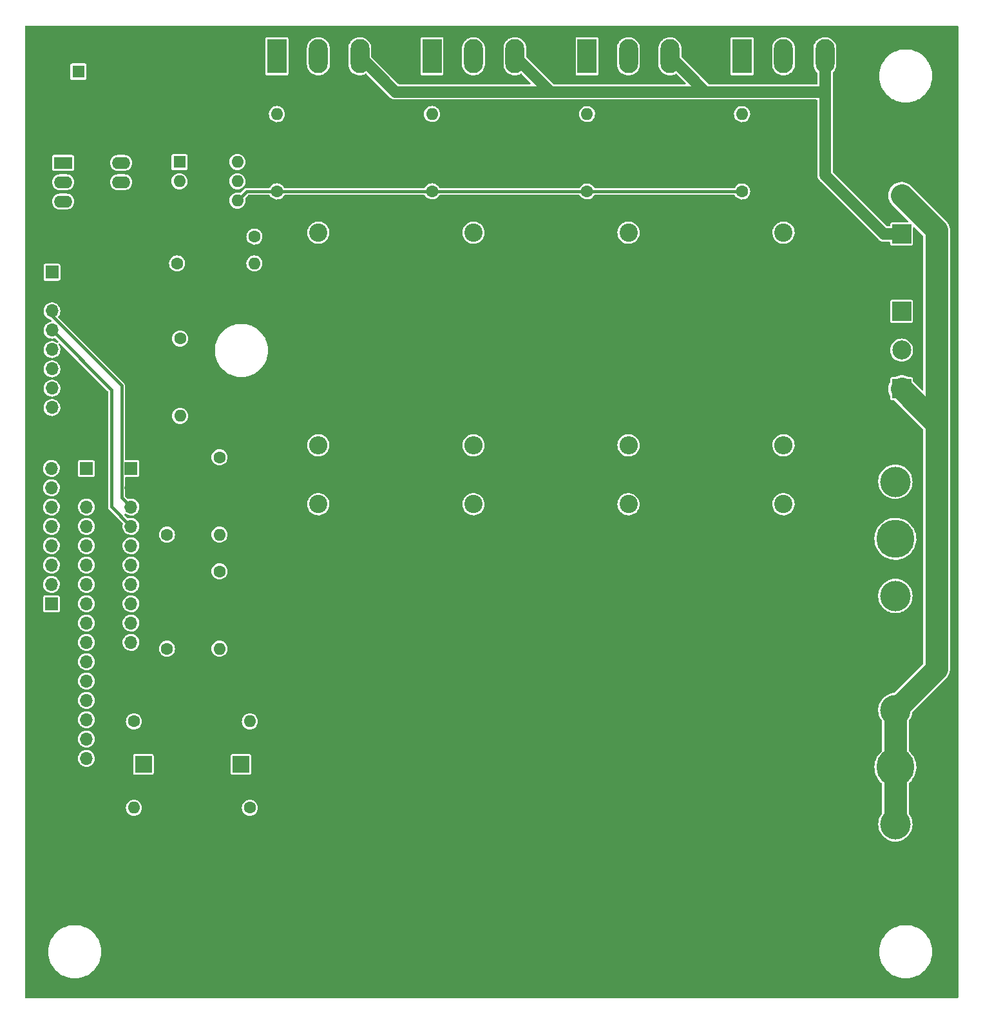
<source format=gbr>
%TF.GenerationSoftware,KiCad,Pcbnew,(6.0.8)*%
%TF.CreationDate,2023-04-21T01:28:30+02:00*%
%TF.ProjectId,load_pcb,6c6f6164-5f70-4636-922e-6b696361645f,rev?*%
%TF.SameCoordinates,Original*%
%TF.FileFunction,Copper,L2,Bot*%
%TF.FilePolarity,Positive*%
%FSLAX46Y46*%
G04 Gerber Fmt 4.6, Leading zero omitted, Abs format (unit mm)*
G04 Created by KiCad (PCBNEW (6.0.8)) date 2023-04-21 01:28:30*
%MOMM*%
%LPD*%
G01*
G04 APERTURE LIST*
%TA.AperFunction,ComponentPad*%
%ADD10R,1.700000X1.700000*%
%TD*%
%TA.AperFunction,ComponentPad*%
%ADD11O,1.700000X1.700000*%
%TD*%
%TA.AperFunction,ComponentPad*%
%ADD12C,1.600000*%
%TD*%
%TA.AperFunction,ComponentPad*%
%ADD13O,1.600000X1.600000*%
%TD*%
%TA.AperFunction,ComponentPad*%
%ADD14R,2.500000X2.500000*%
%TD*%
%TA.AperFunction,ComponentPad*%
%ADD15C,2.500000*%
%TD*%
%TA.AperFunction,ComponentPad*%
%ADD16C,5.000000*%
%TD*%
%TA.AperFunction,ComponentPad*%
%ADD17C,4.000000*%
%TD*%
%TA.AperFunction,ComponentPad*%
%ADD18R,2.500000X4.500000*%
%TD*%
%TA.AperFunction,ComponentPad*%
%ADD19O,2.500000X4.500000*%
%TD*%
%TA.AperFunction,ComponentPad*%
%ADD20C,2.400000*%
%TD*%
%TA.AperFunction,ComponentPad*%
%ADD21O,2.400000X2.400000*%
%TD*%
%TA.AperFunction,ComponentPad*%
%ADD22R,2.200000X2.200000*%
%TD*%
%TA.AperFunction,ComponentPad*%
%ADD23O,2.200000X2.200000*%
%TD*%
%TA.AperFunction,ComponentPad*%
%ADD24R,2.400000X1.600000*%
%TD*%
%TA.AperFunction,ComponentPad*%
%ADD25O,2.400000X1.600000*%
%TD*%
%TA.AperFunction,ComponentPad*%
%ADD26R,1.650000X1.650000*%
%TD*%
%TA.AperFunction,ComponentPad*%
%ADD27C,1.650000*%
%TD*%
%TA.AperFunction,ComponentPad*%
%ADD28R,1.600000X1.600000*%
%TD*%
%TA.AperFunction,ViaPad*%
%ADD29C,0.800000*%
%TD*%
%TA.AperFunction,Conductor*%
%ADD30C,1.500000*%
%TD*%
%TA.AperFunction,Conductor*%
%ADD31C,0.400000*%
%TD*%
%TA.AperFunction,Conductor*%
%ADD32C,3.000000*%
%TD*%
G04 APERTURE END LIST*
D10*
%TO.P,J1,1,Pin_1*%
%TO.N,/(02) 5V*%
X108966000Y-83820000D03*
D11*
%TO.P,J1,2,Pin_2*%
%TO.N,GND*%
X108966000Y-86360000D03*
%TO.P,J1,3,Pin_3*%
%TO.N,/???*%
X108966000Y-88900000D03*
%TO.P,J1,4,Pin_4*%
X108966000Y-91440000D03*
%TO.P,J1,5,Pin_5*%
X108966000Y-93980000D03*
%TO.P,J1,6,Pin_6*%
X108966000Y-96520000D03*
%TO.P,J1,7,Pin_7*%
%TO.N,/(28) SCL*%
X108966000Y-99060000D03*
%TO.P,J1,8,Pin_8*%
%TO.N,/(27) SDA*%
X108966000Y-101600000D03*
%TO.P,J1,9,Pin_9*%
%TO.N,unconnected-(J1-Pad9)*%
X108966000Y-104140000D03*
%TO.P,J1,10,Pin_10*%
%TO.N,unconnected-(J1-Pad10)*%
X108966000Y-106680000D03*
%TO.P,J1,11,Pin_11*%
%TO.N,Net-(J1-Pad11)*%
X108966000Y-109220000D03*
%TO.P,J1,12,Pin_12*%
%TO.N,unconnected-(J1-Pad12)*%
X108966000Y-111760000D03*
%TO.P,J1,13,Pin_13*%
%TO.N,unconnected-(J1-Pad13)*%
X108966000Y-114300000D03*
%TO.P,J1,14,Pin_14*%
%TO.N,unconnected-(J1-Pad14)*%
X108966000Y-116840000D03*
%TO.P,J1,15,Pin_15*%
%TO.N,unconnected-(J1-Pad15)*%
X108966000Y-119380000D03*
%TO.P,J1,16,Pin_16*%
%TO.N,unconnected-(J1-Pad16)*%
X108966000Y-121920000D03*
%TD*%
D10*
%TO.P,J3,1,Pin_1*%
%TO.N,/(02) 5V*%
X114836000Y-83820000D03*
D11*
%TO.P,J3,2,Pin_2*%
%TO.N,GND*%
X114836000Y-86360000D03*
%TO.P,J3,3,Pin_3*%
%TO.N,/(28) SCL*%
X114836000Y-88900000D03*
%TO.P,J3,4,Pin_4*%
%TO.N,/(27) SDA*%
X114836000Y-91440000D03*
%TO.P,J3,5,Pin_5*%
%TO.N,unconnected-(J3-Pad5)*%
X114836000Y-93980000D03*
%TO.P,J3,6,Pin_6*%
%TO.N,unconnected-(J3-Pad6)*%
X114836000Y-96520000D03*
%TO.P,J3,7,Pin_7*%
%TO.N,DIV1*%
X114836000Y-99060000D03*
%TO.P,J3,8,Pin_8*%
%TO.N,DIV2*%
X114836000Y-101600000D03*
%TO.P,J3,9,Pin_9*%
%TO.N,unconnected-(J3-Pad9)*%
X114836000Y-104140000D03*
%TO.P,J3,10,Pin_10*%
%TO.N,unconnected-(J3-Pad10)*%
X114836000Y-106680000D03*
%TD*%
D12*
%TO.P,R16,1*%
%TO.N,All_R*%
X126466000Y-82372000D03*
D13*
%TO.P,R16,2*%
%TO.N,DIV1*%
X126466000Y-92532000D03*
%TD*%
D14*
%TO.P,P4,1,1*%
%TO.N,Net-(F1-Pad1)*%
X216128000Y-73354000D03*
D15*
%TO.P,P4,2,2*%
%TO.N,All_R*%
X216128000Y-68274000D03*
%TD*%
D16*
%TO.P,F1,1*%
%TO.N,Net-(F1-Pad1)*%
X215306000Y-123080000D03*
D17*
X215306000Y-130580000D03*
X215306000Y-115580000D03*
%TO.P,F1,2*%
%TO.N,Net-(F1-Pad2)*%
X215306000Y-85580000D03*
D16*
X215306000Y-93080000D03*
D17*
X215306000Y-100580000D03*
%TD*%
D18*
%TO.P,Q3,1,G*%
%TO.N,Net-(Q3-Pad1)*%
X154399333Y-29668000D03*
D19*
%TO.P,Q3,2,D*%
%TO.N,Net-(Q3-Pad2)*%
X159849333Y-29668000D03*
%TO.P,Q3,3,S*%
%TO.N,Net-(P2-Pad1)*%
X165299333Y-29668000D03*
%TD*%
D12*
%TO.P,R2,1*%
%TO.N,Net-(Q1-Pad1)*%
X134020000Y-47430000D03*
D13*
%TO.P,R2,2*%
%TO.N,Net-(Q2-Pad1)*%
X134020000Y-37270000D03*
%TD*%
D20*
%TO.P,R6,1*%
%TO.N,Net-(Q3-Pad2)*%
X159849333Y-52850000D03*
D21*
%TO.P,R6,2*%
%TO.N,All_R*%
X159849333Y-80790000D03*
%TD*%
D14*
%TO.P,P2,1,1*%
%TO.N,Net-(P2-Pad1)*%
X216128000Y-53034000D03*
D15*
%TO.P,P2,2,2*%
%TO.N,Net-(F1-Pad1)*%
X216128000Y-47954000D03*
%TD*%
D20*
%TO.P,R9,1*%
%TO.N,Net-(Q4-Pad2)*%
X180228666Y-52850000D03*
D21*
%TO.P,R9,2*%
%TO.N,All_R*%
X180228666Y-80790000D03*
%TD*%
D12*
%TO.P,R20,1*%
%TO.N,DIV2*%
X130466365Y-128410365D03*
D13*
%TO.P,R20,2*%
%TO.N,Net-(D2-Pad1)*%
X115226365Y-128410365D03*
%TD*%
D22*
%TO.P,D2,1,K*%
%TO.N,Net-(D2-Pad1)*%
X116470000Y-122682000D03*
D23*
%TO.P,D2,2,A*%
%TO.N,GND*%
X120280000Y-122682000D03*
%TD*%
D20*
%TO.P,R12,1*%
%TO.N,Net-(Q5-Pad2)*%
X200608000Y-52850000D03*
D21*
%TO.P,R12,2*%
%TO.N,All_R*%
X200608000Y-80790000D03*
%TD*%
D18*
%TO.P,Q2,1,G*%
%TO.N,Net-(Q2-Pad1)*%
X134020000Y-29668000D03*
D19*
%TO.P,Q2,2,D*%
%TO.N,Net-(Q2-Pad2)*%
X139470000Y-29668000D03*
%TO.P,Q2,3,S*%
%TO.N,Net-(P2-Pad1)*%
X144920000Y-29668000D03*
%TD*%
D10*
%TO.P,J4,1,Pin_1*%
%TO.N,/(02) 5V*%
X104448000Y-58054000D03*
D11*
%TO.P,J4,2,Pin_2*%
%TO.N,GND*%
X104448000Y-60594000D03*
%TO.P,J4,3,Pin_3*%
%TO.N,/(28) SCL*%
X104448000Y-63134000D03*
%TO.P,J4,4,Pin_4*%
%TO.N,/(27) SDA*%
X104448000Y-65674000D03*
%TO.P,J4,5,Pin_5*%
%TO.N,unconnected-(J4-Pad5)*%
X104448000Y-68214000D03*
%TO.P,J4,6,Pin_6*%
%TO.N,OPAMP+*%
X104448000Y-70754000D03*
%TO.P,J4,7,Pin_7*%
%TO.N,unconnected-(J4-Pad7)*%
X104448000Y-73294000D03*
%TO.P,J4,8,Pin_8*%
%TO.N,unconnected-(J4-Pad8)*%
X104448000Y-75834000D03*
%TD*%
D18*
%TO.P,Q4,1,G*%
%TO.N,Net-(Q4-Pad1)*%
X174778666Y-29668000D03*
D19*
%TO.P,Q4,2,D*%
%TO.N,Net-(Q4-Pad2)*%
X180228666Y-29668000D03*
%TO.P,Q4,3,S*%
%TO.N,Net-(P2-Pad1)*%
X185678666Y-29668000D03*
%TD*%
D24*
%TO.P,U1,1*%
%TO.N,Net-(C3-Pad1)*%
X105918000Y-43688000D03*
D25*
%TO.P,U1,2,-*%
%TO.N,Net-(C3-Pad2)*%
X105918000Y-46228000D03*
%TO.P,U1,3,+*%
%TO.N,OPAMP+*%
X105918000Y-48768000D03*
%TO.P,U1,4,V-*%
%TO.N,GND*%
X105918000Y-51308000D03*
%TO.P,U1,5,+*%
X113538000Y-51308000D03*
%TO.P,U1,6,-*%
X113538000Y-48768000D03*
%TO.P,U1,7*%
%TO.N,unconnected-(U1-Pad7)*%
X113538000Y-46228000D03*
%TO.P,U1,8,V+*%
%TO.N,+12V*%
X113538000Y-43688000D03*
%TD*%
D12*
%TO.P,R5,1*%
%TO.N,Net-(Q1-Pad1)*%
X154399333Y-47430000D03*
D13*
%TO.P,R5,2*%
%TO.N,Net-(Q3-Pad1)*%
X154399333Y-37270000D03*
%TD*%
D20*
%TO.P,R7,1*%
%TO.N,All_R*%
X139470000Y-88524000D03*
D21*
%TO.P,R7,2*%
%TO.N,GND*%
X139470000Y-149484000D03*
%TD*%
D20*
%TO.P,R4,1*%
%TO.N,All_R*%
X180228666Y-88524000D03*
D21*
%TO.P,R4,2*%
%TO.N,GND*%
X180228666Y-149484000D03*
%TD*%
D12*
%TO.P,R17,1*%
%TO.N,DIV1*%
X119562000Y-92532000D03*
D13*
%TO.P,R17,2*%
%TO.N,GND*%
X119562000Y-82372000D03*
%TD*%
D12*
%TO.P,R21,1*%
%TO.N,Net-(C3-Pad2)*%
X120904000Y-56896000D03*
D13*
%TO.P,R21,2*%
%TO.N,Net-(C3-Pad1)*%
X131064000Y-56896000D03*
%TD*%
D10*
%TO.P,J2,1,Pin_1*%
%TO.N,Net-(J1-Pad11)*%
X104372000Y-101600000D03*
D11*
%TO.P,J2,2,Pin_2*%
%TO.N,/???*%
X104372000Y-99060000D03*
%TO.P,J2,3,Pin_3*%
X104372000Y-96520000D03*
%TO.P,J2,4,Pin_4*%
X104372000Y-93980000D03*
%TO.P,J2,5,Pin_5*%
X104372000Y-91440000D03*
%TO.P,J2,6,Pin_6*%
%TO.N,unconnected-(J2-Pad6)*%
X104372000Y-88900000D03*
%TO.P,J2,7,Pin_7*%
%TO.N,unconnected-(J2-Pad7)*%
X104372000Y-86360000D03*
%TO.P,J2,8,Pin_8*%
%TO.N,unconnected-(J2-Pad8)*%
X104372000Y-83820000D03*
%TD*%
D20*
%TO.P,R13,1*%
%TO.N,All_R*%
X159849333Y-88524000D03*
D21*
%TO.P,R13,2*%
%TO.N,GND*%
X159849333Y-149484000D03*
%TD*%
D12*
%TO.P,R1,1*%
%TO.N,Net-(Q1-Pad1)*%
X131064000Y-53360000D03*
D13*
%TO.P,R1,2*%
%TO.N,GND*%
X120904000Y-53360000D03*
%TD*%
D26*
%TO.P,P1,1,1*%
%TO.N,+12V*%
X107924000Y-31698000D03*
D27*
%TO.P,P1,2,2*%
%TO.N,GND*%
X107924000Y-36778000D03*
%TD*%
D12*
%TO.P,R18,1*%
%TO.N,Net-(C3-Pad2)*%
X121296000Y-66772000D03*
D13*
%TO.P,R18,2*%
%TO.N,All_R*%
X121296000Y-76932000D03*
%TD*%
D20*
%TO.P,R10,1*%
%TO.N,All_R*%
X200608000Y-88524000D03*
D21*
%TO.P,R10,2*%
%TO.N,GND*%
X200608000Y-149484000D03*
%TD*%
D12*
%TO.P,R19,1*%
%TO.N,DIV1*%
X115226365Y-117056365D03*
D13*
%TO.P,R19,2*%
%TO.N,Net-(D1-Pad1)*%
X130466365Y-117056365D03*
%TD*%
D28*
%TO.P,Q1,1,E1*%
%TO.N,Net-(Q1-Pad1)*%
X121204000Y-43564000D03*
D13*
%TO.P,Q1,2,B1*%
%TO.N,Net-(C3-Pad1)*%
X121204000Y-46104000D03*
%TO.P,Q1,3,C2*%
%TO.N,GND*%
X121204000Y-48644000D03*
%TO.P,Q1,4,E2*%
%TO.N,Net-(Q1-Pad1)*%
X128824000Y-48644000D03*
%TO.P,Q1,5,B2*%
%TO.N,Net-(C3-Pad1)*%
X128824000Y-46104000D03*
%TO.P,Q1,6,C1*%
%TO.N,+12V*%
X128824000Y-43564000D03*
%TD*%
D12*
%TO.P,R14,1*%
%TO.N,Net-(F1-Pad1)*%
X126466000Y-97358000D03*
D13*
%TO.P,R14,2*%
%TO.N,DIV2*%
X126466000Y-107518000D03*
%TD*%
D12*
%TO.P,R11,1*%
%TO.N,Net-(Q1-Pad1)*%
X195158000Y-47430000D03*
D13*
%TO.P,R11,2*%
%TO.N,Net-(Q5-Pad1)*%
X195158000Y-37270000D03*
%TD*%
D22*
%TO.P,D1,1,K*%
%TO.N,Net-(D1-Pad1)*%
X129286000Y-122682000D03*
D23*
%TO.P,D1,2,A*%
%TO.N,GND*%
X125476000Y-122682000D03*
%TD*%
D20*
%TO.P,R3,1*%
%TO.N,Net-(Q2-Pad2)*%
X139470000Y-52850000D03*
D21*
%TO.P,R3,2*%
%TO.N,All_R*%
X139470000Y-80790000D03*
%TD*%
D18*
%TO.P,Q5,1,G*%
%TO.N,Net-(Q5-Pad1)*%
X195158000Y-29668000D03*
D19*
%TO.P,Q5,2,D*%
%TO.N,Net-(Q5-Pad2)*%
X200608000Y-29668000D03*
%TO.P,Q5,3,S*%
%TO.N,Net-(P2-Pad1)*%
X206058000Y-29668000D03*
%TD*%
D12*
%TO.P,R8,1*%
%TO.N,Net-(Q1-Pad1)*%
X174778666Y-47430000D03*
D13*
%TO.P,R8,2*%
%TO.N,Net-(Q4-Pad1)*%
X174778666Y-37270000D03*
%TD*%
D14*
%TO.P,P3,1,1*%
%TO.N,Net-(F1-Pad2)*%
X216128000Y-63194000D03*
D15*
%TO.P,P3,2,2*%
%TO.N,GND*%
X216128000Y-58114000D03*
%TD*%
D12*
%TO.P,R15,1*%
%TO.N,DIV2*%
X119562000Y-107518000D03*
D13*
%TO.P,R15,2*%
%TO.N,GND*%
X119562000Y-97358000D03*
%TD*%
D29*
%TO.N,GND*%
X149606000Y-29972000D03*
X169926000Y-29972000D03*
X190246000Y-29972000D03*
%TD*%
D30*
%TO.N,Net-(P2-Pad1)*%
X206058000Y-45289000D02*
X206058000Y-34354000D01*
X206058000Y-34354000D02*
X206058000Y-29668000D01*
X149606000Y-34354000D02*
X144920000Y-29668000D01*
X190364666Y-34354000D02*
X169985333Y-34354000D01*
X169985333Y-34354000D02*
X165299333Y-29668000D01*
X206058000Y-34354000D02*
X190364666Y-34354000D01*
X169985333Y-34354000D02*
X149606000Y-34354000D01*
X213803000Y-53034000D02*
X206058000Y-45289000D01*
X216128000Y-53034000D02*
X213803000Y-53034000D01*
X190364666Y-34354000D02*
X185678666Y-29668000D01*
D31*
%TO.N,Net-(F1-Pad1)*%
X126466000Y-97358000D02*
X126568000Y-97358000D01*
X126568000Y-97358000D02*
X126746000Y-97536000D01*
D32*
X220726000Y-52552000D02*
X220726000Y-77978000D01*
X216128000Y-73380000D02*
X220726000Y-77978000D01*
X216128000Y-47954000D02*
X220726000Y-52552000D01*
X220726000Y-77978000D02*
X220726000Y-110160000D01*
X215306000Y-115580000D02*
X215306000Y-123080000D01*
X220726000Y-110160000D02*
X215306000Y-115580000D01*
X216128000Y-73354000D02*
X216128000Y-73380000D01*
X215306000Y-123080000D02*
X215306000Y-130580000D01*
D31*
%TO.N,Net-(Q1-Pad1)*%
X134020000Y-47430000D02*
X130038000Y-47430000D01*
X154399333Y-47430000D02*
X134020000Y-47430000D01*
X174778666Y-47430000D02*
X154399333Y-47430000D01*
X130038000Y-47430000D02*
X128824000Y-48644000D01*
X195158000Y-47430000D02*
X174778666Y-47430000D01*
%TO.N,/(27) SDA*%
X104448000Y-65674000D02*
X112268000Y-73494000D01*
X112268000Y-88872000D02*
X114836000Y-91440000D01*
X112268000Y-73494000D02*
X112268000Y-88872000D01*
%TO.N,/(28) SCL*%
X113586000Y-72946000D02*
X113586000Y-87650000D01*
X104448000Y-63808000D02*
X113586000Y-72946000D01*
X104448000Y-63134000D02*
X104448000Y-63808000D01*
X113586000Y-87650000D02*
X114836000Y-88900000D01*
%TD*%
%TA.AperFunction,Conductor*%
%TO.N,GND*%
G36*
X223523621Y-25674502D02*
G01*
X223570114Y-25728158D01*
X223581500Y-25780500D01*
X223581500Y-153289500D01*
X223561498Y-153357621D01*
X223507842Y-153404114D01*
X223455500Y-153415500D01*
X101026500Y-153415500D01*
X100958379Y-153395498D01*
X100911886Y-153341842D01*
X100900500Y-153289500D01*
X100900500Y-147320000D01*
X103949822Y-147320000D01*
X103949995Y-147323301D01*
X103962884Y-147569225D01*
X103968953Y-147685032D01*
X103969468Y-147688283D01*
X103994674Y-147847428D01*
X104026134Y-148046065D01*
X104120741Y-148399142D01*
X104251737Y-148740397D01*
X104417685Y-149066089D01*
X104616769Y-149372651D01*
X104846806Y-149656723D01*
X105105277Y-149915194D01*
X105389349Y-150145231D01*
X105695911Y-150344315D01*
X105865199Y-150430571D01*
X106018668Y-150508768D01*
X106018675Y-150508771D01*
X106021603Y-150510263D01*
X106024675Y-150511442D01*
X106024679Y-150511444D01*
X106148706Y-150559054D01*
X106362858Y-150641259D01*
X106715935Y-150735866D01*
X106719185Y-150736381D01*
X106719191Y-150736382D01*
X106986281Y-150778684D01*
X107076968Y-150793047D01*
X107080253Y-150793219D01*
X107080261Y-150793220D01*
X107438699Y-150812005D01*
X107442000Y-150812178D01*
X107445301Y-150812005D01*
X107803739Y-150793220D01*
X107803747Y-150793219D01*
X107807032Y-150793047D01*
X107897719Y-150778684D01*
X108164809Y-150736382D01*
X108164815Y-150736381D01*
X108168065Y-150735866D01*
X108521142Y-150641259D01*
X108735294Y-150559054D01*
X108859321Y-150511444D01*
X108859325Y-150511442D01*
X108862397Y-150510263D01*
X108865325Y-150508771D01*
X108865332Y-150508768D01*
X109018801Y-150430571D01*
X109188089Y-150344315D01*
X109494651Y-150145231D01*
X109778723Y-149915194D01*
X110037194Y-149656723D01*
X110267231Y-149372651D01*
X110466315Y-149066089D01*
X110632263Y-148740397D01*
X110763259Y-148399142D01*
X110857866Y-148046065D01*
X110889327Y-147847428D01*
X110914532Y-147688283D01*
X110915047Y-147685032D01*
X110921117Y-147569225D01*
X110934005Y-147323301D01*
X110934178Y-147320000D01*
X213169822Y-147320000D01*
X213169995Y-147323301D01*
X213182884Y-147569225D01*
X213188953Y-147685032D01*
X213189468Y-147688283D01*
X213214674Y-147847428D01*
X213246134Y-148046065D01*
X213340741Y-148399142D01*
X213471737Y-148740397D01*
X213637685Y-149066089D01*
X213836769Y-149372651D01*
X214066806Y-149656723D01*
X214325277Y-149915194D01*
X214609349Y-150145231D01*
X214915911Y-150344315D01*
X215085199Y-150430571D01*
X215238668Y-150508768D01*
X215238675Y-150508771D01*
X215241603Y-150510263D01*
X215244675Y-150511442D01*
X215244679Y-150511444D01*
X215368706Y-150559054D01*
X215582858Y-150641259D01*
X215935935Y-150735866D01*
X215939185Y-150736381D01*
X215939191Y-150736382D01*
X216206281Y-150778684D01*
X216296968Y-150793047D01*
X216300253Y-150793219D01*
X216300261Y-150793220D01*
X216658699Y-150812005D01*
X216662000Y-150812178D01*
X216665301Y-150812005D01*
X217023739Y-150793220D01*
X217023747Y-150793219D01*
X217027032Y-150793047D01*
X217117719Y-150778684D01*
X217384809Y-150736382D01*
X217384815Y-150736381D01*
X217388065Y-150735866D01*
X217741142Y-150641259D01*
X217955294Y-150559054D01*
X218079321Y-150511444D01*
X218079325Y-150511442D01*
X218082397Y-150510263D01*
X218085325Y-150508771D01*
X218085332Y-150508768D01*
X218238801Y-150430571D01*
X218408089Y-150344315D01*
X218714651Y-150145231D01*
X218998723Y-149915194D01*
X219257194Y-149656723D01*
X219487231Y-149372651D01*
X219686315Y-149066089D01*
X219852263Y-148740397D01*
X219983259Y-148399142D01*
X220077866Y-148046065D01*
X220109327Y-147847428D01*
X220134532Y-147688283D01*
X220135047Y-147685032D01*
X220141117Y-147569225D01*
X220154005Y-147323301D01*
X220154178Y-147320000D01*
X220135047Y-146954968D01*
X220077866Y-146593935D01*
X219983259Y-146240858D01*
X219889152Y-145995702D01*
X219853444Y-145902679D01*
X219853442Y-145902675D01*
X219852263Y-145899603D01*
X219686315Y-145573911D01*
X219487231Y-145267349D01*
X219257194Y-144983277D01*
X218998723Y-144724806D01*
X218714651Y-144494769D01*
X218408089Y-144295685D01*
X218238801Y-144209429D01*
X218085332Y-144131232D01*
X218085325Y-144131229D01*
X218082397Y-144129737D01*
X218079325Y-144128558D01*
X218079321Y-144128556D01*
X217955294Y-144080946D01*
X217741142Y-143998741D01*
X217388065Y-143904134D01*
X217384815Y-143903619D01*
X217384809Y-143903618D01*
X217117719Y-143861316D01*
X217027032Y-143846953D01*
X217023747Y-143846781D01*
X217023739Y-143846780D01*
X216665301Y-143827995D01*
X216662000Y-143827822D01*
X216658699Y-143827995D01*
X216300261Y-143846780D01*
X216300253Y-143846781D01*
X216296968Y-143846953D01*
X216206281Y-143861316D01*
X215939191Y-143903618D01*
X215939185Y-143903619D01*
X215935935Y-143904134D01*
X215582858Y-143998741D01*
X215368706Y-144080946D01*
X215244679Y-144128556D01*
X215244675Y-144128558D01*
X215241603Y-144129737D01*
X215238675Y-144131229D01*
X215238668Y-144131232D01*
X215085199Y-144209429D01*
X214915911Y-144295685D01*
X214609349Y-144494769D01*
X214325277Y-144724806D01*
X214066806Y-144983277D01*
X213836769Y-145267349D01*
X213637685Y-145573911D01*
X213471737Y-145899603D01*
X213470558Y-145902675D01*
X213470556Y-145902679D01*
X213434848Y-145995702D01*
X213340741Y-146240858D01*
X213246134Y-146593935D01*
X213188953Y-146954968D01*
X213174725Y-147226446D01*
X213169822Y-147320000D01*
X110934178Y-147320000D01*
X110915047Y-146954968D01*
X110857866Y-146593935D01*
X110763259Y-146240858D01*
X110669152Y-145995702D01*
X110633444Y-145902679D01*
X110633442Y-145902675D01*
X110632263Y-145899603D01*
X110466315Y-145573911D01*
X110267231Y-145267349D01*
X110037194Y-144983277D01*
X109778723Y-144724806D01*
X109494651Y-144494769D01*
X109188089Y-144295685D01*
X109018801Y-144209429D01*
X108865332Y-144131232D01*
X108865325Y-144131229D01*
X108862397Y-144129737D01*
X108859325Y-144128558D01*
X108859321Y-144128556D01*
X108735294Y-144080946D01*
X108521142Y-143998741D01*
X108168065Y-143904134D01*
X108164815Y-143903619D01*
X108164809Y-143903618D01*
X107897719Y-143861316D01*
X107807032Y-143846953D01*
X107803747Y-143846781D01*
X107803739Y-143846780D01*
X107445301Y-143827995D01*
X107442000Y-143827822D01*
X107438699Y-143827995D01*
X107080261Y-143846780D01*
X107080253Y-143846781D01*
X107076968Y-143846953D01*
X106986281Y-143861316D01*
X106719191Y-143903618D01*
X106719185Y-143903619D01*
X106715935Y-143904134D01*
X106362858Y-143998741D01*
X106148706Y-144080946D01*
X106024679Y-144128556D01*
X106024675Y-144128558D01*
X106021603Y-144129737D01*
X106018675Y-144131229D01*
X106018668Y-144131232D01*
X105865199Y-144209429D01*
X105695911Y-144295685D01*
X105389349Y-144494769D01*
X105105277Y-144724806D01*
X104846806Y-144983277D01*
X104616769Y-145267349D01*
X104417685Y-145573911D01*
X104251737Y-145899603D01*
X104250558Y-145902675D01*
X104250556Y-145902679D01*
X104214848Y-145995702D01*
X104120741Y-146240858D01*
X104026134Y-146593935D01*
X103968953Y-146954968D01*
X103954725Y-147226446D01*
X103949822Y-147320000D01*
X100900500Y-147320000D01*
X100900500Y-128395571D01*
X114166866Y-128395571D01*
X114184171Y-128601643D01*
X114241172Y-128800431D01*
X114243990Y-128805913D01*
X114243991Y-128805917D01*
X114332879Y-128978874D01*
X114332882Y-128978878D01*
X114335699Y-128984360D01*
X114464151Y-129146426D01*
X114468844Y-129150420D01*
X114468845Y-129150421D01*
X114523550Y-129196978D01*
X114621636Y-129280456D01*
X114802154Y-129381345D01*
X114998831Y-129445249D01*
X115204174Y-129469735D01*
X115210309Y-129469263D01*
X115210311Y-129469263D01*
X115404221Y-129454342D01*
X115404225Y-129454341D01*
X115410363Y-129453869D01*
X115609543Y-129398257D01*
X115615047Y-129395477D01*
X115615049Y-129395476D01*
X115788627Y-129307796D01*
X115788629Y-129307795D01*
X115794128Y-129305017D01*
X115957087Y-129177699D01*
X115961113Y-129173035D01*
X115961116Y-129173032D01*
X116088184Y-129025822D01*
X116088185Y-129025820D01*
X116092213Y-129021154D01*
X116194360Y-128841344D01*
X116259635Y-128645118D01*
X116285554Y-128439951D01*
X116285967Y-128410365D01*
X116284516Y-128395571D01*
X129406866Y-128395571D01*
X129424171Y-128601643D01*
X129481172Y-128800431D01*
X129483990Y-128805913D01*
X129483991Y-128805917D01*
X129572879Y-128978874D01*
X129572882Y-128978878D01*
X129575699Y-128984360D01*
X129704151Y-129146426D01*
X129708844Y-129150420D01*
X129708845Y-129150421D01*
X129763550Y-129196978D01*
X129861636Y-129280456D01*
X130042154Y-129381345D01*
X130238831Y-129445249D01*
X130444174Y-129469735D01*
X130450309Y-129469263D01*
X130450311Y-129469263D01*
X130644221Y-129454342D01*
X130644225Y-129454341D01*
X130650363Y-129453869D01*
X130849543Y-129398257D01*
X130855047Y-129395477D01*
X130855049Y-129395476D01*
X131028627Y-129307796D01*
X131028629Y-129307795D01*
X131034128Y-129305017D01*
X131197087Y-129177699D01*
X131201113Y-129173035D01*
X131201116Y-129173032D01*
X131328184Y-129025822D01*
X131328185Y-129025820D01*
X131332213Y-129021154D01*
X131434360Y-128841344D01*
X131499635Y-128645118D01*
X131525554Y-128439951D01*
X131525967Y-128410365D01*
X131505787Y-128204554D01*
X131446016Y-128006582D01*
X131348930Y-127823990D01*
X131345039Y-127819220D01*
X131345037Y-127819216D01*
X131222123Y-127668508D01*
X131222120Y-127668505D01*
X131218228Y-127663733D01*
X131211331Y-127658027D01*
X131063636Y-127535843D01*
X131063631Y-127535840D01*
X131058887Y-127531915D01*
X131053468Y-127528985D01*
X131053465Y-127528983D01*
X130882397Y-127436487D01*
X130882392Y-127436485D01*
X130876977Y-127433557D01*
X130679428Y-127372405D01*
X130673303Y-127371761D01*
X130673302Y-127371761D01*
X130479891Y-127351433D01*
X130479889Y-127351433D01*
X130473762Y-127350789D01*
X130347594Y-127362271D01*
X130273956Y-127368972D01*
X130273955Y-127368972D01*
X130267815Y-127369531D01*
X130069431Y-127427919D01*
X130063966Y-127430776D01*
X129891626Y-127520873D01*
X129891622Y-127520876D01*
X129886166Y-127523728D01*
X129725000Y-127653308D01*
X129592073Y-127811725D01*
X129492447Y-127992943D01*
X129429918Y-128190061D01*
X129406866Y-128395571D01*
X116284516Y-128395571D01*
X116265787Y-128204554D01*
X116206016Y-128006582D01*
X116108930Y-127823990D01*
X116105039Y-127819220D01*
X116105037Y-127819216D01*
X115982123Y-127668508D01*
X115982120Y-127668505D01*
X115978228Y-127663733D01*
X115971331Y-127658027D01*
X115823636Y-127535843D01*
X115823631Y-127535840D01*
X115818887Y-127531915D01*
X115813468Y-127528985D01*
X115813465Y-127528983D01*
X115642397Y-127436487D01*
X115642392Y-127436485D01*
X115636977Y-127433557D01*
X115439428Y-127372405D01*
X115433303Y-127371761D01*
X115433302Y-127371761D01*
X115239891Y-127351433D01*
X115239889Y-127351433D01*
X115233762Y-127350789D01*
X115107594Y-127362271D01*
X115033956Y-127368972D01*
X115033955Y-127368972D01*
X115027815Y-127369531D01*
X114829431Y-127427919D01*
X114823966Y-127430776D01*
X114651626Y-127520873D01*
X114651622Y-127520876D01*
X114646166Y-127523728D01*
X114485000Y-127653308D01*
X114352073Y-127811725D01*
X114252447Y-127992943D01*
X114189918Y-128190061D01*
X114166866Y-128395571D01*
X100900500Y-128395571D01*
X100900500Y-121890964D01*
X107857148Y-121890964D01*
X107870424Y-122093522D01*
X107871845Y-122099118D01*
X107871846Y-122099123D01*
X107892119Y-122178945D01*
X107920392Y-122290269D01*
X107922809Y-122295512D01*
X107960010Y-122376208D01*
X108005377Y-122474616D01*
X108122533Y-122640389D01*
X108267938Y-122782035D01*
X108436720Y-122894812D01*
X108442023Y-122897090D01*
X108442026Y-122897092D01*
X108530707Y-122935192D01*
X108623228Y-122974942D01*
X108696244Y-122991464D01*
X108815579Y-123018467D01*
X108815584Y-123018468D01*
X108821216Y-123019742D01*
X108826987Y-123019969D01*
X108826989Y-123019969D01*
X108886756Y-123022317D01*
X109024053Y-123027712D01*
X109124499Y-123013148D01*
X109219231Y-122999413D01*
X109219236Y-122999412D01*
X109224945Y-122998584D01*
X109230409Y-122996729D01*
X109230414Y-122996728D01*
X109411693Y-122935192D01*
X109411698Y-122935190D01*
X109417165Y-122933334D01*
X109594276Y-122834147D01*
X109656934Y-122782035D01*
X109745913Y-122708031D01*
X109750345Y-122704345D01*
X109880147Y-122548276D01*
X109979334Y-122371165D01*
X109981190Y-122365698D01*
X109981192Y-122365693D01*
X110042728Y-122184414D01*
X110042729Y-122184409D01*
X110044584Y-122178945D01*
X110045412Y-122173236D01*
X110045413Y-122173231D01*
X110073179Y-121981727D01*
X110073712Y-121978053D01*
X110075232Y-121920000D01*
X110056658Y-121717859D01*
X110055090Y-121712299D01*
X110011272Y-121556933D01*
X115115500Y-121556933D01*
X115115501Y-123807066D01*
X115130266Y-123881301D01*
X115186516Y-123965484D01*
X115270699Y-124021734D01*
X115344933Y-124036500D01*
X116469818Y-124036500D01*
X117595066Y-124036499D01*
X117636083Y-124028341D01*
X117657126Y-124024156D01*
X117657128Y-124024155D01*
X117669301Y-124021734D01*
X117679621Y-124014839D01*
X117679622Y-124014838D01*
X117743168Y-123972377D01*
X117753484Y-123965484D01*
X117809734Y-123881301D01*
X117824500Y-123807067D01*
X117824499Y-121556934D01*
X117824499Y-121556933D01*
X127931500Y-121556933D01*
X127931501Y-123807066D01*
X127946266Y-123881301D01*
X128002516Y-123965484D01*
X128086699Y-124021734D01*
X128160933Y-124036500D01*
X129285818Y-124036500D01*
X130411066Y-124036499D01*
X130452083Y-124028341D01*
X130473126Y-124024156D01*
X130473128Y-124024155D01*
X130485301Y-124021734D01*
X130495621Y-124014839D01*
X130495622Y-124014838D01*
X130559168Y-123972377D01*
X130569484Y-123965484D01*
X130625734Y-123881301D01*
X130640500Y-123807067D01*
X130640499Y-121556934D01*
X130625734Y-121482699D01*
X130569484Y-121398516D01*
X130485301Y-121342266D01*
X130411067Y-121327500D01*
X129286182Y-121327500D01*
X128160934Y-121327501D01*
X128125182Y-121334612D01*
X128098874Y-121339844D01*
X128098872Y-121339845D01*
X128086699Y-121342266D01*
X128076379Y-121349161D01*
X128076378Y-121349162D01*
X128015985Y-121389516D01*
X128002516Y-121398516D01*
X127946266Y-121482699D01*
X127931500Y-121556933D01*
X117824499Y-121556933D01*
X117809734Y-121482699D01*
X117753484Y-121398516D01*
X117669301Y-121342266D01*
X117595067Y-121327500D01*
X116470182Y-121327500D01*
X115344934Y-121327501D01*
X115309182Y-121334612D01*
X115282874Y-121339844D01*
X115282872Y-121339845D01*
X115270699Y-121342266D01*
X115260379Y-121349161D01*
X115260378Y-121349162D01*
X115199985Y-121389516D01*
X115186516Y-121398516D01*
X115130266Y-121482699D01*
X115115500Y-121556933D01*
X110011272Y-121556933D01*
X110003125Y-121528046D01*
X110003124Y-121528044D01*
X110001557Y-121522487D01*
X109998843Y-121516982D01*
X109914331Y-121345609D01*
X109911776Y-121340428D01*
X109903024Y-121328707D01*
X109793777Y-121182409D01*
X109790320Y-121177779D01*
X109641258Y-121039987D01*
X109636375Y-121036906D01*
X109636371Y-121036903D01*
X109474464Y-120934748D01*
X109469581Y-120931667D01*
X109281039Y-120856446D01*
X109275379Y-120855320D01*
X109275375Y-120855319D01*
X109087613Y-120817971D01*
X109087610Y-120817971D01*
X109081946Y-120816844D01*
X109076171Y-120816768D01*
X109076167Y-120816768D01*
X108974793Y-120815441D01*
X108878971Y-120814187D01*
X108873274Y-120815166D01*
X108873273Y-120815166D01*
X108684607Y-120847585D01*
X108678910Y-120848564D01*
X108488463Y-120918824D01*
X108314010Y-121022612D01*
X108309670Y-121026418D01*
X108309666Y-121026421D01*
X108289723Y-121043911D01*
X108161392Y-121156455D01*
X108035720Y-121315869D01*
X108033031Y-121320980D01*
X108033029Y-121320983D01*
X107995864Y-121391623D01*
X107941203Y-121495515D01*
X107881007Y-121689378D01*
X107857148Y-121890964D01*
X100900500Y-121890964D01*
X100900500Y-119350964D01*
X107857148Y-119350964D01*
X107870424Y-119553522D01*
X107871845Y-119559118D01*
X107871846Y-119559123D01*
X107892119Y-119638945D01*
X107920392Y-119750269D01*
X107922809Y-119755512D01*
X107960010Y-119836208D01*
X108005377Y-119934616D01*
X108122533Y-120100389D01*
X108267938Y-120242035D01*
X108436720Y-120354812D01*
X108442023Y-120357090D01*
X108442026Y-120357092D01*
X108530707Y-120395192D01*
X108623228Y-120434942D01*
X108696244Y-120451464D01*
X108815579Y-120478467D01*
X108815584Y-120478468D01*
X108821216Y-120479742D01*
X108826987Y-120479969D01*
X108826989Y-120479969D01*
X108886756Y-120482317D01*
X109024053Y-120487712D01*
X109124499Y-120473148D01*
X109219231Y-120459413D01*
X109219236Y-120459412D01*
X109224945Y-120458584D01*
X109230409Y-120456729D01*
X109230414Y-120456728D01*
X109411693Y-120395192D01*
X109411698Y-120395190D01*
X109417165Y-120393334D01*
X109594276Y-120294147D01*
X109656934Y-120242035D01*
X109745913Y-120168031D01*
X109750345Y-120164345D01*
X109880147Y-120008276D01*
X109979334Y-119831165D01*
X109981190Y-119825698D01*
X109981192Y-119825693D01*
X110042728Y-119644414D01*
X110042729Y-119644409D01*
X110044584Y-119638945D01*
X110045412Y-119633236D01*
X110045413Y-119633231D01*
X110073179Y-119441727D01*
X110073712Y-119438053D01*
X110075232Y-119380000D01*
X110056658Y-119177859D01*
X110055090Y-119172299D01*
X110003125Y-118988046D01*
X110003124Y-118988044D01*
X110001557Y-118982487D01*
X109990978Y-118961033D01*
X109914331Y-118805609D01*
X109911776Y-118800428D01*
X109790320Y-118637779D01*
X109641258Y-118499987D01*
X109636375Y-118496906D01*
X109636371Y-118496903D01*
X109474464Y-118394748D01*
X109469581Y-118391667D01*
X109281039Y-118316446D01*
X109275379Y-118315320D01*
X109275375Y-118315319D01*
X109087613Y-118277971D01*
X109087610Y-118277971D01*
X109081946Y-118276844D01*
X109076171Y-118276768D01*
X109076167Y-118276768D01*
X108974793Y-118275441D01*
X108878971Y-118274187D01*
X108873274Y-118275166D01*
X108873273Y-118275166D01*
X108684607Y-118307585D01*
X108678910Y-118308564D01*
X108488463Y-118378824D01*
X108314010Y-118482612D01*
X108309670Y-118486418D01*
X108309666Y-118486421D01*
X108289723Y-118503911D01*
X108161392Y-118616455D01*
X108035720Y-118775869D01*
X108033031Y-118780980D01*
X108033029Y-118780983D01*
X108020073Y-118805609D01*
X107941203Y-118955515D01*
X107881007Y-119149378D01*
X107857148Y-119350964D01*
X100900500Y-119350964D01*
X100900500Y-116810964D01*
X107857148Y-116810964D01*
X107870424Y-117013522D01*
X107871845Y-117019118D01*
X107871846Y-117019123D01*
X107892119Y-117098945D01*
X107920392Y-117210269D01*
X107922809Y-117215512D01*
X107960010Y-117296208D01*
X108005377Y-117394616D01*
X108122533Y-117560389D01*
X108267938Y-117702035D01*
X108436720Y-117814812D01*
X108442023Y-117817090D01*
X108442026Y-117817092D01*
X108530707Y-117855192D01*
X108623228Y-117894942D01*
X108696244Y-117911464D01*
X108815579Y-117938467D01*
X108815584Y-117938468D01*
X108821216Y-117939742D01*
X108826987Y-117939969D01*
X108826989Y-117939969D01*
X108886756Y-117942317D01*
X109024053Y-117947712D01*
X109124499Y-117933148D01*
X109219231Y-117919413D01*
X109219236Y-117919412D01*
X109224945Y-117918584D01*
X109230409Y-117916729D01*
X109230414Y-117916728D01*
X109411693Y-117855192D01*
X109411698Y-117855190D01*
X109417165Y-117853334D01*
X109463308Y-117827493D01*
X109534550Y-117787595D01*
X109594276Y-117754147D01*
X109656934Y-117702035D01*
X109745913Y-117628031D01*
X109750345Y-117624345D01*
X109807463Y-117555669D01*
X109876453Y-117472718D01*
X109876455Y-117472715D01*
X109880147Y-117468276D01*
X109979334Y-117291165D01*
X109981190Y-117285698D01*
X109981192Y-117285693D01*
X110042728Y-117104414D01*
X110042729Y-117104409D01*
X110044584Y-117098945D01*
X110045412Y-117093236D01*
X110045413Y-117093231D01*
X110052903Y-117041571D01*
X114166866Y-117041571D01*
X114184171Y-117247643D01*
X114241172Y-117446431D01*
X114243990Y-117451913D01*
X114243991Y-117451917D01*
X114332879Y-117624874D01*
X114332882Y-117624878D01*
X114335699Y-117630360D01*
X114464151Y-117792426D01*
X114468844Y-117796420D01*
X114468845Y-117796421D01*
X114610206Y-117916728D01*
X114621636Y-117926456D01*
X114802154Y-118027345D01*
X114998831Y-118091249D01*
X115204174Y-118115735D01*
X115210309Y-118115263D01*
X115210311Y-118115263D01*
X115404221Y-118100342D01*
X115404225Y-118100341D01*
X115410363Y-118099869D01*
X115609543Y-118044257D01*
X115615047Y-118041477D01*
X115615049Y-118041476D01*
X115788627Y-117953796D01*
X115788629Y-117953795D01*
X115794128Y-117951017D01*
X115957087Y-117823699D01*
X115961113Y-117819035D01*
X115961116Y-117819032D01*
X116088184Y-117671822D01*
X116088185Y-117671820D01*
X116092213Y-117667154D01*
X116194360Y-117487344D01*
X116259635Y-117291118D01*
X116285554Y-117085951D01*
X116285967Y-117056365D01*
X116284516Y-117041571D01*
X129406866Y-117041571D01*
X129424171Y-117247643D01*
X129481172Y-117446431D01*
X129483990Y-117451913D01*
X129483991Y-117451917D01*
X129572879Y-117624874D01*
X129572882Y-117624878D01*
X129575699Y-117630360D01*
X129704151Y-117792426D01*
X129708844Y-117796420D01*
X129708845Y-117796421D01*
X129850206Y-117916728D01*
X129861636Y-117926456D01*
X130042154Y-118027345D01*
X130238831Y-118091249D01*
X130444174Y-118115735D01*
X130450309Y-118115263D01*
X130450311Y-118115263D01*
X130644221Y-118100342D01*
X130644225Y-118100341D01*
X130650363Y-118099869D01*
X130849543Y-118044257D01*
X130855047Y-118041477D01*
X130855049Y-118041476D01*
X131028627Y-117953796D01*
X131028629Y-117953795D01*
X131034128Y-117951017D01*
X131197087Y-117823699D01*
X131201113Y-117819035D01*
X131201116Y-117819032D01*
X131328184Y-117671822D01*
X131328185Y-117671820D01*
X131332213Y-117667154D01*
X131434360Y-117487344D01*
X131499635Y-117291118D01*
X131525554Y-117085951D01*
X131525967Y-117056365D01*
X131505787Y-116850554D01*
X131446016Y-116652582D01*
X131348930Y-116469990D01*
X131345039Y-116465220D01*
X131345037Y-116465216D01*
X131222123Y-116314508D01*
X131222120Y-116314505D01*
X131218228Y-116309733D01*
X131211331Y-116304027D01*
X131063636Y-116181843D01*
X131063631Y-116181840D01*
X131058887Y-116177915D01*
X131053468Y-116174985D01*
X131053465Y-116174983D01*
X130882397Y-116082487D01*
X130882392Y-116082485D01*
X130876977Y-116079557D01*
X130679428Y-116018405D01*
X130673303Y-116017761D01*
X130673302Y-116017761D01*
X130479891Y-115997433D01*
X130479889Y-115997433D01*
X130473762Y-115996789D01*
X130347594Y-116008271D01*
X130273956Y-116014972D01*
X130273955Y-116014972D01*
X130267815Y-116015531D01*
X130069431Y-116073919D01*
X130063966Y-116076776D01*
X129891626Y-116166873D01*
X129891622Y-116166876D01*
X129886166Y-116169728D01*
X129725000Y-116299308D01*
X129592073Y-116457725D01*
X129492447Y-116638943D01*
X129429918Y-116836061D01*
X129429232Y-116842178D01*
X129429231Y-116842182D01*
X129415677Y-116963022D01*
X129406866Y-117041571D01*
X116284516Y-117041571D01*
X116265787Y-116850554D01*
X116206016Y-116652582D01*
X116108930Y-116469990D01*
X116105039Y-116465220D01*
X116105037Y-116465216D01*
X115982123Y-116314508D01*
X115982120Y-116314505D01*
X115978228Y-116309733D01*
X115971331Y-116304027D01*
X115823636Y-116181843D01*
X115823631Y-116181840D01*
X115818887Y-116177915D01*
X115813468Y-116174985D01*
X115813465Y-116174983D01*
X115642397Y-116082487D01*
X115642392Y-116082485D01*
X115636977Y-116079557D01*
X115439428Y-116018405D01*
X115433303Y-116017761D01*
X115433302Y-116017761D01*
X115239891Y-115997433D01*
X115239889Y-115997433D01*
X115233762Y-115996789D01*
X115107594Y-116008271D01*
X115033956Y-116014972D01*
X115033955Y-116014972D01*
X115027815Y-116015531D01*
X114829431Y-116073919D01*
X114823966Y-116076776D01*
X114651626Y-116166873D01*
X114651622Y-116166876D01*
X114646166Y-116169728D01*
X114485000Y-116299308D01*
X114352073Y-116457725D01*
X114252447Y-116638943D01*
X114189918Y-116836061D01*
X114189232Y-116842178D01*
X114189231Y-116842182D01*
X114175677Y-116963022D01*
X114166866Y-117041571D01*
X110052903Y-117041571D01*
X110064947Y-116958504D01*
X110073712Y-116898053D01*
X110075232Y-116840000D01*
X110057511Y-116647140D01*
X110057187Y-116643613D01*
X110057186Y-116643610D01*
X110056658Y-116637859D01*
X110055090Y-116632299D01*
X110003125Y-116448046D01*
X110003124Y-116448044D01*
X110001557Y-116442487D01*
X109990978Y-116421033D01*
X109914331Y-116265609D01*
X109911776Y-116260428D01*
X109790320Y-116097779D01*
X109641258Y-115959987D01*
X109636375Y-115956906D01*
X109636371Y-115956903D01*
X109474464Y-115854748D01*
X109469581Y-115851667D01*
X109281039Y-115776446D01*
X109275379Y-115775320D01*
X109275375Y-115775319D01*
X109087613Y-115737971D01*
X109087610Y-115737971D01*
X109081946Y-115736844D01*
X109076171Y-115736768D01*
X109076167Y-115736768D01*
X108974793Y-115735441D01*
X108878971Y-115734187D01*
X108873274Y-115735166D01*
X108873273Y-115735166D01*
X108684607Y-115767585D01*
X108678910Y-115768564D01*
X108488463Y-115838824D01*
X108314010Y-115942612D01*
X108309670Y-115946418D01*
X108309666Y-115946421D01*
X108230862Y-116015531D01*
X108161392Y-116076455D01*
X108035720Y-116235869D01*
X108033031Y-116240980D01*
X108033029Y-116240983D01*
X108020073Y-116265609D01*
X107941203Y-116415515D01*
X107881007Y-116609378D01*
X107857148Y-116810964D01*
X100900500Y-116810964D01*
X100900500Y-114270964D01*
X107857148Y-114270964D01*
X107870424Y-114473522D01*
X107871845Y-114479118D01*
X107871846Y-114479123D01*
X107892119Y-114558945D01*
X107920392Y-114670269D01*
X107922809Y-114675512D01*
X107960010Y-114756208D01*
X108005377Y-114854616D01*
X108122533Y-115020389D01*
X108267938Y-115162035D01*
X108436720Y-115274812D01*
X108442023Y-115277090D01*
X108442026Y-115277092D01*
X108530707Y-115315192D01*
X108623228Y-115354942D01*
X108696244Y-115371464D01*
X108815579Y-115398467D01*
X108815584Y-115398468D01*
X108821216Y-115399742D01*
X108826987Y-115399969D01*
X108826989Y-115399969D01*
X108886756Y-115402317D01*
X109024053Y-115407712D01*
X109124499Y-115393148D01*
X109219231Y-115379413D01*
X109219236Y-115379412D01*
X109224945Y-115378584D01*
X109230409Y-115376729D01*
X109230414Y-115376728D01*
X109411693Y-115315192D01*
X109411698Y-115315190D01*
X109417165Y-115313334D01*
X109594276Y-115214147D01*
X109656934Y-115162035D01*
X109745913Y-115088031D01*
X109750345Y-115084345D01*
X109821088Y-114999286D01*
X109876453Y-114932718D01*
X109876455Y-114932715D01*
X109880147Y-114928276D01*
X109979334Y-114751165D01*
X109981190Y-114745698D01*
X109981192Y-114745693D01*
X110042728Y-114564414D01*
X110042729Y-114564409D01*
X110044584Y-114558945D01*
X110045412Y-114553236D01*
X110045413Y-114553231D01*
X110073179Y-114361727D01*
X110073712Y-114358053D01*
X110075232Y-114300000D01*
X110056658Y-114097859D01*
X110055090Y-114092299D01*
X110003125Y-113908046D01*
X110003124Y-113908044D01*
X110001557Y-113902487D01*
X109990978Y-113881033D01*
X109914331Y-113725609D01*
X109911776Y-113720428D01*
X109790320Y-113557779D01*
X109641258Y-113419987D01*
X109636375Y-113416906D01*
X109636371Y-113416903D01*
X109474464Y-113314748D01*
X109469581Y-113311667D01*
X109281039Y-113236446D01*
X109275379Y-113235320D01*
X109275375Y-113235319D01*
X109087613Y-113197971D01*
X109087610Y-113197971D01*
X109081946Y-113196844D01*
X109076171Y-113196768D01*
X109076167Y-113196768D01*
X108974793Y-113195441D01*
X108878971Y-113194187D01*
X108873274Y-113195166D01*
X108873273Y-113195166D01*
X108684607Y-113227585D01*
X108678910Y-113228564D01*
X108488463Y-113298824D01*
X108314010Y-113402612D01*
X108309670Y-113406418D01*
X108309666Y-113406421D01*
X108165733Y-113532648D01*
X108161392Y-113536455D01*
X108035720Y-113695869D01*
X108033031Y-113700980D01*
X108033029Y-113700983D01*
X108020073Y-113725609D01*
X107941203Y-113875515D01*
X107881007Y-114069378D01*
X107857148Y-114270964D01*
X100900500Y-114270964D01*
X100900500Y-111730964D01*
X107857148Y-111730964D01*
X107870424Y-111933522D01*
X107871845Y-111939118D01*
X107871846Y-111939123D01*
X107892119Y-112018945D01*
X107920392Y-112130269D01*
X107922809Y-112135512D01*
X107960010Y-112216208D01*
X108005377Y-112314616D01*
X108122533Y-112480389D01*
X108267938Y-112622035D01*
X108436720Y-112734812D01*
X108442023Y-112737090D01*
X108442026Y-112737092D01*
X108530707Y-112775192D01*
X108623228Y-112814942D01*
X108696244Y-112831464D01*
X108815579Y-112858467D01*
X108815584Y-112858468D01*
X108821216Y-112859742D01*
X108826987Y-112859969D01*
X108826989Y-112859969D01*
X108886756Y-112862317D01*
X109024053Y-112867712D01*
X109124499Y-112853148D01*
X109219231Y-112839413D01*
X109219236Y-112839412D01*
X109224945Y-112838584D01*
X109230409Y-112836729D01*
X109230414Y-112836728D01*
X109411693Y-112775192D01*
X109411698Y-112775190D01*
X109417165Y-112773334D01*
X109594276Y-112674147D01*
X109656934Y-112622035D01*
X109745913Y-112548031D01*
X109750345Y-112544345D01*
X109880147Y-112388276D01*
X109979334Y-112211165D01*
X109981190Y-112205698D01*
X109981192Y-112205693D01*
X110042728Y-112024414D01*
X110042729Y-112024409D01*
X110044584Y-112018945D01*
X110045412Y-112013236D01*
X110045413Y-112013231D01*
X110073179Y-111821727D01*
X110073712Y-111818053D01*
X110075232Y-111760000D01*
X110056658Y-111557859D01*
X110055090Y-111552299D01*
X110003125Y-111368046D01*
X110003124Y-111368044D01*
X110001557Y-111362487D01*
X109990978Y-111341033D01*
X109914331Y-111185609D01*
X109911776Y-111180428D01*
X109790320Y-111017779D01*
X109641258Y-110879987D01*
X109636375Y-110876906D01*
X109636371Y-110876903D01*
X109474464Y-110774748D01*
X109469581Y-110771667D01*
X109281039Y-110696446D01*
X109275379Y-110695320D01*
X109275375Y-110695319D01*
X109087613Y-110657971D01*
X109087610Y-110657971D01*
X109081946Y-110656844D01*
X109076171Y-110656768D01*
X109076167Y-110656768D01*
X108974793Y-110655441D01*
X108878971Y-110654187D01*
X108873274Y-110655166D01*
X108873273Y-110655166D01*
X108684607Y-110687585D01*
X108678910Y-110688564D01*
X108488463Y-110758824D01*
X108314010Y-110862612D01*
X108309670Y-110866418D01*
X108309666Y-110866421D01*
X108289723Y-110883911D01*
X108161392Y-110996455D01*
X108035720Y-111155869D01*
X108033031Y-111160980D01*
X108033029Y-111160983D01*
X108009059Y-111206542D01*
X107941203Y-111335515D01*
X107881007Y-111529378D01*
X107857148Y-111730964D01*
X100900500Y-111730964D01*
X100900500Y-109190964D01*
X107857148Y-109190964D01*
X107870424Y-109393522D01*
X107871845Y-109399118D01*
X107871846Y-109399123D01*
X107892119Y-109478945D01*
X107920392Y-109590269D01*
X107922809Y-109595512D01*
X107960010Y-109676208D01*
X108005377Y-109774616D01*
X108122533Y-109940389D01*
X108267938Y-110082035D01*
X108436720Y-110194812D01*
X108442023Y-110197090D01*
X108442026Y-110197092D01*
X108617921Y-110272662D01*
X108623228Y-110274942D01*
X108696244Y-110291464D01*
X108815579Y-110318467D01*
X108815584Y-110318468D01*
X108821216Y-110319742D01*
X108826987Y-110319969D01*
X108826989Y-110319969D01*
X108886756Y-110322317D01*
X109024053Y-110327712D01*
X109124499Y-110313148D01*
X109219231Y-110299413D01*
X109219236Y-110299412D01*
X109224945Y-110298584D01*
X109230409Y-110296729D01*
X109230414Y-110296728D01*
X109411693Y-110235192D01*
X109411698Y-110235190D01*
X109417165Y-110233334D01*
X109594276Y-110134147D01*
X109656934Y-110082035D01*
X109745913Y-110008031D01*
X109750345Y-110004345D01*
X109880147Y-109848276D01*
X109979334Y-109671165D01*
X109981190Y-109665698D01*
X109981192Y-109665693D01*
X110042728Y-109484414D01*
X110042729Y-109484409D01*
X110044584Y-109478945D01*
X110045412Y-109473236D01*
X110045413Y-109473231D01*
X110073179Y-109281727D01*
X110073712Y-109278053D01*
X110075232Y-109220000D01*
X110056658Y-109017859D01*
X110055090Y-109012299D01*
X110003125Y-108828046D01*
X110003124Y-108828044D01*
X110001557Y-108822487D01*
X109990978Y-108801033D01*
X109914331Y-108645609D01*
X109911776Y-108640428D01*
X109790320Y-108477779D01*
X109641258Y-108339987D01*
X109636375Y-108336906D01*
X109636371Y-108336903D01*
X109474464Y-108234748D01*
X109469581Y-108231667D01*
X109281039Y-108156446D01*
X109275379Y-108155320D01*
X109275375Y-108155319D01*
X109087613Y-108117971D01*
X109087610Y-108117971D01*
X109081946Y-108116844D01*
X109076171Y-108116768D01*
X109076167Y-108116768D01*
X108974793Y-108115441D01*
X108878971Y-108114187D01*
X108873274Y-108115166D01*
X108873273Y-108115166D01*
X108684607Y-108147585D01*
X108678910Y-108148564D01*
X108488463Y-108218824D01*
X108314010Y-108322612D01*
X108309670Y-108326418D01*
X108309666Y-108326421D01*
X108165733Y-108452648D01*
X108161392Y-108456455D01*
X108035720Y-108615869D01*
X108033031Y-108620980D01*
X108033029Y-108620983D01*
X108020073Y-108645609D01*
X107941203Y-108795515D01*
X107881007Y-108989378D01*
X107857148Y-109190964D01*
X100900500Y-109190964D01*
X100900500Y-106650964D01*
X107857148Y-106650964D01*
X107870424Y-106853522D01*
X107871845Y-106859118D01*
X107871846Y-106859123D01*
X107891642Y-106937067D01*
X107920392Y-107050269D01*
X107922809Y-107055512D01*
X107960010Y-107136208D01*
X108005377Y-107234616D01*
X108122533Y-107400389D01*
X108267938Y-107542035D01*
X108436720Y-107654812D01*
X108442023Y-107657090D01*
X108442026Y-107657092D01*
X108530707Y-107695192D01*
X108623228Y-107734942D01*
X108696244Y-107751464D01*
X108815579Y-107778467D01*
X108815584Y-107778468D01*
X108821216Y-107779742D01*
X108826987Y-107779969D01*
X108826989Y-107779969D01*
X108886756Y-107782317D01*
X109024053Y-107787712D01*
X109124499Y-107773148D01*
X109219231Y-107759413D01*
X109219236Y-107759412D01*
X109224945Y-107758584D01*
X109230409Y-107756729D01*
X109230414Y-107756728D01*
X109411693Y-107695192D01*
X109411698Y-107695190D01*
X109417165Y-107693334D01*
X109594276Y-107594147D01*
X109654497Y-107544062D01*
X109745913Y-107468031D01*
X109750345Y-107464345D01*
X109880147Y-107308276D01*
X109979334Y-107131165D01*
X109981190Y-107125698D01*
X109981192Y-107125693D01*
X110042728Y-106944414D01*
X110042729Y-106944409D01*
X110044584Y-106938945D01*
X110045412Y-106933236D01*
X110045413Y-106933231D01*
X110068189Y-106776143D01*
X110073712Y-106738053D01*
X110075232Y-106680000D01*
X110072564Y-106650964D01*
X113727148Y-106650964D01*
X113740424Y-106853522D01*
X113741845Y-106859118D01*
X113741846Y-106859123D01*
X113761642Y-106937067D01*
X113790392Y-107050269D01*
X113792809Y-107055512D01*
X113830010Y-107136208D01*
X113875377Y-107234616D01*
X113992533Y-107400389D01*
X114137938Y-107542035D01*
X114306720Y-107654812D01*
X114312023Y-107657090D01*
X114312026Y-107657092D01*
X114400707Y-107695192D01*
X114493228Y-107734942D01*
X114566244Y-107751464D01*
X114685579Y-107778467D01*
X114685584Y-107778468D01*
X114691216Y-107779742D01*
X114696987Y-107779969D01*
X114696989Y-107779969D01*
X114756756Y-107782317D01*
X114894053Y-107787712D01*
X114994499Y-107773148D01*
X115089231Y-107759413D01*
X115089236Y-107759412D01*
X115094945Y-107758584D01*
X115100409Y-107756729D01*
X115100414Y-107756728D01*
X115281693Y-107695192D01*
X115281698Y-107695190D01*
X115287165Y-107693334D01*
X115464276Y-107594147D01*
X115524497Y-107544062D01*
X115573620Y-107503206D01*
X118502501Y-107503206D01*
X118519806Y-107709278D01*
X118576807Y-107908066D01*
X118579625Y-107913548D01*
X118579626Y-107913552D01*
X118668514Y-108086509D01*
X118668517Y-108086513D01*
X118671334Y-108091995D01*
X118799786Y-108254061D01*
X118804479Y-108258055D01*
X118804480Y-108258056D01*
X118905360Y-108343911D01*
X118957271Y-108388091D01*
X119137789Y-108488980D01*
X119334466Y-108552884D01*
X119539809Y-108577370D01*
X119545944Y-108576898D01*
X119545946Y-108576898D01*
X119739856Y-108561977D01*
X119739860Y-108561976D01*
X119745998Y-108561504D01*
X119945178Y-108505892D01*
X119950682Y-108503112D01*
X119950684Y-108503111D01*
X120124262Y-108415431D01*
X120124264Y-108415430D01*
X120129763Y-108412652D01*
X120292722Y-108285334D01*
X120296748Y-108280670D01*
X120296751Y-108280667D01*
X120423819Y-108133457D01*
X120423820Y-108133455D01*
X120427848Y-108128789D01*
X120529995Y-107948979D01*
X120583641Y-107787712D01*
X120593325Y-107758601D01*
X120593326Y-107758598D01*
X120595270Y-107752753D01*
X120621189Y-107547586D01*
X120621602Y-107518000D01*
X120620151Y-107503206D01*
X125406501Y-107503206D01*
X125423806Y-107709278D01*
X125480807Y-107908066D01*
X125483625Y-107913548D01*
X125483626Y-107913552D01*
X125572514Y-108086509D01*
X125572517Y-108086513D01*
X125575334Y-108091995D01*
X125703786Y-108254061D01*
X125708479Y-108258055D01*
X125708480Y-108258056D01*
X125809360Y-108343911D01*
X125861271Y-108388091D01*
X126041789Y-108488980D01*
X126238466Y-108552884D01*
X126443809Y-108577370D01*
X126449944Y-108576898D01*
X126449946Y-108576898D01*
X126643856Y-108561977D01*
X126643860Y-108561976D01*
X126649998Y-108561504D01*
X126849178Y-108505892D01*
X126854682Y-108503112D01*
X126854684Y-108503111D01*
X127028262Y-108415431D01*
X127028264Y-108415430D01*
X127033763Y-108412652D01*
X127196722Y-108285334D01*
X127200748Y-108280670D01*
X127200751Y-108280667D01*
X127327819Y-108133457D01*
X127327820Y-108133455D01*
X127331848Y-108128789D01*
X127433995Y-107948979D01*
X127487641Y-107787712D01*
X127497325Y-107758601D01*
X127497326Y-107758598D01*
X127499270Y-107752753D01*
X127525189Y-107547586D01*
X127525602Y-107518000D01*
X127505422Y-107312189D01*
X127445651Y-107114217D01*
X127355365Y-106944414D01*
X127351459Y-106937067D01*
X127351457Y-106937064D01*
X127348565Y-106931625D01*
X127344674Y-106926855D01*
X127344672Y-106926851D01*
X127221758Y-106776143D01*
X127221755Y-106776140D01*
X127217863Y-106771368D01*
X127210966Y-106765662D01*
X127063271Y-106643478D01*
X127063266Y-106643475D01*
X127058522Y-106639550D01*
X127053103Y-106636620D01*
X127053100Y-106636618D01*
X126882032Y-106544122D01*
X126882027Y-106544120D01*
X126876612Y-106541192D01*
X126679063Y-106480040D01*
X126672938Y-106479396D01*
X126672937Y-106479396D01*
X126479526Y-106459068D01*
X126479524Y-106459068D01*
X126473397Y-106458424D01*
X126347229Y-106469906D01*
X126273591Y-106476607D01*
X126273590Y-106476607D01*
X126267450Y-106477166D01*
X126069066Y-106535554D01*
X126063601Y-106538411D01*
X125891261Y-106628508D01*
X125891257Y-106628511D01*
X125885801Y-106631363D01*
X125724635Y-106760943D01*
X125591708Y-106919360D01*
X125492082Y-107100578D01*
X125429553Y-107297696D01*
X125428867Y-107303813D01*
X125428866Y-107303817D01*
X125407188Y-107497081D01*
X125406501Y-107503206D01*
X120620151Y-107503206D01*
X120601422Y-107312189D01*
X120541651Y-107114217D01*
X120451365Y-106944414D01*
X120447459Y-106937067D01*
X120447457Y-106937064D01*
X120444565Y-106931625D01*
X120440674Y-106926855D01*
X120440672Y-106926851D01*
X120317758Y-106776143D01*
X120317755Y-106776140D01*
X120313863Y-106771368D01*
X120306966Y-106765662D01*
X120159271Y-106643478D01*
X120159266Y-106643475D01*
X120154522Y-106639550D01*
X120149103Y-106636620D01*
X120149100Y-106636618D01*
X119978032Y-106544122D01*
X119978027Y-106544120D01*
X119972612Y-106541192D01*
X119775063Y-106480040D01*
X119768938Y-106479396D01*
X119768937Y-106479396D01*
X119575526Y-106459068D01*
X119575524Y-106459068D01*
X119569397Y-106458424D01*
X119443229Y-106469906D01*
X119369591Y-106476607D01*
X119369590Y-106476607D01*
X119363450Y-106477166D01*
X119165066Y-106535554D01*
X119159601Y-106538411D01*
X118987261Y-106628508D01*
X118987257Y-106628511D01*
X118981801Y-106631363D01*
X118820635Y-106760943D01*
X118687708Y-106919360D01*
X118588082Y-107100578D01*
X118525553Y-107297696D01*
X118524867Y-107303813D01*
X118524866Y-107303817D01*
X118503188Y-107497081D01*
X118502501Y-107503206D01*
X115573620Y-107503206D01*
X115615913Y-107468031D01*
X115620345Y-107464345D01*
X115750147Y-107308276D01*
X115849334Y-107131165D01*
X115851190Y-107125698D01*
X115851192Y-107125693D01*
X115912728Y-106944414D01*
X115912729Y-106944409D01*
X115914584Y-106938945D01*
X115915412Y-106933236D01*
X115915413Y-106933231D01*
X115938189Y-106776143D01*
X115943712Y-106738053D01*
X115945232Y-106680000D01*
X115926658Y-106477859D01*
X115921177Y-106458424D01*
X115873125Y-106288046D01*
X115873124Y-106288044D01*
X115871557Y-106282487D01*
X115860978Y-106261033D01*
X115784331Y-106105609D01*
X115781776Y-106100428D01*
X115660320Y-105937779D01*
X115511258Y-105799987D01*
X115506375Y-105796906D01*
X115506371Y-105796903D01*
X115344464Y-105694748D01*
X115339581Y-105691667D01*
X115151039Y-105616446D01*
X115145379Y-105615320D01*
X115145375Y-105615319D01*
X114957613Y-105577971D01*
X114957610Y-105577971D01*
X114951946Y-105576844D01*
X114946171Y-105576768D01*
X114946167Y-105576768D01*
X114844793Y-105575441D01*
X114748971Y-105574187D01*
X114743274Y-105575166D01*
X114743273Y-105575166D01*
X114554607Y-105607585D01*
X114548910Y-105608564D01*
X114358463Y-105678824D01*
X114184010Y-105782612D01*
X114179670Y-105786418D01*
X114179666Y-105786421D01*
X114159723Y-105803911D01*
X114031392Y-105916455D01*
X113905720Y-106075869D01*
X113903031Y-106080980D01*
X113903029Y-106080983D01*
X113890073Y-106105609D01*
X113811203Y-106255515D01*
X113751007Y-106449378D01*
X113727148Y-106650964D01*
X110072564Y-106650964D01*
X110056658Y-106477859D01*
X110051177Y-106458424D01*
X110003125Y-106288046D01*
X110003124Y-106288044D01*
X110001557Y-106282487D01*
X109990978Y-106261033D01*
X109914331Y-106105609D01*
X109911776Y-106100428D01*
X109790320Y-105937779D01*
X109641258Y-105799987D01*
X109636375Y-105796906D01*
X109636371Y-105796903D01*
X109474464Y-105694748D01*
X109469581Y-105691667D01*
X109281039Y-105616446D01*
X109275379Y-105615320D01*
X109275375Y-105615319D01*
X109087613Y-105577971D01*
X109087610Y-105577971D01*
X109081946Y-105576844D01*
X109076171Y-105576768D01*
X109076167Y-105576768D01*
X108974793Y-105575441D01*
X108878971Y-105574187D01*
X108873274Y-105575166D01*
X108873273Y-105575166D01*
X108684607Y-105607585D01*
X108678910Y-105608564D01*
X108488463Y-105678824D01*
X108314010Y-105782612D01*
X108309670Y-105786418D01*
X108309666Y-105786421D01*
X108289723Y-105803911D01*
X108161392Y-105916455D01*
X108035720Y-106075869D01*
X108033031Y-106080980D01*
X108033029Y-106080983D01*
X108020073Y-106105609D01*
X107941203Y-106255515D01*
X107881007Y-106449378D01*
X107857148Y-106650964D01*
X100900500Y-106650964D01*
X100900500Y-104110964D01*
X107857148Y-104110964D01*
X107870424Y-104313522D01*
X107871845Y-104319118D01*
X107871846Y-104319123D01*
X107892119Y-104398945D01*
X107920392Y-104510269D01*
X107922809Y-104515512D01*
X107960010Y-104596208D01*
X108005377Y-104694616D01*
X108122533Y-104860389D01*
X108267938Y-105002035D01*
X108436720Y-105114812D01*
X108442023Y-105117090D01*
X108442026Y-105117092D01*
X108530707Y-105155192D01*
X108623228Y-105194942D01*
X108696244Y-105211464D01*
X108815579Y-105238467D01*
X108815584Y-105238468D01*
X108821216Y-105239742D01*
X108826987Y-105239969D01*
X108826989Y-105239969D01*
X108886756Y-105242317D01*
X109024053Y-105247712D01*
X109124499Y-105233148D01*
X109219231Y-105219413D01*
X109219236Y-105219412D01*
X109224945Y-105218584D01*
X109230409Y-105216729D01*
X109230414Y-105216728D01*
X109411693Y-105155192D01*
X109411698Y-105155190D01*
X109417165Y-105153334D01*
X109594276Y-105054147D01*
X109656934Y-105002035D01*
X109745913Y-104928031D01*
X109750345Y-104924345D01*
X109880147Y-104768276D01*
X109979334Y-104591165D01*
X109981190Y-104585698D01*
X109981192Y-104585693D01*
X110042728Y-104404414D01*
X110042729Y-104404409D01*
X110044584Y-104398945D01*
X110045412Y-104393236D01*
X110045413Y-104393231D01*
X110073179Y-104201727D01*
X110073712Y-104198053D01*
X110075232Y-104140000D01*
X110072564Y-104110964D01*
X113727148Y-104110964D01*
X113740424Y-104313522D01*
X113741845Y-104319118D01*
X113741846Y-104319123D01*
X113762119Y-104398945D01*
X113790392Y-104510269D01*
X113792809Y-104515512D01*
X113830010Y-104596208D01*
X113875377Y-104694616D01*
X113992533Y-104860389D01*
X114137938Y-105002035D01*
X114306720Y-105114812D01*
X114312023Y-105117090D01*
X114312026Y-105117092D01*
X114400707Y-105155192D01*
X114493228Y-105194942D01*
X114566244Y-105211464D01*
X114685579Y-105238467D01*
X114685584Y-105238468D01*
X114691216Y-105239742D01*
X114696987Y-105239969D01*
X114696989Y-105239969D01*
X114756756Y-105242317D01*
X114894053Y-105247712D01*
X114994499Y-105233148D01*
X115089231Y-105219413D01*
X115089236Y-105219412D01*
X115094945Y-105218584D01*
X115100409Y-105216729D01*
X115100414Y-105216728D01*
X115281693Y-105155192D01*
X115281698Y-105155190D01*
X115287165Y-105153334D01*
X115464276Y-105054147D01*
X115526934Y-105002035D01*
X115615913Y-104928031D01*
X115620345Y-104924345D01*
X115750147Y-104768276D01*
X115849334Y-104591165D01*
X115851190Y-104585698D01*
X115851192Y-104585693D01*
X115912728Y-104404414D01*
X115912729Y-104404409D01*
X115914584Y-104398945D01*
X115915412Y-104393236D01*
X115915413Y-104393231D01*
X115943179Y-104201727D01*
X115943712Y-104198053D01*
X115945232Y-104140000D01*
X115926658Y-103937859D01*
X115925090Y-103932299D01*
X115873125Y-103748046D01*
X115873124Y-103748044D01*
X115871557Y-103742487D01*
X115860978Y-103721033D01*
X115784331Y-103565609D01*
X115781776Y-103560428D01*
X115660320Y-103397779D01*
X115511258Y-103259987D01*
X115506375Y-103256906D01*
X115506371Y-103256903D01*
X115344464Y-103154748D01*
X115339581Y-103151667D01*
X115151039Y-103076446D01*
X115145379Y-103075320D01*
X115145375Y-103075319D01*
X114957613Y-103037971D01*
X114957610Y-103037971D01*
X114951946Y-103036844D01*
X114946171Y-103036768D01*
X114946167Y-103036768D01*
X114844793Y-103035441D01*
X114748971Y-103034187D01*
X114743274Y-103035166D01*
X114743273Y-103035166D01*
X114554607Y-103067585D01*
X114548910Y-103068564D01*
X114358463Y-103138824D01*
X114184010Y-103242612D01*
X114179670Y-103246418D01*
X114179666Y-103246421D01*
X114159723Y-103263911D01*
X114031392Y-103376455D01*
X113905720Y-103535869D01*
X113903031Y-103540980D01*
X113903029Y-103540983D01*
X113890073Y-103565609D01*
X113811203Y-103715515D01*
X113751007Y-103909378D01*
X113727148Y-104110964D01*
X110072564Y-104110964D01*
X110056658Y-103937859D01*
X110055090Y-103932299D01*
X110003125Y-103748046D01*
X110003124Y-103748044D01*
X110001557Y-103742487D01*
X109990978Y-103721033D01*
X109914331Y-103565609D01*
X109911776Y-103560428D01*
X109790320Y-103397779D01*
X109641258Y-103259987D01*
X109636375Y-103256906D01*
X109636371Y-103256903D01*
X109474464Y-103154748D01*
X109469581Y-103151667D01*
X109281039Y-103076446D01*
X109275379Y-103075320D01*
X109275375Y-103075319D01*
X109087613Y-103037971D01*
X109087610Y-103037971D01*
X109081946Y-103036844D01*
X109076171Y-103036768D01*
X109076167Y-103036768D01*
X108974793Y-103035441D01*
X108878971Y-103034187D01*
X108873274Y-103035166D01*
X108873273Y-103035166D01*
X108684607Y-103067585D01*
X108678910Y-103068564D01*
X108488463Y-103138824D01*
X108314010Y-103242612D01*
X108309670Y-103246418D01*
X108309666Y-103246421D01*
X108289723Y-103263911D01*
X108161392Y-103376455D01*
X108035720Y-103535869D01*
X108033031Y-103540980D01*
X108033029Y-103540983D01*
X108020073Y-103565609D01*
X107941203Y-103715515D01*
X107881007Y-103909378D01*
X107857148Y-104110964D01*
X100900500Y-104110964D01*
X100900500Y-100724933D01*
X103267500Y-100724933D01*
X103267501Y-102475066D01*
X103282266Y-102549301D01*
X103289161Y-102559620D01*
X103289162Y-102559622D01*
X103329516Y-102620015D01*
X103338516Y-102633484D01*
X103422699Y-102689734D01*
X103496933Y-102704500D01*
X104371858Y-102704500D01*
X105247066Y-102704499D01*
X105282818Y-102697388D01*
X105309126Y-102692156D01*
X105309128Y-102692155D01*
X105321301Y-102689734D01*
X105331621Y-102682839D01*
X105331622Y-102682838D01*
X105395168Y-102640377D01*
X105405484Y-102633484D01*
X105461734Y-102549301D01*
X105476500Y-102475067D01*
X105476499Y-101570964D01*
X107857148Y-101570964D01*
X107870424Y-101773522D01*
X107871845Y-101779118D01*
X107871846Y-101779123D01*
X107892119Y-101858945D01*
X107920392Y-101970269D01*
X107922809Y-101975512D01*
X107960010Y-102056208D01*
X108005377Y-102154616D01*
X108122533Y-102320389D01*
X108267938Y-102462035D01*
X108436720Y-102574812D01*
X108442023Y-102577090D01*
X108442026Y-102577092D01*
X108573283Y-102633484D01*
X108623228Y-102654942D01*
X108670025Y-102665531D01*
X108815579Y-102698467D01*
X108815584Y-102698468D01*
X108821216Y-102699742D01*
X108826987Y-102699969D01*
X108826989Y-102699969D01*
X108886756Y-102702317D01*
X109024053Y-102707712D01*
X109131348Y-102692155D01*
X109219231Y-102679413D01*
X109219236Y-102679412D01*
X109224945Y-102678584D01*
X109230409Y-102676729D01*
X109230414Y-102676728D01*
X109411693Y-102615192D01*
X109411698Y-102615190D01*
X109417165Y-102613334D01*
X109594276Y-102514147D01*
X109633969Y-102481135D01*
X109745913Y-102388031D01*
X109750345Y-102384345D01*
X109880147Y-102228276D01*
X109979334Y-102051165D01*
X109981190Y-102045698D01*
X109981192Y-102045693D01*
X110042728Y-101864414D01*
X110042729Y-101864409D01*
X110044584Y-101858945D01*
X110045412Y-101853236D01*
X110045413Y-101853231D01*
X110073179Y-101661727D01*
X110073712Y-101658053D01*
X110075232Y-101600000D01*
X110072564Y-101570964D01*
X113727148Y-101570964D01*
X113740424Y-101773522D01*
X113741845Y-101779118D01*
X113741846Y-101779123D01*
X113762119Y-101858945D01*
X113790392Y-101970269D01*
X113792809Y-101975512D01*
X113830010Y-102056208D01*
X113875377Y-102154616D01*
X113992533Y-102320389D01*
X114137938Y-102462035D01*
X114306720Y-102574812D01*
X114312023Y-102577090D01*
X114312026Y-102577092D01*
X114443283Y-102633484D01*
X114493228Y-102654942D01*
X114540025Y-102665531D01*
X114685579Y-102698467D01*
X114685584Y-102698468D01*
X114691216Y-102699742D01*
X114696987Y-102699969D01*
X114696989Y-102699969D01*
X114756756Y-102702317D01*
X114894053Y-102707712D01*
X115001348Y-102692155D01*
X115089231Y-102679413D01*
X115089236Y-102679412D01*
X115094945Y-102678584D01*
X115100409Y-102676729D01*
X115100414Y-102676728D01*
X115281693Y-102615192D01*
X115281698Y-102615190D01*
X115287165Y-102613334D01*
X115464276Y-102514147D01*
X115503969Y-102481135D01*
X115615913Y-102388031D01*
X115620345Y-102384345D01*
X115750147Y-102228276D01*
X115849334Y-102051165D01*
X115851190Y-102045698D01*
X115851192Y-102045693D01*
X115912728Y-101864414D01*
X115912729Y-101864409D01*
X115914584Y-101858945D01*
X115915412Y-101853236D01*
X115915413Y-101853231D01*
X115943179Y-101661727D01*
X115943712Y-101658053D01*
X115945232Y-101600000D01*
X115926658Y-101397859D01*
X115925090Y-101392299D01*
X115873125Y-101208046D01*
X115873124Y-101208044D01*
X115871557Y-101202487D01*
X115860978Y-101181033D01*
X115784331Y-101025609D01*
X115781776Y-101020428D01*
X115660320Y-100857779D01*
X115511258Y-100719987D01*
X115506375Y-100716906D01*
X115506371Y-100716903D01*
X115344464Y-100614748D01*
X115339581Y-100611667D01*
X115260207Y-100580000D01*
X213046663Y-100580000D01*
X213046933Y-100584119D01*
X213064870Y-100857779D01*
X213065992Y-100874903D01*
X213066796Y-100878943D01*
X213066796Y-100878946D01*
X213094939Y-101020428D01*
X213123648Y-101164759D01*
X213124973Y-101168663D01*
X213124974Y-101168666D01*
X213136455Y-101202487D01*
X213218645Y-101444611D01*
X213220469Y-101448309D01*
X213295275Y-101600000D01*
X213349357Y-101709668D01*
X213513547Y-101955397D01*
X213708407Y-102177593D01*
X213930603Y-102372453D01*
X214176331Y-102536643D01*
X214180030Y-102538467D01*
X214180035Y-102538470D01*
X214316009Y-102605525D01*
X214441389Y-102667355D01*
X214445294Y-102668680D01*
X214445295Y-102668681D01*
X214717334Y-102761026D01*
X214717337Y-102761027D01*
X214721241Y-102762352D01*
X214725280Y-102763155D01*
X214725286Y-102763157D01*
X215007054Y-102819204D01*
X215007057Y-102819204D01*
X215011097Y-102820008D01*
X215015208Y-102820277D01*
X215015212Y-102820278D01*
X215301881Y-102839067D01*
X215306000Y-102839337D01*
X215310119Y-102839067D01*
X215596788Y-102820278D01*
X215596792Y-102820277D01*
X215600903Y-102820008D01*
X215604943Y-102819204D01*
X215604946Y-102819204D01*
X215886714Y-102763157D01*
X215886720Y-102763155D01*
X215890759Y-102762352D01*
X215894663Y-102761027D01*
X215894666Y-102761026D01*
X216166705Y-102668681D01*
X216166706Y-102668680D01*
X216170611Y-102667355D01*
X216295991Y-102605525D01*
X216431965Y-102538470D01*
X216431970Y-102538467D01*
X216435669Y-102536643D01*
X216681397Y-102372453D01*
X216903593Y-102177593D01*
X217098453Y-101955397D01*
X217262643Y-101709668D01*
X217316726Y-101600000D01*
X217391531Y-101448309D01*
X217393355Y-101444611D01*
X217475545Y-101202487D01*
X217487026Y-101168666D01*
X217487027Y-101168663D01*
X217488352Y-101164759D01*
X217517062Y-101020428D01*
X217545204Y-100878946D01*
X217545204Y-100878943D01*
X217546008Y-100874903D01*
X217547131Y-100857779D01*
X217565067Y-100584119D01*
X217565337Y-100580000D01*
X217559777Y-100495166D01*
X217546278Y-100289212D01*
X217546277Y-100289208D01*
X217546008Y-100285097D01*
X217522659Y-100167712D01*
X217489157Y-99999286D01*
X217489155Y-99999280D01*
X217488352Y-99995241D01*
X217393355Y-99715389D01*
X217262643Y-99450332D01*
X217098453Y-99204603D01*
X216903593Y-98982407D01*
X216681397Y-98787547D01*
X216435669Y-98623357D01*
X216431970Y-98621533D01*
X216431965Y-98621530D01*
X216295991Y-98554475D01*
X216170611Y-98492645D01*
X216134621Y-98480428D01*
X215894666Y-98398974D01*
X215894663Y-98398973D01*
X215890759Y-98397648D01*
X215886720Y-98396845D01*
X215886714Y-98396843D01*
X215604946Y-98340796D01*
X215604943Y-98340796D01*
X215600903Y-98339992D01*
X215596792Y-98339723D01*
X215596788Y-98339722D01*
X215310119Y-98320933D01*
X215306000Y-98320663D01*
X215301881Y-98320933D01*
X215015212Y-98339722D01*
X215015208Y-98339723D01*
X215011097Y-98339992D01*
X215007057Y-98340796D01*
X215007054Y-98340796D01*
X214725286Y-98396843D01*
X214725280Y-98396845D01*
X214721241Y-98397648D01*
X214717337Y-98398973D01*
X214717334Y-98398974D01*
X214477379Y-98480428D01*
X214441389Y-98492645D01*
X214316143Y-98554410D01*
X214180036Y-98621530D01*
X214180031Y-98621533D01*
X214176332Y-98623357D01*
X213930603Y-98787547D01*
X213708407Y-98982407D01*
X213513547Y-99204603D01*
X213349357Y-99450332D01*
X213218645Y-99715389D01*
X213123648Y-99995241D01*
X213122845Y-99999280D01*
X213122843Y-99999286D01*
X213089341Y-100167712D01*
X213065992Y-100285097D01*
X213065723Y-100289208D01*
X213065722Y-100289212D01*
X213052223Y-100495166D01*
X213046663Y-100580000D01*
X115260207Y-100580000D01*
X115151039Y-100536446D01*
X115145379Y-100535320D01*
X115145375Y-100535319D01*
X114957613Y-100497971D01*
X114957610Y-100497971D01*
X114951946Y-100496844D01*
X114946171Y-100496768D01*
X114946167Y-100496768D01*
X114844793Y-100495441D01*
X114748971Y-100494187D01*
X114743274Y-100495166D01*
X114743273Y-100495166D01*
X114655397Y-100510266D01*
X114548910Y-100528564D01*
X114358463Y-100598824D01*
X114184010Y-100702612D01*
X114179670Y-100706418D01*
X114179666Y-100706421D01*
X114035733Y-100832648D01*
X114031392Y-100836455D01*
X113905720Y-100995869D01*
X113903031Y-101000980D01*
X113903029Y-101000983D01*
X113890073Y-101025609D01*
X113811203Y-101175515D01*
X113751007Y-101369378D01*
X113727148Y-101570964D01*
X110072564Y-101570964D01*
X110056658Y-101397859D01*
X110055090Y-101392299D01*
X110003125Y-101208046D01*
X110003124Y-101208044D01*
X110001557Y-101202487D01*
X109990978Y-101181033D01*
X109914331Y-101025609D01*
X109911776Y-101020428D01*
X109790320Y-100857779D01*
X109641258Y-100719987D01*
X109636375Y-100716906D01*
X109636371Y-100716903D01*
X109474464Y-100614748D01*
X109469581Y-100611667D01*
X109281039Y-100536446D01*
X109275379Y-100535320D01*
X109275375Y-100535319D01*
X109087613Y-100497971D01*
X109087610Y-100497971D01*
X109081946Y-100496844D01*
X109076171Y-100496768D01*
X109076167Y-100496768D01*
X108974793Y-100495441D01*
X108878971Y-100494187D01*
X108873274Y-100495166D01*
X108873273Y-100495166D01*
X108785397Y-100510266D01*
X108678910Y-100528564D01*
X108488463Y-100598824D01*
X108314010Y-100702612D01*
X108309670Y-100706418D01*
X108309666Y-100706421D01*
X108165733Y-100832648D01*
X108161392Y-100836455D01*
X108035720Y-100995869D01*
X108033031Y-101000980D01*
X108033029Y-101000983D01*
X108020073Y-101025609D01*
X107941203Y-101175515D01*
X107881007Y-101369378D01*
X107857148Y-101570964D01*
X105476499Y-101570964D01*
X105476499Y-100724934D01*
X105461734Y-100650699D01*
X105435654Y-100611667D01*
X105412377Y-100576832D01*
X105405484Y-100566516D01*
X105321301Y-100510266D01*
X105247067Y-100495500D01*
X104372142Y-100495500D01*
X103496934Y-100495501D01*
X103461182Y-100502612D01*
X103434874Y-100507844D01*
X103434872Y-100507845D01*
X103422699Y-100510266D01*
X103412379Y-100517161D01*
X103412378Y-100517162D01*
X103351985Y-100557516D01*
X103338516Y-100566516D01*
X103282266Y-100650699D01*
X103267500Y-100724933D01*
X100900500Y-100724933D01*
X100900500Y-99030964D01*
X103263148Y-99030964D01*
X103276424Y-99233522D01*
X103277845Y-99239118D01*
X103277846Y-99239123D01*
X103298119Y-99318945D01*
X103326392Y-99430269D01*
X103328809Y-99435512D01*
X103366010Y-99516208D01*
X103411377Y-99614616D01*
X103528533Y-99780389D01*
X103673938Y-99922035D01*
X103842720Y-100034812D01*
X103848023Y-100037090D01*
X103848026Y-100037092D01*
X103936707Y-100075192D01*
X104029228Y-100114942D01*
X104102244Y-100131464D01*
X104221579Y-100158467D01*
X104221584Y-100158468D01*
X104227216Y-100159742D01*
X104232987Y-100159969D01*
X104232989Y-100159969D01*
X104292756Y-100162317D01*
X104430053Y-100167712D01*
X104530499Y-100153148D01*
X104625231Y-100139413D01*
X104625236Y-100139412D01*
X104630945Y-100138584D01*
X104636409Y-100136729D01*
X104636414Y-100136728D01*
X104817693Y-100075192D01*
X104817698Y-100075190D01*
X104823165Y-100073334D01*
X105000276Y-99974147D01*
X105062934Y-99922035D01*
X105151913Y-99848031D01*
X105156345Y-99844345D01*
X105260349Y-99719295D01*
X105282453Y-99692718D01*
X105282455Y-99692715D01*
X105286147Y-99688276D01*
X105385334Y-99511165D01*
X105387190Y-99505698D01*
X105387192Y-99505693D01*
X105448728Y-99324414D01*
X105448729Y-99324409D01*
X105450584Y-99318945D01*
X105451412Y-99313236D01*
X105451413Y-99313231D01*
X105479179Y-99121727D01*
X105479712Y-99118053D01*
X105481232Y-99060000D01*
X105478564Y-99030964D01*
X107857148Y-99030964D01*
X107870424Y-99233522D01*
X107871845Y-99239118D01*
X107871846Y-99239123D01*
X107892119Y-99318945D01*
X107920392Y-99430269D01*
X107922809Y-99435512D01*
X107960010Y-99516208D01*
X108005377Y-99614616D01*
X108122533Y-99780389D01*
X108267938Y-99922035D01*
X108436720Y-100034812D01*
X108442023Y-100037090D01*
X108442026Y-100037092D01*
X108530707Y-100075192D01*
X108623228Y-100114942D01*
X108696244Y-100131464D01*
X108815579Y-100158467D01*
X108815584Y-100158468D01*
X108821216Y-100159742D01*
X108826987Y-100159969D01*
X108826989Y-100159969D01*
X108886756Y-100162317D01*
X109024053Y-100167712D01*
X109124499Y-100153148D01*
X109219231Y-100139413D01*
X109219236Y-100139412D01*
X109224945Y-100138584D01*
X109230409Y-100136729D01*
X109230414Y-100136728D01*
X109411693Y-100075192D01*
X109411698Y-100075190D01*
X109417165Y-100073334D01*
X109594276Y-99974147D01*
X109656934Y-99922035D01*
X109745913Y-99848031D01*
X109750345Y-99844345D01*
X109854349Y-99719295D01*
X109876453Y-99692718D01*
X109876455Y-99692715D01*
X109880147Y-99688276D01*
X109979334Y-99511165D01*
X109981190Y-99505698D01*
X109981192Y-99505693D01*
X110042728Y-99324414D01*
X110042729Y-99324409D01*
X110044584Y-99318945D01*
X110045412Y-99313236D01*
X110045413Y-99313231D01*
X110073179Y-99121727D01*
X110073712Y-99118053D01*
X110075232Y-99060000D01*
X110072564Y-99030964D01*
X113727148Y-99030964D01*
X113740424Y-99233522D01*
X113741845Y-99239118D01*
X113741846Y-99239123D01*
X113762119Y-99318945D01*
X113790392Y-99430269D01*
X113792809Y-99435512D01*
X113830010Y-99516208D01*
X113875377Y-99614616D01*
X113992533Y-99780389D01*
X114137938Y-99922035D01*
X114306720Y-100034812D01*
X114312023Y-100037090D01*
X114312026Y-100037092D01*
X114400707Y-100075192D01*
X114493228Y-100114942D01*
X114566244Y-100131464D01*
X114685579Y-100158467D01*
X114685584Y-100158468D01*
X114691216Y-100159742D01*
X114696987Y-100159969D01*
X114696989Y-100159969D01*
X114756756Y-100162317D01*
X114894053Y-100167712D01*
X114994499Y-100153148D01*
X115089231Y-100139413D01*
X115089236Y-100139412D01*
X115094945Y-100138584D01*
X115100409Y-100136729D01*
X115100414Y-100136728D01*
X115281693Y-100075192D01*
X115281698Y-100075190D01*
X115287165Y-100073334D01*
X115464276Y-99974147D01*
X115526934Y-99922035D01*
X115615913Y-99848031D01*
X115620345Y-99844345D01*
X115724349Y-99719295D01*
X115746453Y-99692718D01*
X115746455Y-99692715D01*
X115750147Y-99688276D01*
X115849334Y-99511165D01*
X115851190Y-99505698D01*
X115851192Y-99505693D01*
X115912728Y-99324414D01*
X115912729Y-99324409D01*
X115914584Y-99318945D01*
X115915412Y-99313236D01*
X115915413Y-99313231D01*
X115943179Y-99121727D01*
X115943712Y-99118053D01*
X115945232Y-99060000D01*
X115926658Y-98857859D01*
X115925090Y-98852299D01*
X115873125Y-98668046D01*
X115873124Y-98668044D01*
X115871557Y-98662487D01*
X115860978Y-98641033D01*
X115784331Y-98485609D01*
X115781776Y-98480428D01*
X115660320Y-98317779D01*
X115511258Y-98179987D01*
X115506375Y-98176906D01*
X115506371Y-98176903D01*
X115344464Y-98074748D01*
X115339581Y-98071667D01*
X115151039Y-97996446D01*
X115145379Y-97995320D01*
X115145375Y-97995319D01*
X114957613Y-97957971D01*
X114957610Y-97957971D01*
X114951946Y-97956844D01*
X114946171Y-97956768D01*
X114946167Y-97956768D01*
X114844793Y-97955441D01*
X114748971Y-97954187D01*
X114743274Y-97955166D01*
X114743273Y-97955166D01*
X114554607Y-97987585D01*
X114548910Y-97988564D01*
X114358463Y-98058824D01*
X114184010Y-98162612D01*
X114179670Y-98166418D01*
X114179666Y-98166421D01*
X114035733Y-98292648D01*
X114031392Y-98296455D01*
X113905720Y-98455869D01*
X113903031Y-98460980D01*
X113903029Y-98460983D01*
X113886371Y-98492645D01*
X113811203Y-98635515D01*
X113751007Y-98829378D01*
X113727148Y-99030964D01*
X110072564Y-99030964D01*
X110056658Y-98857859D01*
X110055090Y-98852299D01*
X110003125Y-98668046D01*
X110003124Y-98668044D01*
X110001557Y-98662487D01*
X109990978Y-98641033D01*
X109914331Y-98485609D01*
X109911776Y-98480428D01*
X109790320Y-98317779D01*
X109641258Y-98179987D01*
X109636375Y-98176906D01*
X109636371Y-98176903D01*
X109474464Y-98074748D01*
X109469581Y-98071667D01*
X109281039Y-97996446D01*
X109275379Y-97995320D01*
X109275375Y-97995319D01*
X109087613Y-97957971D01*
X109087610Y-97957971D01*
X109081946Y-97956844D01*
X109076171Y-97956768D01*
X109076167Y-97956768D01*
X108974793Y-97955441D01*
X108878971Y-97954187D01*
X108873274Y-97955166D01*
X108873273Y-97955166D01*
X108684607Y-97987585D01*
X108678910Y-97988564D01*
X108488463Y-98058824D01*
X108314010Y-98162612D01*
X108309670Y-98166418D01*
X108309666Y-98166421D01*
X108165733Y-98292648D01*
X108161392Y-98296455D01*
X108035720Y-98455869D01*
X108033031Y-98460980D01*
X108033029Y-98460983D01*
X108016371Y-98492645D01*
X107941203Y-98635515D01*
X107881007Y-98829378D01*
X107857148Y-99030964D01*
X105478564Y-99030964D01*
X105462658Y-98857859D01*
X105461090Y-98852299D01*
X105409125Y-98668046D01*
X105409124Y-98668044D01*
X105407557Y-98662487D01*
X105396978Y-98641033D01*
X105320331Y-98485609D01*
X105317776Y-98480428D01*
X105196320Y-98317779D01*
X105047258Y-98179987D01*
X105042375Y-98176906D01*
X105042371Y-98176903D01*
X104880464Y-98074748D01*
X104875581Y-98071667D01*
X104687039Y-97996446D01*
X104681379Y-97995320D01*
X104681375Y-97995319D01*
X104493613Y-97957971D01*
X104493610Y-97957971D01*
X104487946Y-97956844D01*
X104482171Y-97956768D01*
X104482167Y-97956768D01*
X104380793Y-97955441D01*
X104284971Y-97954187D01*
X104279274Y-97955166D01*
X104279273Y-97955166D01*
X104090607Y-97987585D01*
X104084910Y-97988564D01*
X103894463Y-98058824D01*
X103720010Y-98162612D01*
X103715670Y-98166418D01*
X103715666Y-98166421D01*
X103571733Y-98292648D01*
X103567392Y-98296455D01*
X103441720Y-98455869D01*
X103439031Y-98460980D01*
X103439029Y-98460983D01*
X103422371Y-98492645D01*
X103347203Y-98635515D01*
X103287007Y-98829378D01*
X103263148Y-99030964D01*
X100900500Y-99030964D01*
X100900500Y-96490964D01*
X103263148Y-96490964D01*
X103276424Y-96693522D01*
X103277845Y-96699118D01*
X103277846Y-96699123D01*
X103297642Y-96777067D01*
X103326392Y-96890269D01*
X103328809Y-96895512D01*
X103366010Y-96976208D01*
X103411377Y-97074616D01*
X103528533Y-97240389D01*
X103673938Y-97382035D01*
X103842720Y-97494812D01*
X103848023Y-97497090D01*
X103848026Y-97497092D01*
X103936707Y-97535192D01*
X104029228Y-97574942D01*
X104102244Y-97591464D01*
X104221579Y-97618467D01*
X104221584Y-97618468D01*
X104227216Y-97619742D01*
X104232987Y-97619969D01*
X104232989Y-97619969D01*
X104292756Y-97622317D01*
X104430053Y-97627712D01*
X104530499Y-97613148D01*
X104625231Y-97599413D01*
X104625236Y-97599412D01*
X104630945Y-97598584D01*
X104636409Y-97596729D01*
X104636414Y-97596728D01*
X104817693Y-97535192D01*
X104817698Y-97535190D01*
X104823165Y-97533334D01*
X105000276Y-97434147D01*
X105060497Y-97384062D01*
X105151913Y-97308031D01*
X105156345Y-97304345D01*
X105286147Y-97148276D01*
X105385334Y-96971165D01*
X105387190Y-96965698D01*
X105387192Y-96965693D01*
X105448728Y-96784414D01*
X105448729Y-96784409D01*
X105450584Y-96778945D01*
X105451412Y-96773236D01*
X105451413Y-96773231D01*
X105474189Y-96616143D01*
X105479712Y-96578053D01*
X105481232Y-96520000D01*
X105478564Y-96490964D01*
X107857148Y-96490964D01*
X107870424Y-96693522D01*
X107871845Y-96699118D01*
X107871846Y-96699123D01*
X107891642Y-96777067D01*
X107920392Y-96890269D01*
X107922809Y-96895512D01*
X107960010Y-96976208D01*
X108005377Y-97074616D01*
X108122533Y-97240389D01*
X108267938Y-97382035D01*
X108436720Y-97494812D01*
X108442023Y-97497090D01*
X108442026Y-97497092D01*
X108530707Y-97535192D01*
X108623228Y-97574942D01*
X108696244Y-97591464D01*
X108815579Y-97618467D01*
X108815584Y-97618468D01*
X108821216Y-97619742D01*
X108826987Y-97619969D01*
X108826989Y-97619969D01*
X108886756Y-97622317D01*
X109024053Y-97627712D01*
X109124499Y-97613148D01*
X109219231Y-97599413D01*
X109219236Y-97599412D01*
X109224945Y-97598584D01*
X109230409Y-97596729D01*
X109230414Y-97596728D01*
X109411693Y-97535192D01*
X109411698Y-97535190D01*
X109417165Y-97533334D01*
X109594276Y-97434147D01*
X109654497Y-97384062D01*
X109745913Y-97308031D01*
X109750345Y-97304345D01*
X109880147Y-97148276D01*
X109979334Y-96971165D01*
X109981190Y-96965698D01*
X109981192Y-96965693D01*
X110042728Y-96784414D01*
X110042729Y-96784409D01*
X110044584Y-96778945D01*
X110045412Y-96773236D01*
X110045413Y-96773231D01*
X110068189Y-96616143D01*
X110073712Y-96578053D01*
X110075232Y-96520000D01*
X110072564Y-96490964D01*
X113727148Y-96490964D01*
X113740424Y-96693522D01*
X113741845Y-96699118D01*
X113741846Y-96699123D01*
X113761642Y-96777067D01*
X113790392Y-96890269D01*
X113792809Y-96895512D01*
X113830010Y-96976208D01*
X113875377Y-97074616D01*
X113992533Y-97240389D01*
X114137938Y-97382035D01*
X114306720Y-97494812D01*
X114312023Y-97497090D01*
X114312026Y-97497092D01*
X114400707Y-97535192D01*
X114493228Y-97574942D01*
X114566244Y-97591464D01*
X114685579Y-97618467D01*
X114685584Y-97618468D01*
X114691216Y-97619742D01*
X114696987Y-97619969D01*
X114696989Y-97619969D01*
X114756756Y-97622317D01*
X114894053Y-97627712D01*
X114994499Y-97613148D01*
X115089231Y-97599413D01*
X115089236Y-97599412D01*
X115094945Y-97598584D01*
X115100409Y-97596729D01*
X115100414Y-97596728D01*
X115281693Y-97535192D01*
X115281698Y-97535190D01*
X115287165Y-97533334D01*
X115464276Y-97434147D01*
X115524497Y-97384062D01*
X115573620Y-97343206D01*
X125406501Y-97343206D01*
X125423806Y-97549278D01*
X125480807Y-97748066D01*
X125483625Y-97753548D01*
X125483626Y-97753552D01*
X125572514Y-97926509D01*
X125572517Y-97926513D01*
X125575334Y-97931995D01*
X125703786Y-98094061D01*
X125708479Y-98098055D01*
X125708480Y-98098056D01*
X125809360Y-98183911D01*
X125861271Y-98228091D01*
X126041789Y-98328980D01*
X126238466Y-98392884D01*
X126443809Y-98417370D01*
X126449944Y-98416898D01*
X126449946Y-98416898D01*
X126643856Y-98401977D01*
X126643860Y-98401976D01*
X126649998Y-98401504D01*
X126849178Y-98345892D01*
X126854682Y-98343112D01*
X126854684Y-98343111D01*
X127028262Y-98255431D01*
X127028264Y-98255430D01*
X127033763Y-98252652D01*
X127196722Y-98125334D01*
X127200748Y-98120670D01*
X127200751Y-98120667D01*
X127327819Y-97973457D01*
X127327820Y-97973455D01*
X127331848Y-97968789D01*
X127433995Y-97788979D01*
X127487641Y-97627712D01*
X127497325Y-97598601D01*
X127497326Y-97598598D01*
X127499270Y-97592753D01*
X127525189Y-97387586D01*
X127525602Y-97358000D01*
X127505422Y-97152189D01*
X127445651Y-96954217D01*
X127355365Y-96784414D01*
X127351459Y-96777067D01*
X127351457Y-96777064D01*
X127348565Y-96771625D01*
X127344674Y-96766855D01*
X127344672Y-96766851D01*
X127221758Y-96616143D01*
X127221755Y-96616140D01*
X127217863Y-96611368D01*
X127210966Y-96605662D01*
X127063271Y-96483478D01*
X127063266Y-96483475D01*
X127058522Y-96479550D01*
X127053103Y-96476620D01*
X127053100Y-96476618D01*
X126882032Y-96384122D01*
X126882027Y-96384120D01*
X126876612Y-96381192D01*
X126679063Y-96320040D01*
X126672938Y-96319396D01*
X126672937Y-96319396D01*
X126479526Y-96299068D01*
X126479524Y-96299068D01*
X126473397Y-96298424D01*
X126347229Y-96309906D01*
X126273591Y-96316607D01*
X126273590Y-96316607D01*
X126267450Y-96317166D01*
X126069066Y-96375554D01*
X126063601Y-96378411D01*
X125891261Y-96468508D01*
X125891257Y-96468511D01*
X125885801Y-96471363D01*
X125724635Y-96600943D01*
X125591708Y-96759360D01*
X125492082Y-96940578D01*
X125429553Y-97137696D01*
X125428867Y-97143813D01*
X125428866Y-97143817D01*
X125407188Y-97337081D01*
X125406501Y-97343206D01*
X115573620Y-97343206D01*
X115615913Y-97308031D01*
X115620345Y-97304345D01*
X115750147Y-97148276D01*
X115849334Y-96971165D01*
X115851190Y-96965698D01*
X115851192Y-96965693D01*
X115912728Y-96784414D01*
X115912729Y-96784409D01*
X115914584Y-96778945D01*
X115915412Y-96773236D01*
X115915413Y-96773231D01*
X115938189Y-96616143D01*
X115943712Y-96578053D01*
X115945232Y-96520000D01*
X115926658Y-96317859D01*
X115921177Y-96298424D01*
X115873125Y-96128046D01*
X115873124Y-96128044D01*
X115871557Y-96122487D01*
X115860978Y-96101033D01*
X115784331Y-95945609D01*
X115781776Y-95940428D01*
X115660320Y-95777779D01*
X115511258Y-95639987D01*
X115506375Y-95636906D01*
X115506371Y-95636903D01*
X115344464Y-95534748D01*
X115339581Y-95531667D01*
X115151039Y-95456446D01*
X115145379Y-95455320D01*
X115145375Y-95455319D01*
X114957613Y-95417971D01*
X114957610Y-95417971D01*
X114951946Y-95416844D01*
X114946171Y-95416768D01*
X114946167Y-95416768D01*
X114844793Y-95415441D01*
X114748971Y-95414187D01*
X114743274Y-95415166D01*
X114743273Y-95415166D01*
X114554607Y-95447585D01*
X114548910Y-95448564D01*
X114358463Y-95518824D01*
X114184010Y-95622612D01*
X114179670Y-95626418D01*
X114179666Y-95626421D01*
X114040999Y-95748030D01*
X114031392Y-95756455D01*
X113905720Y-95915869D01*
X113903031Y-95920980D01*
X113903029Y-95920983D01*
X113890073Y-95945609D01*
X113811203Y-96095515D01*
X113751007Y-96289378D01*
X113727148Y-96490964D01*
X110072564Y-96490964D01*
X110056658Y-96317859D01*
X110051177Y-96298424D01*
X110003125Y-96128046D01*
X110003124Y-96128044D01*
X110001557Y-96122487D01*
X109990978Y-96101033D01*
X109914331Y-95945609D01*
X109911776Y-95940428D01*
X109790320Y-95777779D01*
X109641258Y-95639987D01*
X109636375Y-95636906D01*
X109636371Y-95636903D01*
X109474464Y-95534748D01*
X109469581Y-95531667D01*
X109281039Y-95456446D01*
X109275379Y-95455320D01*
X109275375Y-95455319D01*
X109087613Y-95417971D01*
X109087610Y-95417971D01*
X109081946Y-95416844D01*
X109076171Y-95416768D01*
X109076167Y-95416768D01*
X108974793Y-95415441D01*
X108878971Y-95414187D01*
X108873274Y-95415166D01*
X108873273Y-95415166D01*
X108684607Y-95447585D01*
X108678910Y-95448564D01*
X108488463Y-95518824D01*
X108314010Y-95622612D01*
X108309670Y-95626418D01*
X108309666Y-95626421D01*
X108170999Y-95748030D01*
X108161392Y-95756455D01*
X108035720Y-95915869D01*
X108033031Y-95920980D01*
X108033029Y-95920983D01*
X108020073Y-95945609D01*
X107941203Y-96095515D01*
X107881007Y-96289378D01*
X107857148Y-96490964D01*
X105478564Y-96490964D01*
X105462658Y-96317859D01*
X105457177Y-96298424D01*
X105409125Y-96128046D01*
X105409124Y-96128044D01*
X105407557Y-96122487D01*
X105396978Y-96101033D01*
X105320331Y-95945609D01*
X105317776Y-95940428D01*
X105196320Y-95777779D01*
X105047258Y-95639987D01*
X105042375Y-95636906D01*
X105042371Y-95636903D01*
X104880464Y-95534748D01*
X104875581Y-95531667D01*
X104687039Y-95456446D01*
X104681379Y-95455320D01*
X104681375Y-95455319D01*
X104493613Y-95417971D01*
X104493610Y-95417971D01*
X104487946Y-95416844D01*
X104482171Y-95416768D01*
X104482167Y-95416768D01*
X104380793Y-95415441D01*
X104284971Y-95414187D01*
X104279274Y-95415166D01*
X104279273Y-95415166D01*
X104090607Y-95447585D01*
X104084910Y-95448564D01*
X103894463Y-95518824D01*
X103720010Y-95622612D01*
X103715670Y-95626418D01*
X103715666Y-95626421D01*
X103576999Y-95748030D01*
X103567392Y-95756455D01*
X103441720Y-95915869D01*
X103439031Y-95920980D01*
X103439029Y-95920983D01*
X103426073Y-95945609D01*
X103347203Y-96095515D01*
X103287007Y-96289378D01*
X103263148Y-96490964D01*
X100900500Y-96490964D01*
X100900500Y-93950964D01*
X103263148Y-93950964D01*
X103276424Y-94153522D01*
X103277845Y-94159118D01*
X103277846Y-94159123D01*
X103298119Y-94238945D01*
X103326392Y-94350269D01*
X103328809Y-94355512D01*
X103366010Y-94436208D01*
X103411377Y-94534616D01*
X103528533Y-94700389D01*
X103673938Y-94842035D01*
X103678742Y-94845245D01*
X103735451Y-94883137D01*
X103842720Y-94954812D01*
X103848023Y-94957090D01*
X103848026Y-94957092D01*
X103936707Y-94995192D01*
X104029228Y-95034942D01*
X104102244Y-95051464D01*
X104221579Y-95078467D01*
X104221584Y-95078468D01*
X104227216Y-95079742D01*
X104232987Y-95079969D01*
X104232989Y-95079969D01*
X104292756Y-95082317D01*
X104430053Y-95087712D01*
X104530499Y-95073148D01*
X104625231Y-95059413D01*
X104625236Y-95059412D01*
X104630945Y-95058584D01*
X104636409Y-95056729D01*
X104636414Y-95056728D01*
X104817693Y-94995192D01*
X104817698Y-94995190D01*
X104823165Y-94993334D01*
X105000276Y-94894147D01*
X105017146Y-94880117D01*
X105151913Y-94768031D01*
X105156345Y-94764345D01*
X105277131Y-94619117D01*
X105282453Y-94612718D01*
X105282455Y-94612715D01*
X105286147Y-94608276D01*
X105385334Y-94431165D01*
X105387190Y-94425698D01*
X105387192Y-94425693D01*
X105448728Y-94244414D01*
X105448729Y-94244409D01*
X105450584Y-94238945D01*
X105451412Y-94233236D01*
X105451413Y-94233231D01*
X105479179Y-94041727D01*
X105479712Y-94038053D01*
X105481232Y-93980000D01*
X105478564Y-93950964D01*
X107857148Y-93950964D01*
X107870424Y-94153522D01*
X107871845Y-94159118D01*
X107871846Y-94159123D01*
X107892119Y-94238945D01*
X107920392Y-94350269D01*
X107922809Y-94355512D01*
X107960010Y-94436208D01*
X108005377Y-94534616D01*
X108122533Y-94700389D01*
X108267938Y-94842035D01*
X108272742Y-94845245D01*
X108329451Y-94883137D01*
X108436720Y-94954812D01*
X108442023Y-94957090D01*
X108442026Y-94957092D01*
X108530707Y-94995192D01*
X108623228Y-95034942D01*
X108696244Y-95051464D01*
X108815579Y-95078467D01*
X108815584Y-95078468D01*
X108821216Y-95079742D01*
X108826987Y-95079969D01*
X108826989Y-95079969D01*
X108886756Y-95082317D01*
X109024053Y-95087712D01*
X109124499Y-95073148D01*
X109219231Y-95059413D01*
X109219236Y-95059412D01*
X109224945Y-95058584D01*
X109230409Y-95056729D01*
X109230414Y-95056728D01*
X109411693Y-94995192D01*
X109411698Y-94995190D01*
X109417165Y-94993334D01*
X109594276Y-94894147D01*
X109611146Y-94880117D01*
X109745913Y-94768031D01*
X109750345Y-94764345D01*
X109871131Y-94619117D01*
X109876453Y-94612718D01*
X109876455Y-94612715D01*
X109880147Y-94608276D01*
X109979334Y-94431165D01*
X109981190Y-94425698D01*
X109981192Y-94425693D01*
X110042728Y-94244414D01*
X110042729Y-94244409D01*
X110044584Y-94238945D01*
X110045412Y-94233236D01*
X110045413Y-94233231D01*
X110073179Y-94041727D01*
X110073712Y-94038053D01*
X110075232Y-93980000D01*
X110072564Y-93950964D01*
X113727148Y-93950964D01*
X113740424Y-94153522D01*
X113741845Y-94159118D01*
X113741846Y-94159123D01*
X113762119Y-94238945D01*
X113790392Y-94350269D01*
X113792809Y-94355512D01*
X113830010Y-94436208D01*
X113875377Y-94534616D01*
X113992533Y-94700389D01*
X114137938Y-94842035D01*
X114142742Y-94845245D01*
X114199451Y-94883137D01*
X114306720Y-94954812D01*
X114312023Y-94957090D01*
X114312026Y-94957092D01*
X114400707Y-94995192D01*
X114493228Y-95034942D01*
X114566244Y-95051464D01*
X114685579Y-95078467D01*
X114685584Y-95078468D01*
X114691216Y-95079742D01*
X114696987Y-95079969D01*
X114696989Y-95079969D01*
X114756756Y-95082317D01*
X114894053Y-95087712D01*
X114994499Y-95073148D01*
X115089231Y-95059413D01*
X115089236Y-95059412D01*
X115094945Y-95058584D01*
X115100409Y-95056729D01*
X115100414Y-95056728D01*
X115281693Y-94995192D01*
X115281698Y-94995190D01*
X115287165Y-94993334D01*
X115464276Y-94894147D01*
X115481146Y-94880117D01*
X115615913Y-94768031D01*
X115620345Y-94764345D01*
X115741131Y-94619117D01*
X115746453Y-94612718D01*
X115746455Y-94612715D01*
X115750147Y-94608276D01*
X115849334Y-94431165D01*
X115851190Y-94425698D01*
X115851192Y-94425693D01*
X115912728Y-94244414D01*
X115912729Y-94244409D01*
X115914584Y-94238945D01*
X115915412Y-94233236D01*
X115915413Y-94233231D01*
X115943179Y-94041727D01*
X115943712Y-94038053D01*
X115945232Y-93980000D01*
X115928491Y-93797807D01*
X115927187Y-93783613D01*
X115927186Y-93783610D01*
X115926658Y-93777859D01*
X115925090Y-93772299D01*
X115873125Y-93588046D01*
X115873124Y-93588044D01*
X115871557Y-93582487D01*
X115868114Y-93575504D01*
X115784331Y-93405609D01*
X115781776Y-93400428D01*
X115768625Y-93382816D01*
X115746389Y-93353039D01*
X115660320Y-93237779D01*
X115511258Y-93099987D01*
X115506375Y-93096906D01*
X115506371Y-93096903D01*
X115344464Y-92994748D01*
X115339581Y-92991667D01*
X115151039Y-92916446D01*
X115145379Y-92915320D01*
X115145375Y-92915319D01*
X114957613Y-92877971D01*
X114957610Y-92877971D01*
X114951946Y-92876844D01*
X114946171Y-92876768D01*
X114946167Y-92876768D01*
X114844793Y-92875441D01*
X114748971Y-92874187D01*
X114743274Y-92875166D01*
X114743273Y-92875166D01*
X114554607Y-92907585D01*
X114548910Y-92908564D01*
X114358463Y-92978824D01*
X114184010Y-93082612D01*
X114179670Y-93086418D01*
X114179666Y-93086421D01*
X114035733Y-93212648D01*
X114031392Y-93216455D01*
X113905720Y-93375869D01*
X113903031Y-93380980D01*
X113903029Y-93380983D01*
X113877539Y-93429431D01*
X113811203Y-93555515D01*
X113751007Y-93749378D01*
X113727148Y-93950964D01*
X110072564Y-93950964D01*
X110058491Y-93797807D01*
X110057187Y-93783613D01*
X110057186Y-93783610D01*
X110056658Y-93777859D01*
X110055090Y-93772299D01*
X110003125Y-93588046D01*
X110003124Y-93588044D01*
X110001557Y-93582487D01*
X109998114Y-93575504D01*
X109914331Y-93405609D01*
X109911776Y-93400428D01*
X109898625Y-93382816D01*
X109876389Y-93353039D01*
X109790320Y-93237779D01*
X109641258Y-93099987D01*
X109636375Y-93096906D01*
X109636371Y-93096903D01*
X109474464Y-92994748D01*
X109469581Y-92991667D01*
X109281039Y-92916446D01*
X109275379Y-92915320D01*
X109275375Y-92915319D01*
X109087613Y-92877971D01*
X109087610Y-92877971D01*
X109081946Y-92876844D01*
X109076171Y-92876768D01*
X109076167Y-92876768D01*
X108974793Y-92875441D01*
X108878971Y-92874187D01*
X108873274Y-92875166D01*
X108873273Y-92875166D01*
X108684607Y-92907585D01*
X108678910Y-92908564D01*
X108488463Y-92978824D01*
X108314010Y-93082612D01*
X108309670Y-93086418D01*
X108309666Y-93086421D01*
X108165733Y-93212648D01*
X108161392Y-93216455D01*
X108035720Y-93375869D01*
X108033031Y-93380980D01*
X108033029Y-93380983D01*
X108007539Y-93429431D01*
X107941203Y-93555515D01*
X107881007Y-93749378D01*
X107857148Y-93950964D01*
X105478564Y-93950964D01*
X105464491Y-93797807D01*
X105463187Y-93783613D01*
X105463186Y-93783610D01*
X105462658Y-93777859D01*
X105461090Y-93772299D01*
X105409125Y-93588046D01*
X105409124Y-93588044D01*
X105407557Y-93582487D01*
X105404114Y-93575504D01*
X105320331Y-93405609D01*
X105317776Y-93400428D01*
X105304625Y-93382816D01*
X105282389Y-93353039D01*
X105196320Y-93237779D01*
X105047258Y-93099987D01*
X105042375Y-93096906D01*
X105042371Y-93096903D01*
X104880464Y-92994748D01*
X104875581Y-92991667D01*
X104687039Y-92916446D01*
X104681379Y-92915320D01*
X104681375Y-92915319D01*
X104493613Y-92877971D01*
X104493610Y-92877971D01*
X104487946Y-92876844D01*
X104482171Y-92876768D01*
X104482167Y-92876768D01*
X104380793Y-92875441D01*
X104284971Y-92874187D01*
X104279274Y-92875166D01*
X104279273Y-92875166D01*
X104090607Y-92907585D01*
X104084910Y-92908564D01*
X103894463Y-92978824D01*
X103720010Y-93082612D01*
X103715670Y-93086418D01*
X103715666Y-93086421D01*
X103571733Y-93212648D01*
X103567392Y-93216455D01*
X103441720Y-93375869D01*
X103439031Y-93380980D01*
X103439029Y-93380983D01*
X103413539Y-93429431D01*
X103347203Y-93555515D01*
X103287007Y-93749378D01*
X103263148Y-93950964D01*
X100900500Y-93950964D01*
X100900500Y-91410964D01*
X103263148Y-91410964D01*
X103276424Y-91613522D01*
X103277845Y-91619118D01*
X103277846Y-91619123D01*
X103324971Y-91804674D01*
X103326392Y-91810269D01*
X103328809Y-91815512D01*
X103386591Y-91940851D01*
X103411377Y-91994616D01*
X103528533Y-92160389D01*
X103673938Y-92302035D01*
X103678742Y-92305245D01*
X103746400Y-92350453D01*
X103842720Y-92414812D01*
X103848023Y-92417090D01*
X103848026Y-92417092D01*
X103936707Y-92455192D01*
X104029228Y-92494942D01*
X104100552Y-92511081D01*
X104221579Y-92538467D01*
X104221584Y-92538468D01*
X104227216Y-92539742D01*
X104232987Y-92539969D01*
X104232989Y-92539969D01*
X104292756Y-92542317D01*
X104430053Y-92547712D01*
X104538417Y-92532000D01*
X104625231Y-92519413D01*
X104625236Y-92519412D01*
X104630945Y-92518584D01*
X104636409Y-92516729D01*
X104636414Y-92516728D01*
X104817693Y-92455192D01*
X104817698Y-92455190D01*
X104823165Y-92453334D01*
X105000276Y-92354147D01*
X105051318Y-92311696D01*
X105151913Y-92228031D01*
X105156345Y-92224345D01*
X105231388Y-92134116D01*
X105282453Y-92072718D01*
X105282455Y-92072715D01*
X105286147Y-92068276D01*
X105354835Y-91945625D01*
X105382510Y-91896208D01*
X105382511Y-91896206D01*
X105385334Y-91891165D01*
X105387190Y-91885698D01*
X105387192Y-91885693D01*
X105448728Y-91704414D01*
X105448729Y-91704409D01*
X105450584Y-91698945D01*
X105451412Y-91693236D01*
X105451413Y-91693231D01*
X105479179Y-91501727D01*
X105479712Y-91498053D01*
X105481232Y-91440000D01*
X105478564Y-91410964D01*
X107857148Y-91410964D01*
X107870424Y-91613522D01*
X107871845Y-91619118D01*
X107871846Y-91619123D01*
X107918971Y-91804674D01*
X107920392Y-91810269D01*
X107922809Y-91815512D01*
X107980591Y-91940851D01*
X108005377Y-91994616D01*
X108122533Y-92160389D01*
X108267938Y-92302035D01*
X108272742Y-92305245D01*
X108340400Y-92350453D01*
X108436720Y-92414812D01*
X108442023Y-92417090D01*
X108442026Y-92417092D01*
X108530707Y-92455192D01*
X108623228Y-92494942D01*
X108694552Y-92511081D01*
X108815579Y-92538467D01*
X108815584Y-92538468D01*
X108821216Y-92539742D01*
X108826987Y-92539969D01*
X108826989Y-92539969D01*
X108886756Y-92542317D01*
X109024053Y-92547712D01*
X109132417Y-92532000D01*
X109219231Y-92519413D01*
X109219236Y-92519412D01*
X109224945Y-92518584D01*
X109230409Y-92516729D01*
X109230414Y-92516728D01*
X109411693Y-92455192D01*
X109411698Y-92455190D01*
X109417165Y-92453334D01*
X109594276Y-92354147D01*
X109645318Y-92311696D01*
X109745913Y-92228031D01*
X109750345Y-92224345D01*
X109825388Y-92134116D01*
X109876453Y-92072718D01*
X109876455Y-92072715D01*
X109880147Y-92068276D01*
X109948835Y-91945625D01*
X109976510Y-91896208D01*
X109976511Y-91896206D01*
X109979334Y-91891165D01*
X109981190Y-91885698D01*
X109981192Y-91885693D01*
X110042728Y-91704414D01*
X110042729Y-91704409D01*
X110044584Y-91698945D01*
X110045412Y-91693236D01*
X110045413Y-91693231D01*
X110073179Y-91501727D01*
X110073712Y-91498053D01*
X110075232Y-91440000D01*
X110058241Y-91255087D01*
X110057187Y-91243613D01*
X110057186Y-91243610D01*
X110056658Y-91237859D01*
X110054680Y-91230845D01*
X110003125Y-91048046D01*
X110003124Y-91048044D01*
X110001557Y-91042487D01*
X109990978Y-91021033D01*
X109914331Y-90865609D01*
X109911776Y-90860428D01*
X109790320Y-90697779D01*
X109641258Y-90559987D01*
X109636375Y-90556906D01*
X109636371Y-90556903D01*
X109474464Y-90454748D01*
X109469581Y-90451667D01*
X109281039Y-90376446D01*
X109275379Y-90375320D01*
X109275375Y-90375319D01*
X109087613Y-90337971D01*
X109087610Y-90337971D01*
X109081946Y-90336844D01*
X109076171Y-90336768D01*
X109076167Y-90336768D01*
X108974793Y-90335441D01*
X108878971Y-90334187D01*
X108873274Y-90335166D01*
X108873273Y-90335166D01*
X108684607Y-90367585D01*
X108678910Y-90368564D01*
X108488463Y-90438824D01*
X108314010Y-90542612D01*
X108309670Y-90546418D01*
X108309666Y-90546421D01*
X108201572Y-90641218D01*
X108161392Y-90676455D01*
X108035720Y-90835869D01*
X108033031Y-90840980D01*
X108033029Y-90840983D01*
X108020073Y-90865609D01*
X107941203Y-91015515D01*
X107881007Y-91209378D01*
X107857148Y-91410964D01*
X105478564Y-91410964D01*
X105464241Y-91255087D01*
X105463187Y-91243613D01*
X105463186Y-91243610D01*
X105462658Y-91237859D01*
X105460680Y-91230845D01*
X105409125Y-91048046D01*
X105409124Y-91048044D01*
X105407557Y-91042487D01*
X105396978Y-91021033D01*
X105320331Y-90865609D01*
X105317776Y-90860428D01*
X105196320Y-90697779D01*
X105047258Y-90559987D01*
X105042375Y-90556906D01*
X105042371Y-90556903D01*
X104880464Y-90454748D01*
X104875581Y-90451667D01*
X104687039Y-90376446D01*
X104681379Y-90375320D01*
X104681375Y-90375319D01*
X104493613Y-90337971D01*
X104493610Y-90337971D01*
X104487946Y-90336844D01*
X104482171Y-90336768D01*
X104482167Y-90336768D01*
X104380793Y-90335441D01*
X104284971Y-90334187D01*
X104279274Y-90335166D01*
X104279273Y-90335166D01*
X104090607Y-90367585D01*
X104084910Y-90368564D01*
X103894463Y-90438824D01*
X103720010Y-90542612D01*
X103715670Y-90546418D01*
X103715666Y-90546421D01*
X103607572Y-90641218D01*
X103567392Y-90676455D01*
X103441720Y-90835869D01*
X103439031Y-90840980D01*
X103439029Y-90840983D01*
X103426073Y-90865609D01*
X103347203Y-91015515D01*
X103287007Y-91209378D01*
X103263148Y-91410964D01*
X100900500Y-91410964D01*
X100900500Y-88870964D01*
X103263148Y-88870964D01*
X103276424Y-89073522D01*
X103277845Y-89079118D01*
X103277846Y-89079123D01*
X103318714Y-89240037D01*
X103326392Y-89270269D01*
X103328809Y-89275512D01*
X103366010Y-89356208D01*
X103411377Y-89454616D01*
X103528533Y-89620389D01*
X103532675Y-89624424D01*
X103547380Y-89638749D01*
X103673938Y-89762035D01*
X103678742Y-89765245D01*
X103721597Y-89793880D01*
X103842720Y-89874812D01*
X103848023Y-89877090D01*
X103848026Y-89877092D01*
X104022960Y-89952249D01*
X104029228Y-89954942D01*
X104102244Y-89971464D01*
X104221579Y-89998467D01*
X104221584Y-89998468D01*
X104227216Y-89999742D01*
X104232987Y-89999969D01*
X104232989Y-89999969D01*
X104292756Y-90002317D01*
X104430053Y-90007712D01*
X104530499Y-89993148D01*
X104625231Y-89979413D01*
X104625236Y-89979412D01*
X104630945Y-89978584D01*
X104636409Y-89976729D01*
X104636414Y-89976728D01*
X104817693Y-89915192D01*
X104817698Y-89915190D01*
X104823165Y-89913334D01*
X104874922Y-89884349D01*
X104958387Y-89837606D01*
X105000276Y-89814147D01*
X105024645Y-89793880D01*
X105151913Y-89688031D01*
X105156345Y-89684345D01*
X105251392Y-89570064D01*
X105282453Y-89532718D01*
X105282455Y-89532715D01*
X105286147Y-89528276D01*
X105385334Y-89351165D01*
X105387190Y-89345698D01*
X105387192Y-89345693D01*
X105448728Y-89164414D01*
X105448729Y-89164409D01*
X105450584Y-89158945D01*
X105451412Y-89153236D01*
X105451413Y-89153231D01*
X105479179Y-88961727D01*
X105479712Y-88958053D01*
X105481232Y-88900000D01*
X105478564Y-88870964D01*
X107857148Y-88870964D01*
X107870424Y-89073522D01*
X107871845Y-89079118D01*
X107871846Y-89079123D01*
X107912714Y-89240037D01*
X107920392Y-89270269D01*
X107922809Y-89275512D01*
X107960010Y-89356208D01*
X108005377Y-89454616D01*
X108122533Y-89620389D01*
X108126675Y-89624424D01*
X108141380Y-89638749D01*
X108267938Y-89762035D01*
X108272742Y-89765245D01*
X108315597Y-89793880D01*
X108436720Y-89874812D01*
X108442023Y-89877090D01*
X108442026Y-89877092D01*
X108616960Y-89952249D01*
X108623228Y-89954942D01*
X108696244Y-89971464D01*
X108815579Y-89998467D01*
X108815584Y-89998468D01*
X108821216Y-89999742D01*
X108826987Y-89999969D01*
X108826989Y-89999969D01*
X108886756Y-90002317D01*
X109024053Y-90007712D01*
X109124499Y-89993148D01*
X109219231Y-89979413D01*
X109219236Y-89979412D01*
X109224945Y-89978584D01*
X109230409Y-89976729D01*
X109230414Y-89976728D01*
X109411693Y-89915192D01*
X109411698Y-89915190D01*
X109417165Y-89913334D01*
X109468922Y-89884349D01*
X109552387Y-89837606D01*
X109594276Y-89814147D01*
X109618645Y-89793880D01*
X109745913Y-89688031D01*
X109750345Y-89684345D01*
X109845392Y-89570064D01*
X109876453Y-89532718D01*
X109876455Y-89532715D01*
X109880147Y-89528276D01*
X109979334Y-89351165D01*
X109981190Y-89345698D01*
X109981192Y-89345693D01*
X110042728Y-89164414D01*
X110042729Y-89164409D01*
X110044584Y-89158945D01*
X110045412Y-89153236D01*
X110045413Y-89153231D01*
X110073179Y-88961727D01*
X110073712Y-88958053D01*
X110075232Y-88900000D01*
X110056658Y-88697859D01*
X110052676Y-88683740D01*
X110003125Y-88508046D01*
X110003124Y-88508044D01*
X110001557Y-88502487D01*
X109997125Y-88493498D01*
X109914331Y-88325609D01*
X109911776Y-88320428D01*
X109889644Y-88290789D01*
X109793777Y-88162409D01*
X109790320Y-88157779D01*
X109641258Y-88019987D01*
X109636375Y-88016906D01*
X109636371Y-88016903D01*
X109474464Y-87914748D01*
X109469581Y-87911667D01*
X109281039Y-87836446D01*
X109275379Y-87835320D01*
X109275375Y-87835319D01*
X109087613Y-87797971D01*
X109087610Y-87797971D01*
X109081946Y-87796844D01*
X109076171Y-87796768D01*
X109076167Y-87796768D01*
X108974793Y-87795441D01*
X108878971Y-87794187D01*
X108873274Y-87795166D01*
X108873273Y-87795166D01*
X108727131Y-87820278D01*
X108678910Y-87828564D01*
X108488463Y-87898824D01*
X108314010Y-88002612D01*
X108309670Y-88006418D01*
X108309666Y-88006421D01*
X108261207Y-88048919D01*
X108161392Y-88136455D01*
X108035720Y-88295869D01*
X108033031Y-88300980D01*
X108033029Y-88300983D01*
X108020073Y-88325609D01*
X107941203Y-88475515D01*
X107881007Y-88669378D01*
X107857148Y-88870964D01*
X105478564Y-88870964D01*
X105462658Y-88697859D01*
X105458676Y-88683740D01*
X105409125Y-88508046D01*
X105409124Y-88508044D01*
X105407557Y-88502487D01*
X105403125Y-88493498D01*
X105320331Y-88325609D01*
X105317776Y-88320428D01*
X105295644Y-88290789D01*
X105199777Y-88162409D01*
X105196320Y-88157779D01*
X105047258Y-88019987D01*
X105042375Y-88016906D01*
X105042371Y-88016903D01*
X104880464Y-87914748D01*
X104875581Y-87911667D01*
X104687039Y-87836446D01*
X104681379Y-87835320D01*
X104681375Y-87835319D01*
X104493613Y-87797971D01*
X104493610Y-87797971D01*
X104487946Y-87796844D01*
X104482171Y-87796768D01*
X104482167Y-87796768D01*
X104380793Y-87795441D01*
X104284971Y-87794187D01*
X104279274Y-87795166D01*
X104279273Y-87795166D01*
X104133131Y-87820278D01*
X104084910Y-87828564D01*
X103894463Y-87898824D01*
X103720010Y-88002612D01*
X103715670Y-88006418D01*
X103715666Y-88006421D01*
X103667207Y-88048919D01*
X103567392Y-88136455D01*
X103441720Y-88295869D01*
X103439031Y-88300980D01*
X103439029Y-88300983D01*
X103426073Y-88325609D01*
X103347203Y-88475515D01*
X103287007Y-88669378D01*
X103263148Y-88870964D01*
X100900500Y-88870964D01*
X100900500Y-86330964D01*
X103263148Y-86330964D01*
X103276424Y-86533522D01*
X103277845Y-86539118D01*
X103277846Y-86539123D01*
X103298119Y-86618945D01*
X103326392Y-86730269D01*
X103328809Y-86735512D01*
X103366010Y-86816208D01*
X103411377Y-86914616D01*
X103528533Y-87080389D01*
X103532675Y-87084424D01*
X103589637Y-87139913D01*
X103673938Y-87222035D01*
X103842720Y-87334812D01*
X103848023Y-87337090D01*
X103848026Y-87337092D01*
X103935671Y-87374747D01*
X104029228Y-87414942D01*
X104093543Y-87429495D01*
X104221579Y-87458467D01*
X104221584Y-87458468D01*
X104227216Y-87459742D01*
X104232987Y-87459969D01*
X104232989Y-87459969D01*
X104292756Y-87462317D01*
X104430053Y-87467712D01*
X104530499Y-87453148D01*
X104625231Y-87439413D01*
X104625236Y-87439412D01*
X104630945Y-87438584D01*
X104636409Y-87436729D01*
X104636414Y-87436728D01*
X104817693Y-87375192D01*
X104817698Y-87375190D01*
X104823165Y-87373334D01*
X104829603Y-87369729D01*
X104968220Y-87292099D01*
X105000276Y-87274147D01*
X105062934Y-87222035D01*
X105151913Y-87148031D01*
X105156345Y-87144345D01*
X105216599Y-87071898D01*
X105282453Y-86992718D01*
X105282455Y-86992715D01*
X105286147Y-86988276D01*
X105385334Y-86811165D01*
X105387190Y-86805698D01*
X105387192Y-86805693D01*
X105448728Y-86624414D01*
X105448729Y-86624409D01*
X105450584Y-86618945D01*
X105451412Y-86613236D01*
X105451413Y-86613231D01*
X105475861Y-86444611D01*
X105479712Y-86418053D01*
X105481232Y-86360000D01*
X105462658Y-86157859D01*
X105461090Y-86152299D01*
X105409125Y-85968046D01*
X105409124Y-85968044D01*
X105407557Y-85962487D01*
X105396978Y-85941033D01*
X105320331Y-85785609D01*
X105317776Y-85780428D01*
X105196320Y-85617779D01*
X105047258Y-85479987D01*
X105042375Y-85476906D01*
X105042371Y-85476903D01*
X104880464Y-85374748D01*
X104875581Y-85371667D01*
X104687039Y-85296446D01*
X104681379Y-85295320D01*
X104681375Y-85295319D01*
X104493613Y-85257971D01*
X104493610Y-85257971D01*
X104487946Y-85256844D01*
X104482171Y-85256768D01*
X104482167Y-85256768D01*
X104380793Y-85255441D01*
X104284971Y-85254187D01*
X104279274Y-85255166D01*
X104279273Y-85255166D01*
X104090607Y-85287585D01*
X104084910Y-85288564D01*
X103894463Y-85358824D01*
X103720010Y-85462612D01*
X103715670Y-85466418D01*
X103715666Y-85466421D01*
X103695723Y-85483911D01*
X103567392Y-85596455D01*
X103441720Y-85755869D01*
X103439031Y-85760980D01*
X103439029Y-85760983D01*
X103426073Y-85785609D01*
X103347203Y-85935515D01*
X103287007Y-86129378D01*
X103263148Y-86330964D01*
X100900500Y-86330964D01*
X100900500Y-83790964D01*
X103263148Y-83790964D01*
X103263526Y-83796730D01*
X103275696Y-83982407D01*
X103276424Y-83993522D01*
X103277845Y-83999118D01*
X103277846Y-83999123D01*
X103298119Y-84078945D01*
X103326392Y-84190269D01*
X103328809Y-84195512D01*
X103366010Y-84276208D01*
X103411377Y-84374616D01*
X103528533Y-84540389D01*
X103673938Y-84682035D01*
X103842720Y-84794812D01*
X103848023Y-84797090D01*
X103848026Y-84797092D01*
X103979283Y-84853484D01*
X104029228Y-84874942D01*
X104102244Y-84891464D01*
X104221579Y-84918467D01*
X104221584Y-84918468D01*
X104227216Y-84919742D01*
X104232987Y-84919969D01*
X104232989Y-84919969D01*
X104292756Y-84922317D01*
X104430053Y-84927712D01*
X104537348Y-84912155D01*
X104625231Y-84899413D01*
X104625236Y-84899412D01*
X104630945Y-84898584D01*
X104636409Y-84896729D01*
X104636414Y-84896728D01*
X104817693Y-84835192D01*
X104817698Y-84835190D01*
X104823165Y-84833334D01*
X105000276Y-84734147D01*
X105018134Y-84719295D01*
X105151913Y-84608031D01*
X105156345Y-84604345D01*
X105213463Y-84535669D01*
X105282453Y-84452718D01*
X105282455Y-84452715D01*
X105286147Y-84448276D01*
X105385334Y-84271165D01*
X105387190Y-84265698D01*
X105387192Y-84265693D01*
X105448728Y-84084414D01*
X105448729Y-84084409D01*
X105450584Y-84078945D01*
X105451412Y-84073236D01*
X105451413Y-84073231D01*
X105479179Y-83881727D01*
X105479712Y-83878053D01*
X105481232Y-83820000D01*
X105462658Y-83617859D01*
X105461090Y-83612299D01*
X105409125Y-83428046D01*
X105409124Y-83428044D01*
X105407557Y-83422487D01*
X105404114Y-83415504D01*
X105320331Y-83245609D01*
X105317776Y-83240428D01*
X105196320Y-83077779D01*
X105052609Y-82944933D01*
X107861500Y-82944933D01*
X107861501Y-84695066D01*
X107876266Y-84769301D01*
X107883161Y-84779620D01*
X107883162Y-84779622D01*
X107923516Y-84840015D01*
X107932516Y-84853484D01*
X108016699Y-84909734D01*
X108090933Y-84924500D01*
X108965858Y-84924500D01*
X109841066Y-84924499D01*
X109876818Y-84917388D01*
X109903126Y-84912156D01*
X109903128Y-84912155D01*
X109915301Y-84909734D01*
X109925621Y-84902839D01*
X109925622Y-84902838D01*
X109989168Y-84860377D01*
X109999484Y-84853484D01*
X110055734Y-84769301D01*
X110070500Y-84695067D01*
X110070499Y-82944934D01*
X110055734Y-82870699D01*
X110029654Y-82831667D01*
X110006377Y-82796832D01*
X109999484Y-82786516D01*
X109915301Y-82730266D01*
X109841067Y-82715500D01*
X108966142Y-82715500D01*
X108090934Y-82715501D01*
X108055182Y-82722612D01*
X108028874Y-82727844D01*
X108028872Y-82727845D01*
X108016699Y-82730266D01*
X108006379Y-82737161D01*
X108006378Y-82737162D01*
X107960897Y-82767552D01*
X107932516Y-82786516D01*
X107876266Y-82870699D01*
X107861500Y-82944933D01*
X105052609Y-82944933D01*
X105047258Y-82939987D01*
X105042375Y-82936906D01*
X105042371Y-82936903D01*
X104880464Y-82834748D01*
X104875581Y-82831667D01*
X104687039Y-82756446D01*
X104681379Y-82755320D01*
X104681375Y-82755319D01*
X104493613Y-82717971D01*
X104493610Y-82717971D01*
X104487946Y-82716844D01*
X104482171Y-82716768D01*
X104482167Y-82716768D01*
X104380793Y-82715441D01*
X104284971Y-82714187D01*
X104279274Y-82715166D01*
X104279273Y-82715166D01*
X104191397Y-82730266D01*
X104084910Y-82748564D01*
X103894463Y-82818824D01*
X103720010Y-82922612D01*
X103715670Y-82926418D01*
X103715666Y-82926421D01*
X103571733Y-83052648D01*
X103567392Y-83056455D01*
X103441720Y-83215869D01*
X103439031Y-83220980D01*
X103439029Y-83220983D01*
X103413539Y-83269431D01*
X103347203Y-83395515D01*
X103287007Y-83589378D01*
X103263148Y-83790964D01*
X100900500Y-83790964D01*
X100900500Y-75804964D01*
X103339148Y-75804964D01*
X103352424Y-76007522D01*
X103353845Y-76013118D01*
X103353846Y-76013123D01*
X103396594Y-76181439D01*
X103402392Y-76204269D01*
X103404809Y-76209512D01*
X103442010Y-76290208D01*
X103487377Y-76388616D01*
X103490710Y-76393332D01*
X103590206Y-76534116D01*
X103604533Y-76554389D01*
X103749938Y-76696035D01*
X103754742Y-76699245D01*
X103795066Y-76726189D01*
X103918720Y-76808812D01*
X103924023Y-76811090D01*
X103924026Y-76811092D01*
X104012707Y-76849192D01*
X104105228Y-76888942D01*
X104178244Y-76905464D01*
X104297579Y-76932467D01*
X104297584Y-76932468D01*
X104303216Y-76933742D01*
X104308987Y-76933969D01*
X104308989Y-76933969D01*
X104368756Y-76936317D01*
X104506053Y-76941712D01*
X104606499Y-76927148D01*
X104701231Y-76913413D01*
X104701236Y-76913412D01*
X104706945Y-76912584D01*
X104712409Y-76910729D01*
X104712414Y-76910728D01*
X104893693Y-76849192D01*
X104893698Y-76849190D01*
X104899165Y-76847334D01*
X105076276Y-76748147D01*
X105095304Y-76732322D01*
X105227913Y-76622031D01*
X105232345Y-76618345D01*
X105362147Y-76462276D01*
X105431319Y-76338761D01*
X105458510Y-76290208D01*
X105458511Y-76290206D01*
X105461334Y-76285165D01*
X105463190Y-76279698D01*
X105463192Y-76279693D01*
X105524728Y-76098414D01*
X105524729Y-76098409D01*
X105526584Y-76092945D01*
X105527412Y-76087236D01*
X105527413Y-76087231D01*
X105547627Y-75947812D01*
X105555712Y-75892053D01*
X105557232Y-75834000D01*
X105538658Y-75631859D01*
X105537090Y-75626299D01*
X105485125Y-75442046D01*
X105485124Y-75442044D01*
X105483557Y-75436487D01*
X105472978Y-75415033D01*
X105396331Y-75259609D01*
X105393776Y-75254428D01*
X105272320Y-75091779D01*
X105123258Y-74953987D01*
X105118375Y-74950906D01*
X105118371Y-74950903D01*
X104956464Y-74848748D01*
X104951581Y-74845667D01*
X104763039Y-74770446D01*
X104757379Y-74769320D01*
X104757375Y-74769319D01*
X104569613Y-74731971D01*
X104569610Y-74731971D01*
X104563946Y-74730844D01*
X104558171Y-74730768D01*
X104558167Y-74730768D01*
X104456793Y-74729441D01*
X104360971Y-74728187D01*
X104355274Y-74729166D01*
X104355273Y-74729166D01*
X104166607Y-74761585D01*
X104160910Y-74762564D01*
X103970463Y-74832824D01*
X103796010Y-74936612D01*
X103791670Y-74940418D01*
X103791666Y-74940421D01*
X103771723Y-74957911D01*
X103643392Y-75070455D01*
X103517720Y-75229869D01*
X103515031Y-75234980D01*
X103515029Y-75234983D01*
X103502073Y-75259609D01*
X103423203Y-75409515D01*
X103363007Y-75603378D01*
X103339148Y-75804964D01*
X100900500Y-75804964D01*
X100900500Y-73264964D01*
X103339148Y-73264964D01*
X103352424Y-73467522D01*
X103353845Y-73473118D01*
X103353846Y-73473123D01*
X103374053Y-73552686D01*
X103402392Y-73664269D01*
X103404809Y-73669512D01*
X103442010Y-73750208D01*
X103487377Y-73848616D01*
X103604533Y-74014389D01*
X103749938Y-74156035D01*
X103754742Y-74159245D01*
X103763430Y-74165050D01*
X103918720Y-74268812D01*
X103924023Y-74271090D01*
X103924026Y-74271092D01*
X104012707Y-74309192D01*
X104105228Y-74348942D01*
X104178244Y-74365464D01*
X104297579Y-74392467D01*
X104297584Y-74392468D01*
X104303216Y-74393742D01*
X104308987Y-74393969D01*
X104308989Y-74393969D01*
X104368756Y-74396317D01*
X104506053Y-74401712D01*
X104606499Y-74387148D01*
X104701231Y-74373413D01*
X104701236Y-74373412D01*
X104706945Y-74372584D01*
X104712409Y-74370729D01*
X104712414Y-74370728D01*
X104893693Y-74309192D01*
X104893698Y-74309190D01*
X104899165Y-74307334D01*
X104941560Y-74283592D01*
X104996105Y-74253045D01*
X105076276Y-74208147D01*
X105138934Y-74156035D01*
X105227913Y-74082031D01*
X105232345Y-74078345D01*
X105362147Y-73922276D01*
X105461334Y-73745165D01*
X105463190Y-73739698D01*
X105463192Y-73739693D01*
X105524728Y-73558414D01*
X105524729Y-73558409D01*
X105526584Y-73552945D01*
X105527412Y-73547236D01*
X105527413Y-73547231D01*
X105545952Y-73419368D01*
X105555712Y-73352053D01*
X105557232Y-73294000D01*
X105544461Y-73155009D01*
X105539187Y-73097613D01*
X105539186Y-73097610D01*
X105538658Y-73091859D01*
X105537090Y-73086299D01*
X105485125Y-72902046D01*
X105485124Y-72902044D01*
X105483557Y-72896487D01*
X105472978Y-72875033D01*
X105396331Y-72719609D01*
X105393776Y-72714428D01*
X105272320Y-72551779D01*
X105123258Y-72413987D01*
X105118375Y-72410906D01*
X105118371Y-72410903D01*
X104956464Y-72308748D01*
X104951581Y-72305667D01*
X104763039Y-72230446D01*
X104757379Y-72229320D01*
X104757375Y-72229319D01*
X104569613Y-72191971D01*
X104569610Y-72191971D01*
X104563946Y-72190844D01*
X104558171Y-72190768D01*
X104558167Y-72190768D01*
X104456793Y-72189441D01*
X104360971Y-72188187D01*
X104355274Y-72189166D01*
X104355273Y-72189166D01*
X104166607Y-72221585D01*
X104160910Y-72222564D01*
X103970463Y-72292824D01*
X103796010Y-72396612D01*
X103791670Y-72400418D01*
X103791666Y-72400421D01*
X103699455Y-72481289D01*
X103643392Y-72530455D01*
X103517720Y-72689869D01*
X103515031Y-72694980D01*
X103515029Y-72694983D01*
X103502073Y-72719609D01*
X103423203Y-72869515D01*
X103363007Y-73063378D01*
X103339148Y-73264964D01*
X100900500Y-73264964D01*
X100900500Y-70724964D01*
X103339148Y-70724964D01*
X103352424Y-70927522D01*
X103353845Y-70933118D01*
X103353846Y-70933123D01*
X103374119Y-71012945D01*
X103402392Y-71124269D01*
X103404809Y-71129512D01*
X103442010Y-71210208D01*
X103487377Y-71308616D01*
X103604533Y-71474389D01*
X103749938Y-71616035D01*
X103918720Y-71728812D01*
X103924023Y-71731090D01*
X103924026Y-71731092D01*
X104012707Y-71769192D01*
X104105228Y-71808942D01*
X104178244Y-71825464D01*
X104297579Y-71852467D01*
X104297584Y-71852468D01*
X104303216Y-71853742D01*
X104308987Y-71853969D01*
X104308989Y-71853969D01*
X104368756Y-71856317D01*
X104506053Y-71861712D01*
X104606499Y-71847148D01*
X104701231Y-71833413D01*
X104701236Y-71833412D01*
X104706945Y-71832584D01*
X104712409Y-71830729D01*
X104712414Y-71830728D01*
X104893693Y-71769192D01*
X104893698Y-71769190D01*
X104899165Y-71767334D01*
X104944642Y-71741866D01*
X105005183Y-71707961D01*
X105076276Y-71668147D01*
X105104567Y-71644618D01*
X105227913Y-71542031D01*
X105232345Y-71538345D01*
X105362147Y-71382276D01*
X105421845Y-71275677D01*
X105458510Y-71210208D01*
X105458511Y-71210206D01*
X105461334Y-71205165D01*
X105463190Y-71199698D01*
X105463192Y-71199693D01*
X105524728Y-71018414D01*
X105524729Y-71018409D01*
X105526584Y-71012945D01*
X105527412Y-71007236D01*
X105527413Y-71007231D01*
X105544991Y-70885996D01*
X105555712Y-70812053D01*
X105557232Y-70754000D01*
X105538658Y-70551859D01*
X105537090Y-70546299D01*
X105485125Y-70362046D01*
X105485124Y-70362044D01*
X105483557Y-70356487D01*
X105472978Y-70335033D01*
X105396331Y-70179609D01*
X105393776Y-70174428D01*
X105272320Y-70011779D01*
X105123258Y-69873987D01*
X105118375Y-69870906D01*
X105118371Y-69870903D01*
X104956464Y-69768748D01*
X104951581Y-69765667D01*
X104763039Y-69690446D01*
X104757379Y-69689320D01*
X104757375Y-69689319D01*
X104569613Y-69651971D01*
X104569610Y-69651971D01*
X104563946Y-69650844D01*
X104558171Y-69650768D01*
X104558167Y-69650768D01*
X104456793Y-69649441D01*
X104360971Y-69648187D01*
X104355274Y-69649166D01*
X104355273Y-69649166D01*
X104166607Y-69681585D01*
X104160910Y-69682564D01*
X103970463Y-69752824D01*
X103796010Y-69856612D01*
X103791670Y-69860418D01*
X103791666Y-69860421D01*
X103771723Y-69877911D01*
X103643392Y-69990455D01*
X103517720Y-70149869D01*
X103515031Y-70154980D01*
X103515029Y-70154983D01*
X103502073Y-70179609D01*
X103423203Y-70329515D01*
X103363007Y-70523378D01*
X103339148Y-70724964D01*
X100900500Y-70724964D01*
X100900500Y-68184964D01*
X103339148Y-68184964D01*
X103352424Y-68387522D01*
X103353845Y-68393118D01*
X103353846Y-68393123D01*
X103384773Y-68514896D01*
X103402392Y-68584269D01*
X103404809Y-68589512D01*
X103442010Y-68670208D01*
X103487377Y-68768616D01*
X103604533Y-68934389D01*
X103749938Y-69076035D01*
X103918720Y-69188812D01*
X103924023Y-69191090D01*
X103924026Y-69191092D01*
X104012707Y-69229192D01*
X104105228Y-69268942D01*
X104178244Y-69285464D01*
X104297579Y-69312467D01*
X104297584Y-69312468D01*
X104303216Y-69313742D01*
X104308987Y-69313969D01*
X104308989Y-69313969D01*
X104368756Y-69316317D01*
X104506053Y-69321712D01*
X104606499Y-69307148D01*
X104701231Y-69293413D01*
X104701236Y-69293412D01*
X104706945Y-69292584D01*
X104712409Y-69290729D01*
X104712414Y-69290728D01*
X104893693Y-69229192D01*
X104893698Y-69229190D01*
X104899165Y-69227334D01*
X105076276Y-69128147D01*
X105138934Y-69076035D01*
X105227913Y-69002031D01*
X105232345Y-68998345D01*
X105289463Y-68929669D01*
X105358453Y-68846718D01*
X105358455Y-68846715D01*
X105362147Y-68842276D01*
X105461334Y-68665165D01*
X105463190Y-68659698D01*
X105463192Y-68659693D01*
X105524728Y-68478414D01*
X105524729Y-68478409D01*
X105526584Y-68472945D01*
X105527412Y-68467236D01*
X105527413Y-68467231D01*
X105555179Y-68275727D01*
X105555712Y-68272053D01*
X105557232Y-68214000D01*
X105541506Y-68042851D01*
X105539187Y-68017613D01*
X105539186Y-68017610D01*
X105538658Y-68011859D01*
X105537090Y-68006299D01*
X105485125Y-67822046D01*
X105485124Y-67822044D01*
X105483557Y-67816487D01*
X105479198Y-67807646D01*
X105396331Y-67639609D01*
X105393776Y-67634428D01*
X105342605Y-67565902D01*
X105317873Y-67499352D01*
X105333047Y-67429996D01*
X105383309Y-67379854D01*
X105452701Y-67364845D01*
X105519192Y-67389735D01*
X105532658Y-67401418D01*
X111776595Y-73645355D01*
X111810621Y-73707667D01*
X111813500Y-73734450D01*
X111813500Y-88837544D01*
X111812627Y-88852353D01*
X111808593Y-88886438D01*
X111810285Y-88895702D01*
X111810285Y-88895705D01*
X111819229Y-88944680D01*
X111819878Y-88948582D01*
X111827284Y-88997836D01*
X111828685Y-89007151D01*
X111831838Y-89013718D01*
X111833147Y-89020883D01*
X111860462Y-89073467D01*
X111862205Y-89076957D01*
X111887846Y-89130353D01*
X111892741Y-89135648D01*
X111892834Y-89135787D01*
X111896148Y-89142166D01*
X111900494Y-89147254D01*
X111938076Y-89184836D01*
X111941506Y-89188401D01*
X111980617Y-89230712D01*
X111987017Y-89234430D01*
X111993277Y-89240037D01*
X113747346Y-90994106D01*
X113781372Y-91056418D01*
X113778584Y-91120564D01*
X113751007Y-91209378D01*
X113727148Y-91410964D01*
X113740424Y-91613522D01*
X113741845Y-91619118D01*
X113741846Y-91619123D01*
X113788971Y-91804674D01*
X113790392Y-91810269D01*
X113792809Y-91815512D01*
X113850591Y-91940851D01*
X113875377Y-91994616D01*
X113992533Y-92160389D01*
X114137938Y-92302035D01*
X114142742Y-92305245D01*
X114210400Y-92350453D01*
X114306720Y-92414812D01*
X114312023Y-92417090D01*
X114312026Y-92417092D01*
X114400707Y-92455192D01*
X114493228Y-92494942D01*
X114564552Y-92511081D01*
X114685579Y-92538467D01*
X114685584Y-92538468D01*
X114691216Y-92539742D01*
X114696987Y-92539969D01*
X114696989Y-92539969D01*
X114756756Y-92542317D01*
X114894053Y-92547712D01*
X115002417Y-92532000D01*
X115089231Y-92519413D01*
X115089236Y-92519412D01*
X115094945Y-92518584D01*
X115099004Y-92517206D01*
X118502501Y-92517206D01*
X118519806Y-92723278D01*
X118576807Y-92922066D01*
X118579625Y-92927548D01*
X118579626Y-92927552D01*
X118668514Y-93100509D01*
X118668517Y-93100513D01*
X118671334Y-93105995D01*
X118799786Y-93268061D01*
X118804479Y-93272055D01*
X118804480Y-93272056D01*
X118930170Y-93379026D01*
X118957271Y-93402091D01*
X119137789Y-93502980D01*
X119334466Y-93566884D01*
X119539809Y-93591370D01*
X119545944Y-93590898D01*
X119545946Y-93590898D01*
X119739856Y-93575977D01*
X119739860Y-93575976D01*
X119745998Y-93575504D01*
X119945178Y-93519892D01*
X119950682Y-93517112D01*
X119950684Y-93517111D01*
X120124262Y-93429431D01*
X120124264Y-93429430D01*
X120129763Y-93426652D01*
X120292722Y-93299334D01*
X120296748Y-93294670D01*
X120296751Y-93294667D01*
X120423819Y-93147457D01*
X120423820Y-93147455D01*
X120427848Y-93142789D01*
X120529995Y-92962979D01*
X120595270Y-92766753D01*
X120621189Y-92561586D01*
X120621602Y-92532000D01*
X120620151Y-92517206D01*
X125406501Y-92517206D01*
X125423806Y-92723278D01*
X125480807Y-92922066D01*
X125483625Y-92927548D01*
X125483626Y-92927552D01*
X125572514Y-93100509D01*
X125572517Y-93100513D01*
X125575334Y-93105995D01*
X125703786Y-93268061D01*
X125708479Y-93272055D01*
X125708480Y-93272056D01*
X125834170Y-93379026D01*
X125861271Y-93402091D01*
X126041789Y-93502980D01*
X126238466Y-93566884D01*
X126443809Y-93591370D01*
X126449944Y-93590898D01*
X126449946Y-93590898D01*
X126643856Y-93575977D01*
X126643860Y-93575976D01*
X126649998Y-93575504D01*
X126849178Y-93519892D01*
X126854682Y-93517112D01*
X126854684Y-93517111D01*
X127028262Y-93429431D01*
X127028264Y-93429430D01*
X127033763Y-93426652D01*
X127196722Y-93299334D01*
X127200748Y-93294670D01*
X127200751Y-93294667D01*
X127327819Y-93147457D01*
X127327820Y-93147455D01*
X127331848Y-93142789D01*
X127383933Y-93051103D01*
X212546616Y-93051103D01*
X212551413Y-93147457D01*
X212558742Y-93294667D01*
X212563130Y-93382816D01*
X212563771Y-93386547D01*
X212563772Y-93386555D01*
X212598841Y-93590641D01*
X212619375Y-93710142D01*
X212620463Y-93713781D01*
X212620464Y-93713784D01*
X212701188Y-93983704D01*
X212714537Y-94028341D01*
X212847236Y-94332803D01*
X212849159Y-94336074D01*
X212849161Y-94336078D01*
X213013629Y-94615847D01*
X213013634Y-94615855D01*
X213015552Y-94619117D01*
X213217046Y-94883137D01*
X213219694Y-94885856D01*
X213219699Y-94885861D01*
X213415526Y-95086883D01*
X213448798Y-95121038D01*
X213451742Y-95123409D01*
X213451745Y-95123412D01*
X213522810Y-95180652D01*
X213707453Y-95329374D01*
X213989264Y-95505127D01*
X214290147Y-95645751D01*
X214605746Y-95749209D01*
X214931488Y-95814003D01*
X214935261Y-95814290D01*
X214935268Y-95814291D01*
X215258878Y-95838908D01*
X215258883Y-95838908D01*
X215262655Y-95839195D01*
X215594450Y-95824418D01*
X215922067Y-95769888D01*
X215925701Y-95768822D01*
X215925705Y-95768821D01*
X216067975Y-95727083D01*
X216240759Y-95676393D01*
X216545912Y-95545290D01*
X216833103Y-95378475D01*
X217098175Y-95178367D01*
X217337286Y-94947863D01*
X217387764Y-94885861D01*
X217544582Y-94693239D01*
X217544583Y-94693238D01*
X217546973Y-94690302D01*
X217548995Y-94687098D01*
X217722176Y-94412623D01*
X217722179Y-94412617D01*
X217724199Y-94409416D01*
X217866397Y-94109273D01*
X217971506Y-93794220D01*
X218038005Y-93468822D01*
X218064930Y-93137791D01*
X218065535Y-93080000D01*
X218058481Y-92962979D01*
X218045777Y-92752256D01*
X218045777Y-92752252D01*
X218045549Y-92748478D01*
X218042029Y-92729203D01*
X217986559Y-92425481D01*
X217986558Y-92425477D01*
X217985879Y-92421759D01*
X217977177Y-92393732D01*
X217925725Y-92228031D01*
X217887391Y-92104574D01*
X217876913Y-92081203D01*
X217757784Y-91815512D01*
X217751510Y-91801518D01*
X217580205Y-91516982D01*
X217577878Y-91513998D01*
X217577873Y-91513991D01*
X217378294Y-91258082D01*
X217378292Y-91258079D01*
X217375958Y-91255087D01*
X217141726Y-91019626D01*
X217136512Y-91015515D01*
X216883885Y-90816360D01*
X216880904Y-90814010D01*
X216597269Y-90641218D01*
X216427242Y-90563911D01*
X216298381Y-90505321D01*
X216298373Y-90505318D01*
X216294929Y-90503752D01*
X215978264Y-90403604D01*
X215802574Y-90370566D01*
X215655585Y-90342925D01*
X215655580Y-90342924D01*
X215651861Y-90342225D01*
X215320449Y-90320503D01*
X215316669Y-90320711D01*
X215316668Y-90320711D01*
X215221655Y-90325940D01*
X214988827Y-90338753D01*
X214985100Y-90339414D01*
X214985096Y-90339414D01*
X214726396Y-90385263D01*
X214661799Y-90396711D01*
X214658174Y-90397816D01*
X214658169Y-90397817D01*
X214411671Y-90472945D01*
X214344103Y-90493538D01*
X214040341Y-90627830D01*
X213754911Y-90797642D01*
X213751910Y-90799957D01*
X213751906Y-90799960D01*
X213666813Y-90865609D01*
X213491950Y-91000515D01*
X213489249Y-91003174D01*
X213489242Y-91003180D01*
X213285385Y-91203861D01*
X213255266Y-91233511D01*
X213048287Y-91493253D01*
X212874012Y-91775980D01*
X212734965Y-92077596D01*
X212633161Y-92393732D01*
X212632442Y-92397448D01*
X212632440Y-92397456D01*
X212601367Y-92558062D01*
X212570073Y-92719808D01*
X212569806Y-92723584D01*
X212569805Y-92723589D01*
X212550976Y-92989527D01*
X212546616Y-93051103D01*
X127383933Y-93051103D01*
X127433995Y-92962979D01*
X127499270Y-92766753D01*
X127525189Y-92561586D01*
X127525602Y-92532000D01*
X127505422Y-92326189D01*
X127445651Y-92128217D01*
X127348565Y-91945625D01*
X127344674Y-91940855D01*
X127344672Y-91940851D01*
X127221758Y-91790143D01*
X127221755Y-91790140D01*
X127217863Y-91785368D01*
X127206515Y-91775980D01*
X127063271Y-91657478D01*
X127063266Y-91657475D01*
X127058522Y-91653550D01*
X127053103Y-91650620D01*
X127053100Y-91650618D01*
X126882032Y-91558122D01*
X126882027Y-91558120D01*
X126876612Y-91555192D01*
X126679063Y-91494040D01*
X126672938Y-91493396D01*
X126672937Y-91493396D01*
X126479526Y-91473068D01*
X126479524Y-91473068D01*
X126473397Y-91472424D01*
X126347229Y-91483906D01*
X126273591Y-91490607D01*
X126273590Y-91490607D01*
X126267450Y-91491166D01*
X126069066Y-91549554D01*
X126063601Y-91552411D01*
X125891261Y-91642508D01*
X125891257Y-91642511D01*
X125885801Y-91645363D01*
X125724635Y-91774943D01*
X125591708Y-91933360D01*
X125492082Y-92114578D01*
X125429553Y-92311696D01*
X125428867Y-92317813D01*
X125428866Y-92317817D01*
X125413457Y-92455192D01*
X125406501Y-92517206D01*
X120620151Y-92517206D01*
X120601422Y-92326189D01*
X120541651Y-92128217D01*
X120444565Y-91945625D01*
X120440674Y-91940855D01*
X120440672Y-91940851D01*
X120317758Y-91790143D01*
X120317755Y-91790140D01*
X120313863Y-91785368D01*
X120302515Y-91775980D01*
X120159271Y-91657478D01*
X120159266Y-91657475D01*
X120154522Y-91653550D01*
X120149103Y-91650620D01*
X120149100Y-91650618D01*
X119978032Y-91558122D01*
X119978027Y-91558120D01*
X119972612Y-91555192D01*
X119775063Y-91494040D01*
X119768938Y-91493396D01*
X119768937Y-91493396D01*
X119575526Y-91473068D01*
X119575524Y-91473068D01*
X119569397Y-91472424D01*
X119443229Y-91483906D01*
X119369591Y-91490607D01*
X119369590Y-91490607D01*
X119363450Y-91491166D01*
X119165066Y-91549554D01*
X119159601Y-91552411D01*
X118987261Y-91642508D01*
X118987257Y-91642511D01*
X118981801Y-91645363D01*
X118820635Y-91774943D01*
X118687708Y-91933360D01*
X118588082Y-92114578D01*
X118525553Y-92311696D01*
X118524867Y-92317813D01*
X118524866Y-92317817D01*
X118509457Y-92455192D01*
X118502501Y-92517206D01*
X115099004Y-92517206D01*
X115100409Y-92516729D01*
X115100414Y-92516728D01*
X115281693Y-92455192D01*
X115281698Y-92455190D01*
X115287165Y-92453334D01*
X115464276Y-92354147D01*
X115515318Y-92311696D01*
X115615913Y-92228031D01*
X115620345Y-92224345D01*
X115695388Y-92134116D01*
X115746453Y-92072718D01*
X115746455Y-92072715D01*
X115750147Y-92068276D01*
X115818835Y-91945625D01*
X115846510Y-91896208D01*
X115846511Y-91896206D01*
X115849334Y-91891165D01*
X115851190Y-91885698D01*
X115851192Y-91885693D01*
X115912728Y-91704414D01*
X115912729Y-91704409D01*
X115914584Y-91698945D01*
X115915412Y-91693236D01*
X115915413Y-91693231D01*
X115943179Y-91501727D01*
X115943712Y-91498053D01*
X115945232Y-91440000D01*
X115928241Y-91255087D01*
X115927187Y-91243613D01*
X115927186Y-91243610D01*
X115926658Y-91237859D01*
X115924680Y-91230845D01*
X115873125Y-91048046D01*
X115873124Y-91048044D01*
X115871557Y-91042487D01*
X115860978Y-91021033D01*
X115784331Y-90865609D01*
X115781776Y-90860428D01*
X115660320Y-90697779D01*
X115511258Y-90559987D01*
X115506375Y-90556906D01*
X115506371Y-90556903D01*
X115344464Y-90454748D01*
X115339581Y-90451667D01*
X115151039Y-90376446D01*
X115145379Y-90375320D01*
X115145375Y-90375319D01*
X114957613Y-90337971D01*
X114957610Y-90337971D01*
X114951946Y-90336844D01*
X114946171Y-90336768D01*
X114946167Y-90336768D01*
X114844793Y-90335441D01*
X114748971Y-90334187D01*
X114743274Y-90335166D01*
X114743273Y-90335166D01*
X114554607Y-90367585D01*
X114548910Y-90368564D01*
X114543484Y-90370566D01*
X114543483Y-90370566D01*
X114521152Y-90378804D01*
X114450319Y-90383616D01*
X114388447Y-90349687D01*
X114026500Y-89987740D01*
X113992474Y-89925428D01*
X113997539Y-89854613D01*
X114040086Y-89797777D01*
X114106606Y-89772966D01*
X114175980Y-89788057D01*
X114185597Y-89793880D01*
X114254936Y-89840211D01*
X114306720Y-89874812D01*
X114312023Y-89877090D01*
X114312026Y-89877092D01*
X114486960Y-89952249D01*
X114493228Y-89954942D01*
X114566244Y-89971464D01*
X114685579Y-89998467D01*
X114685584Y-89998468D01*
X114691216Y-89999742D01*
X114696987Y-89999969D01*
X114696989Y-89999969D01*
X114756756Y-90002317D01*
X114894053Y-90007712D01*
X114994499Y-89993148D01*
X115089231Y-89979413D01*
X115089236Y-89979412D01*
X115094945Y-89978584D01*
X115100409Y-89976729D01*
X115100414Y-89976728D01*
X115281693Y-89915192D01*
X115281698Y-89915190D01*
X115287165Y-89913334D01*
X115338922Y-89884349D01*
X115422387Y-89837606D01*
X115464276Y-89814147D01*
X115488645Y-89793880D01*
X115615913Y-89688031D01*
X115620345Y-89684345D01*
X115715392Y-89570064D01*
X115746453Y-89532718D01*
X115746455Y-89532715D01*
X115750147Y-89528276D01*
X115849334Y-89351165D01*
X115851190Y-89345698D01*
X115851192Y-89345693D01*
X115912728Y-89164414D01*
X115912729Y-89164409D01*
X115914584Y-89158945D01*
X115915412Y-89153236D01*
X115915413Y-89153231D01*
X115943179Y-88961727D01*
X115943712Y-88958053D01*
X115945232Y-88900000D01*
X115926658Y-88697859D01*
X115922676Y-88683740D01*
X115873125Y-88508046D01*
X115873124Y-88508044D01*
X115871557Y-88502487D01*
X115867125Y-88493498D01*
X115864582Y-88488342D01*
X138010951Y-88488342D01*
X138011248Y-88493494D01*
X138011248Y-88493498D01*
X138016925Y-88591944D01*
X138024719Y-88727121D01*
X138025856Y-88732167D01*
X138025857Y-88732173D01*
X138047295Y-88827299D01*
X138077301Y-88960446D01*
X138167284Y-89182049D01*
X138292254Y-89385980D01*
X138448852Y-89566762D01*
X138632874Y-89719540D01*
X138637326Y-89722142D01*
X138637331Y-89722145D01*
X138750126Y-89788057D01*
X138839377Y-89840211D01*
X139062817Y-89925534D01*
X139067883Y-89926565D01*
X139067884Y-89926565D01*
X139122729Y-89937723D01*
X139297191Y-89973218D01*
X139431499Y-89978143D01*
X139531043Y-89981794D01*
X139531048Y-89981794D01*
X139536207Y-89981983D01*
X139541327Y-89981327D01*
X139541329Y-89981327D01*
X139768316Y-89952249D01*
X139768317Y-89952249D01*
X139773444Y-89951592D01*
X139778394Y-89950107D01*
X139997577Y-89884349D01*
X139997582Y-89884347D01*
X140002532Y-89882862D01*
X140217319Y-89777639D01*
X140221524Y-89774639D01*
X140221530Y-89774636D01*
X140407832Y-89641748D01*
X140407834Y-89641746D01*
X140412036Y-89638749D01*
X140581454Y-89469921D01*
X140721023Y-89275690D01*
X140726468Y-89264674D01*
X140824701Y-89065914D01*
X140824702Y-89065912D01*
X140826995Y-89061272D01*
X140890469Y-88852353D01*
X140895022Y-88837369D01*
X140895022Y-88837368D01*
X140896524Y-88832425D01*
X140927743Y-88595296D01*
X140929485Y-88524000D01*
X140926553Y-88488342D01*
X158390284Y-88488342D01*
X158390581Y-88493494D01*
X158390581Y-88493498D01*
X158396258Y-88591944D01*
X158404052Y-88727121D01*
X158405189Y-88732167D01*
X158405190Y-88732173D01*
X158426628Y-88827299D01*
X158456634Y-88960446D01*
X158546617Y-89182049D01*
X158671587Y-89385980D01*
X158828185Y-89566762D01*
X159012207Y-89719540D01*
X159016659Y-89722142D01*
X159016664Y-89722145D01*
X159129459Y-89788057D01*
X159218710Y-89840211D01*
X159442150Y-89925534D01*
X159447216Y-89926565D01*
X159447217Y-89926565D01*
X159502062Y-89937723D01*
X159676524Y-89973218D01*
X159810832Y-89978143D01*
X159910376Y-89981794D01*
X159910381Y-89981794D01*
X159915540Y-89981983D01*
X159920660Y-89981327D01*
X159920662Y-89981327D01*
X160147649Y-89952249D01*
X160147650Y-89952249D01*
X160152777Y-89951592D01*
X160157727Y-89950107D01*
X160376910Y-89884349D01*
X160376915Y-89884347D01*
X160381865Y-89882862D01*
X160596652Y-89777639D01*
X160600857Y-89774639D01*
X160600863Y-89774636D01*
X160787165Y-89641748D01*
X160787167Y-89641746D01*
X160791369Y-89638749D01*
X160960787Y-89469921D01*
X161100356Y-89275690D01*
X161105801Y-89264674D01*
X161204034Y-89065914D01*
X161204035Y-89065912D01*
X161206328Y-89061272D01*
X161269802Y-88852353D01*
X161274355Y-88837369D01*
X161274355Y-88837368D01*
X161275857Y-88832425D01*
X161307076Y-88595296D01*
X161308818Y-88524000D01*
X161305886Y-88488342D01*
X178769617Y-88488342D01*
X178769914Y-88493494D01*
X178769914Y-88493498D01*
X178775591Y-88591944D01*
X178783385Y-88727121D01*
X178784522Y-88732167D01*
X178784523Y-88732173D01*
X178805961Y-88827299D01*
X178835967Y-88960446D01*
X178925950Y-89182049D01*
X179050920Y-89385980D01*
X179207518Y-89566762D01*
X179391540Y-89719540D01*
X179395992Y-89722142D01*
X179395997Y-89722145D01*
X179508792Y-89788057D01*
X179598043Y-89840211D01*
X179821483Y-89925534D01*
X179826549Y-89926565D01*
X179826550Y-89926565D01*
X179881395Y-89937723D01*
X180055857Y-89973218D01*
X180190165Y-89978143D01*
X180289709Y-89981794D01*
X180289714Y-89981794D01*
X180294873Y-89981983D01*
X180299993Y-89981327D01*
X180299995Y-89981327D01*
X180526982Y-89952249D01*
X180526983Y-89952249D01*
X180532110Y-89951592D01*
X180537060Y-89950107D01*
X180756243Y-89884349D01*
X180756248Y-89884347D01*
X180761198Y-89882862D01*
X180975985Y-89777639D01*
X180980190Y-89774639D01*
X180980196Y-89774636D01*
X181166498Y-89641748D01*
X181166500Y-89641746D01*
X181170702Y-89638749D01*
X181340120Y-89469921D01*
X181479689Y-89275690D01*
X181485134Y-89264674D01*
X181583367Y-89065914D01*
X181583368Y-89065912D01*
X181585661Y-89061272D01*
X181649135Y-88852353D01*
X181653688Y-88837369D01*
X181653688Y-88837368D01*
X181655190Y-88832425D01*
X181686409Y-88595296D01*
X181688151Y-88524000D01*
X181685219Y-88488342D01*
X199148951Y-88488342D01*
X199149248Y-88493494D01*
X199149248Y-88493498D01*
X199154925Y-88591944D01*
X199162719Y-88727121D01*
X199163856Y-88732167D01*
X199163857Y-88732173D01*
X199185295Y-88827299D01*
X199215301Y-88960446D01*
X199305284Y-89182049D01*
X199430254Y-89385980D01*
X199586852Y-89566762D01*
X199770874Y-89719540D01*
X199775326Y-89722142D01*
X199775331Y-89722145D01*
X199888126Y-89788057D01*
X199977377Y-89840211D01*
X200200817Y-89925534D01*
X200205883Y-89926565D01*
X200205884Y-89926565D01*
X200260729Y-89937723D01*
X200435191Y-89973218D01*
X200569499Y-89978143D01*
X200669043Y-89981794D01*
X200669048Y-89981794D01*
X200674207Y-89981983D01*
X200679327Y-89981327D01*
X200679329Y-89981327D01*
X200906316Y-89952249D01*
X200906317Y-89952249D01*
X200911444Y-89951592D01*
X200916394Y-89950107D01*
X201135577Y-89884349D01*
X201135582Y-89884347D01*
X201140532Y-89882862D01*
X201355319Y-89777639D01*
X201359524Y-89774639D01*
X201359530Y-89774636D01*
X201545832Y-89641748D01*
X201545834Y-89641746D01*
X201550036Y-89638749D01*
X201719454Y-89469921D01*
X201859023Y-89275690D01*
X201864468Y-89264674D01*
X201962701Y-89065914D01*
X201962702Y-89065912D01*
X201964995Y-89061272D01*
X202028469Y-88852353D01*
X202033022Y-88837369D01*
X202033022Y-88837368D01*
X202034524Y-88832425D01*
X202065743Y-88595296D01*
X202067485Y-88524000D01*
X202047887Y-88285628D01*
X201989620Y-88053658D01*
X201922747Y-87899860D01*
X201896309Y-87839056D01*
X201896307Y-87839053D01*
X201894249Y-87834319D01*
X201764335Y-87633502D01*
X201747995Y-87615544D01*
X201606844Y-87460422D01*
X201606842Y-87460421D01*
X201603366Y-87456600D01*
X201599315Y-87453401D01*
X201599311Y-87453397D01*
X201419725Y-87311569D01*
X201415667Y-87308364D01*
X201259283Y-87222035D01*
X201210808Y-87195275D01*
X201210805Y-87195274D01*
X201206277Y-87192774D01*
X200980819Y-87112936D01*
X200932046Y-87104248D01*
X200750438Y-87071898D01*
X200750434Y-87071898D01*
X200745350Y-87070992D01*
X200661548Y-87069968D01*
X200511360Y-87068133D01*
X200511358Y-87068133D01*
X200506191Y-87068070D01*
X200347680Y-87092326D01*
X200274876Y-87103466D01*
X200274874Y-87103467D01*
X200269767Y-87104248D01*
X200237906Y-87114662D01*
X200047340Y-87176949D01*
X200047338Y-87176950D01*
X200042427Y-87178555D01*
X199830275Y-87288994D01*
X199826142Y-87292097D01*
X199826139Y-87292099D01*
X199662528Y-87414942D01*
X199639010Y-87432600D01*
X199473767Y-87605516D01*
X199470853Y-87609788D01*
X199470852Y-87609789D01*
X199431583Y-87667355D01*
X199338985Y-87803099D01*
X199309453Y-87866721D01*
X199241398Y-88013334D01*
X199238284Y-88020042D01*
X199174366Y-88250520D01*
X199173817Y-88255654D01*
X199173817Y-88255656D01*
X199170614Y-88285628D01*
X199148951Y-88488342D01*
X181685219Y-88488342D01*
X181668553Y-88285628D01*
X181610286Y-88053658D01*
X181543413Y-87899860D01*
X181516975Y-87839056D01*
X181516973Y-87839053D01*
X181514915Y-87834319D01*
X181385001Y-87633502D01*
X181368661Y-87615544D01*
X181227510Y-87460422D01*
X181227508Y-87460421D01*
X181224032Y-87456600D01*
X181219981Y-87453401D01*
X181219977Y-87453397D01*
X181040391Y-87311569D01*
X181036333Y-87308364D01*
X180879949Y-87222035D01*
X180831474Y-87195275D01*
X180831471Y-87195274D01*
X180826943Y-87192774D01*
X180601485Y-87112936D01*
X180552712Y-87104248D01*
X180371104Y-87071898D01*
X180371100Y-87071898D01*
X180366016Y-87070992D01*
X180282214Y-87069968D01*
X180132026Y-87068133D01*
X180132024Y-87068133D01*
X180126857Y-87068070D01*
X179968346Y-87092326D01*
X179895542Y-87103466D01*
X179895540Y-87103467D01*
X179890433Y-87104248D01*
X179858572Y-87114662D01*
X179668006Y-87176949D01*
X179668004Y-87176950D01*
X179663093Y-87178555D01*
X179450941Y-87288994D01*
X179446808Y-87292097D01*
X179446805Y-87292099D01*
X179283194Y-87414942D01*
X179259676Y-87432600D01*
X179094433Y-87605516D01*
X179091519Y-87609788D01*
X179091518Y-87609789D01*
X179052249Y-87667355D01*
X178959651Y-87803099D01*
X178930119Y-87866721D01*
X178862064Y-88013334D01*
X178858950Y-88020042D01*
X178795032Y-88250520D01*
X178794483Y-88255654D01*
X178794483Y-88255656D01*
X178791280Y-88285628D01*
X178769617Y-88488342D01*
X161305886Y-88488342D01*
X161289220Y-88285628D01*
X161230953Y-88053658D01*
X161164080Y-87899860D01*
X161137642Y-87839056D01*
X161137640Y-87839053D01*
X161135582Y-87834319D01*
X161005668Y-87633502D01*
X160989328Y-87615544D01*
X160848177Y-87460422D01*
X160848175Y-87460421D01*
X160844699Y-87456600D01*
X160840648Y-87453401D01*
X160840644Y-87453397D01*
X160661058Y-87311569D01*
X160657000Y-87308364D01*
X160500616Y-87222035D01*
X160452141Y-87195275D01*
X160452138Y-87195274D01*
X160447610Y-87192774D01*
X160222152Y-87112936D01*
X160173379Y-87104248D01*
X159991771Y-87071898D01*
X159991767Y-87071898D01*
X159986683Y-87070992D01*
X159902881Y-87069968D01*
X159752693Y-87068133D01*
X159752691Y-87068133D01*
X159747524Y-87068070D01*
X159589013Y-87092326D01*
X159516209Y-87103466D01*
X159516207Y-87103467D01*
X159511100Y-87104248D01*
X159479239Y-87114662D01*
X159288673Y-87176949D01*
X159288671Y-87176950D01*
X159283760Y-87178555D01*
X159071608Y-87288994D01*
X159067475Y-87292097D01*
X159067472Y-87292099D01*
X158903861Y-87414942D01*
X158880343Y-87432600D01*
X158715100Y-87605516D01*
X158712186Y-87609788D01*
X158712185Y-87609789D01*
X158672916Y-87667355D01*
X158580318Y-87803099D01*
X158550786Y-87866721D01*
X158482731Y-88013334D01*
X158479617Y-88020042D01*
X158415699Y-88250520D01*
X158415150Y-88255654D01*
X158415150Y-88255656D01*
X158411947Y-88285628D01*
X158390284Y-88488342D01*
X140926553Y-88488342D01*
X140909887Y-88285628D01*
X140851620Y-88053658D01*
X140784747Y-87899860D01*
X140758309Y-87839056D01*
X140758307Y-87839053D01*
X140756249Y-87834319D01*
X140626335Y-87633502D01*
X140609995Y-87615544D01*
X140468844Y-87460422D01*
X140468842Y-87460421D01*
X140465366Y-87456600D01*
X140461315Y-87453401D01*
X140461311Y-87453397D01*
X140281725Y-87311569D01*
X140277667Y-87308364D01*
X140121283Y-87222035D01*
X140072808Y-87195275D01*
X140072805Y-87195274D01*
X140068277Y-87192774D01*
X139842819Y-87112936D01*
X139794046Y-87104248D01*
X139612438Y-87071898D01*
X139612434Y-87071898D01*
X139607350Y-87070992D01*
X139523548Y-87069968D01*
X139373360Y-87068133D01*
X139373358Y-87068133D01*
X139368191Y-87068070D01*
X139209680Y-87092326D01*
X139136876Y-87103466D01*
X139136874Y-87103467D01*
X139131767Y-87104248D01*
X139099906Y-87114662D01*
X138909340Y-87176949D01*
X138909338Y-87176950D01*
X138904427Y-87178555D01*
X138692275Y-87288994D01*
X138688142Y-87292097D01*
X138688139Y-87292099D01*
X138524528Y-87414942D01*
X138501010Y-87432600D01*
X138335767Y-87605516D01*
X138332853Y-87609788D01*
X138332852Y-87609789D01*
X138293583Y-87667355D01*
X138200985Y-87803099D01*
X138171453Y-87866721D01*
X138103398Y-88013334D01*
X138100284Y-88020042D01*
X138036366Y-88250520D01*
X138035817Y-88255654D01*
X138035817Y-88255656D01*
X138032614Y-88285628D01*
X138010951Y-88488342D01*
X115864582Y-88488342D01*
X115784331Y-88325609D01*
X115781776Y-88320428D01*
X115759644Y-88290789D01*
X115663777Y-88162409D01*
X115660320Y-88157779D01*
X115511258Y-88019987D01*
X115506375Y-88016906D01*
X115506371Y-88016903D01*
X115344464Y-87914748D01*
X115339581Y-87911667D01*
X115151039Y-87836446D01*
X115145379Y-87835320D01*
X115145375Y-87835319D01*
X114957613Y-87797971D01*
X114957610Y-87797971D01*
X114951946Y-87796844D01*
X114946171Y-87796768D01*
X114946167Y-87796768D01*
X114844793Y-87795441D01*
X114748971Y-87794187D01*
X114743274Y-87795166D01*
X114743273Y-87795166D01*
X114597131Y-87820278D01*
X114548910Y-87828564D01*
X114543484Y-87830566D01*
X114543483Y-87830566D01*
X114521152Y-87838804D01*
X114450319Y-87843616D01*
X114388447Y-87809687D01*
X114077405Y-87498645D01*
X114043379Y-87436333D01*
X114040500Y-87409550D01*
X114040500Y-85580000D01*
X213046663Y-85580000D01*
X213065992Y-85874903D01*
X213066796Y-85878943D01*
X213066796Y-85878946D01*
X213122276Y-86157859D01*
X213123648Y-86164759D01*
X213218645Y-86444611D01*
X213349357Y-86709668D01*
X213513547Y-86955397D01*
X213708407Y-87177593D01*
X213930603Y-87372453D01*
X214176331Y-87536643D01*
X214180030Y-87538467D01*
X214180035Y-87538470D01*
X214308414Y-87601779D01*
X214441389Y-87667355D01*
X214445294Y-87668680D01*
X214445295Y-87668681D01*
X214717334Y-87761026D01*
X214717337Y-87761027D01*
X214721241Y-87762352D01*
X214725280Y-87763155D01*
X214725286Y-87763157D01*
X215007054Y-87819204D01*
X215007057Y-87819204D01*
X215011097Y-87820008D01*
X215015208Y-87820277D01*
X215015212Y-87820278D01*
X215301881Y-87839067D01*
X215306000Y-87839337D01*
X215310119Y-87839067D01*
X215596788Y-87820278D01*
X215596792Y-87820277D01*
X215600903Y-87820008D01*
X215604943Y-87819204D01*
X215604946Y-87819204D01*
X215886714Y-87763157D01*
X215886720Y-87763155D01*
X215890759Y-87762352D01*
X215894663Y-87761027D01*
X215894666Y-87761026D01*
X216166705Y-87668681D01*
X216166706Y-87668680D01*
X216170611Y-87667355D01*
X216303586Y-87601779D01*
X216431965Y-87538470D01*
X216431970Y-87538467D01*
X216435669Y-87536643D01*
X216681397Y-87372453D01*
X216903593Y-87177593D01*
X217098453Y-86955397D01*
X217262643Y-86709668D01*
X217393355Y-86444611D01*
X217488352Y-86164759D01*
X217489725Y-86157859D01*
X217545204Y-85878946D01*
X217545204Y-85878943D01*
X217546008Y-85874903D01*
X217565337Y-85580000D01*
X217551034Y-85361776D01*
X217546278Y-85289212D01*
X217546277Y-85289208D01*
X217546008Y-85285097D01*
X217545204Y-85281054D01*
X217489157Y-84999286D01*
X217489155Y-84999280D01*
X217488352Y-84995241D01*
X217464339Y-84924499D01*
X217394681Y-84719295D01*
X217394680Y-84719294D01*
X217393355Y-84715389D01*
X217262643Y-84450332D01*
X217098453Y-84204603D01*
X216903593Y-83982407D01*
X216681397Y-83787547D01*
X216435669Y-83623357D01*
X216431970Y-83621533D01*
X216431965Y-83621530D01*
X216295991Y-83554475D01*
X216170611Y-83492645D01*
X215990101Y-83431370D01*
X215894666Y-83398974D01*
X215894663Y-83398973D01*
X215890759Y-83397648D01*
X215886720Y-83396845D01*
X215886714Y-83396843D01*
X215604946Y-83340796D01*
X215604943Y-83340796D01*
X215600903Y-83339992D01*
X215596792Y-83339723D01*
X215596788Y-83339722D01*
X215310119Y-83320933D01*
X215306000Y-83320663D01*
X215301881Y-83320933D01*
X215015212Y-83339722D01*
X215015208Y-83339723D01*
X215011097Y-83339992D01*
X215007057Y-83340796D01*
X215007054Y-83340796D01*
X214725286Y-83396843D01*
X214725280Y-83396845D01*
X214721241Y-83397648D01*
X214717337Y-83398973D01*
X214717334Y-83398974D01*
X214621899Y-83431370D01*
X214441389Y-83492645D01*
X214316143Y-83554410D01*
X214180036Y-83621530D01*
X214180031Y-83621533D01*
X214176332Y-83623357D01*
X213930603Y-83787547D01*
X213708407Y-83982407D01*
X213513547Y-84204603D01*
X213349357Y-84450332D01*
X213218645Y-84715389D01*
X213217320Y-84719294D01*
X213217319Y-84719295D01*
X213147662Y-84924499D01*
X213123648Y-84995241D01*
X213122845Y-84999280D01*
X213122843Y-84999286D01*
X213066796Y-85281054D01*
X213065992Y-85285097D01*
X213065723Y-85289208D01*
X213065722Y-85289212D01*
X213060966Y-85361776D01*
X213046663Y-85580000D01*
X114040500Y-85580000D01*
X114040500Y-85050500D01*
X114060502Y-84982379D01*
X114114158Y-84935886D01*
X114166500Y-84924500D01*
X115632851Y-84924499D01*
X115711066Y-84924499D01*
X115746818Y-84917388D01*
X115773126Y-84912156D01*
X115773128Y-84912155D01*
X115785301Y-84909734D01*
X115795621Y-84902839D01*
X115795622Y-84902838D01*
X115859168Y-84860377D01*
X115869484Y-84853484D01*
X115925734Y-84769301D01*
X115940500Y-84695067D01*
X115940499Y-82944934D01*
X115925734Y-82870699D01*
X115899654Y-82831667D01*
X115876377Y-82796832D01*
X115869484Y-82786516D01*
X115785301Y-82730266D01*
X115711067Y-82715500D01*
X115632876Y-82715500D01*
X114166500Y-82715501D01*
X114098379Y-82695499D01*
X114051886Y-82641843D01*
X114040500Y-82589501D01*
X114040500Y-82357206D01*
X125406501Y-82357206D01*
X125423806Y-82563278D01*
X125480807Y-82762066D01*
X125483625Y-82767548D01*
X125483626Y-82767552D01*
X125572514Y-82940509D01*
X125572517Y-82940513D01*
X125575334Y-82945995D01*
X125703786Y-83108061D01*
X125861271Y-83242091D01*
X126041789Y-83342980D01*
X126238466Y-83406884D01*
X126443809Y-83431370D01*
X126449944Y-83430898D01*
X126449946Y-83430898D01*
X126643856Y-83415977D01*
X126643860Y-83415976D01*
X126649998Y-83415504D01*
X126849178Y-83359892D01*
X126854682Y-83357112D01*
X126854684Y-83357111D01*
X127028262Y-83269431D01*
X127028264Y-83269430D01*
X127033763Y-83266652D01*
X127196722Y-83139334D01*
X127200748Y-83134670D01*
X127200751Y-83134667D01*
X127327819Y-82987457D01*
X127327820Y-82987455D01*
X127331848Y-82982789D01*
X127388609Y-82882872D01*
X127430950Y-82808340D01*
X127430952Y-82808336D01*
X127433995Y-82802979D01*
X127499270Y-82606753D01*
X127525189Y-82401586D01*
X127525602Y-82372000D01*
X127505422Y-82166189D01*
X127445651Y-81968217D01*
X127348565Y-81785625D01*
X127344674Y-81780855D01*
X127344672Y-81780851D01*
X127221758Y-81630143D01*
X127221755Y-81630140D01*
X127217863Y-81625368D01*
X127210966Y-81619662D01*
X127063271Y-81497478D01*
X127063266Y-81497475D01*
X127058522Y-81493550D01*
X127053103Y-81490620D01*
X127053100Y-81490618D01*
X126882032Y-81398122D01*
X126882027Y-81398120D01*
X126876612Y-81395192D01*
X126679063Y-81334040D01*
X126672938Y-81333396D01*
X126672937Y-81333396D01*
X126479526Y-81313068D01*
X126479524Y-81313068D01*
X126473397Y-81312424D01*
X126364644Y-81322321D01*
X126273591Y-81330607D01*
X126273590Y-81330607D01*
X126267450Y-81331166D01*
X126069066Y-81389554D01*
X126063601Y-81392411D01*
X125891261Y-81482508D01*
X125891257Y-81482511D01*
X125885801Y-81485363D01*
X125724635Y-81614943D01*
X125591708Y-81773360D01*
X125492082Y-81954578D01*
X125429553Y-82151696D01*
X125428867Y-82157813D01*
X125428866Y-82157817D01*
X125407188Y-82351081D01*
X125406501Y-82357206D01*
X114040500Y-82357206D01*
X114040500Y-80754342D01*
X138010951Y-80754342D01*
X138011248Y-80759494D01*
X138011248Y-80759498D01*
X138013007Y-80790000D01*
X138024719Y-80993121D01*
X138025856Y-80998167D01*
X138025857Y-80998173D01*
X138047295Y-81093299D01*
X138077301Y-81226446D01*
X138167284Y-81448049D01*
X138169989Y-81452464D01*
X138169990Y-81452465D01*
X138195167Y-81493550D01*
X138292254Y-81651980D01*
X138448852Y-81832762D01*
X138632874Y-81985540D01*
X138637326Y-81988142D01*
X138637331Y-81988145D01*
X138834919Y-82103606D01*
X138839377Y-82106211D01*
X139062817Y-82191534D01*
X139067883Y-82192565D01*
X139067884Y-82192565D01*
X139122729Y-82203723D01*
X139297191Y-82239218D01*
X139431499Y-82244143D01*
X139531043Y-82247794D01*
X139531048Y-82247794D01*
X139536207Y-82247983D01*
X139541327Y-82247327D01*
X139541329Y-82247327D01*
X139768316Y-82218249D01*
X139768317Y-82218249D01*
X139773444Y-82217592D01*
X139778394Y-82216107D01*
X139997577Y-82150349D01*
X139997582Y-82150347D01*
X140002532Y-82148862D01*
X140217319Y-82043639D01*
X140221524Y-82040639D01*
X140221530Y-82040636D01*
X140407832Y-81907748D01*
X140407834Y-81907746D01*
X140412036Y-81904749D01*
X140581454Y-81735921D01*
X140721023Y-81541690D01*
X140744816Y-81493550D01*
X140824701Y-81331914D01*
X140824702Y-81331912D01*
X140826995Y-81327272D01*
X140896524Y-81098425D01*
X140927743Y-80861296D01*
X140929485Y-80790000D01*
X140926553Y-80754342D01*
X158390284Y-80754342D01*
X158390581Y-80759494D01*
X158390581Y-80759498D01*
X158392340Y-80790000D01*
X158404052Y-80993121D01*
X158405189Y-80998167D01*
X158405190Y-80998173D01*
X158426628Y-81093299D01*
X158456634Y-81226446D01*
X158546617Y-81448049D01*
X158549322Y-81452464D01*
X158549323Y-81452465D01*
X158574500Y-81493550D01*
X158671587Y-81651980D01*
X158828185Y-81832762D01*
X159012207Y-81985540D01*
X159016659Y-81988142D01*
X159016664Y-81988145D01*
X159214252Y-82103606D01*
X159218710Y-82106211D01*
X159442150Y-82191534D01*
X159447216Y-82192565D01*
X159447217Y-82192565D01*
X159502062Y-82203723D01*
X159676524Y-82239218D01*
X159810832Y-82244143D01*
X159910376Y-82247794D01*
X159910381Y-82247794D01*
X159915540Y-82247983D01*
X159920660Y-82247327D01*
X159920662Y-82247327D01*
X160147649Y-82218249D01*
X160147650Y-82218249D01*
X160152777Y-82217592D01*
X160157727Y-82216107D01*
X160376910Y-82150349D01*
X160376915Y-82150347D01*
X160381865Y-82148862D01*
X160596652Y-82043639D01*
X160600857Y-82040639D01*
X160600863Y-82040636D01*
X160787165Y-81907748D01*
X160787167Y-81907746D01*
X160791369Y-81904749D01*
X160960787Y-81735921D01*
X161100356Y-81541690D01*
X161124149Y-81493550D01*
X161204034Y-81331914D01*
X161204035Y-81331912D01*
X161206328Y-81327272D01*
X161275857Y-81098425D01*
X161307076Y-80861296D01*
X161308818Y-80790000D01*
X161305886Y-80754342D01*
X178769617Y-80754342D01*
X178769914Y-80759494D01*
X178769914Y-80759498D01*
X178771673Y-80790000D01*
X178783385Y-80993121D01*
X178784522Y-80998167D01*
X178784523Y-80998173D01*
X178805961Y-81093299D01*
X178835967Y-81226446D01*
X178925950Y-81448049D01*
X178928655Y-81452464D01*
X178928656Y-81452465D01*
X178953833Y-81493550D01*
X179050920Y-81651980D01*
X179207518Y-81832762D01*
X179391540Y-81985540D01*
X179395992Y-81988142D01*
X179395997Y-81988145D01*
X179593585Y-82103606D01*
X179598043Y-82106211D01*
X179821483Y-82191534D01*
X179826549Y-82192565D01*
X179826550Y-82192565D01*
X179881395Y-82203723D01*
X180055857Y-82239218D01*
X180190165Y-82244143D01*
X180289709Y-82247794D01*
X180289714Y-82247794D01*
X180294873Y-82247983D01*
X180299993Y-82247327D01*
X180299995Y-82247327D01*
X180526982Y-82218249D01*
X180526983Y-82218249D01*
X180532110Y-82217592D01*
X180537060Y-82216107D01*
X180756243Y-82150349D01*
X180756248Y-82150347D01*
X180761198Y-82148862D01*
X180975985Y-82043639D01*
X180980190Y-82040639D01*
X180980196Y-82040636D01*
X181166498Y-81907748D01*
X181166500Y-81907746D01*
X181170702Y-81904749D01*
X181340120Y-81735921D01*
X181479689Y-81541690D01*
X181503482Y-81493550D01*
X181583367Y-81331914D01*
X181583368Y-81331912D01*
X181585661Y-81327272D01*
X181655190Y-81098425D01*
X181686409Y-80861296D01*
X181688151Y-80790000D01*
X181685219Y-80754342D01*
X199148951Y-80754342D01*
X199149248Y-80759494D01*
X199149248Y-80759498D01*
X199151007Y-80790000D01*
X199162719Y-80993121D01*
X199163856Y-80998167D01*
X199163857Y-80998173D01*
X199185295Y-81093299D01*
X199215301Y-81226446D01*
X199305284Y-81448049D01*
X199307989Y-81452464D01*
X199307990Y-81452465D01*
X199333167Y-81493550D01*
X199430254Y-81651980D01*
X199586852Y-81832762D01*
X199770874Y-81985540D01*
X199775326Y-81988142D01*
X199775331Y-81988145D01*
X199972919Y-82103606D01*
X199977377Y-82106211D01*
X200200817Y-82191534D01*
X200205883Y-82192565D01*
X200205884Y-82192565D01*
X200260729Y-82203723D01*
X200435191Y-82239218D01*
X200569499Y-82244143D01*
X200669043Y-82247794D01*
X200669048Y-82247794D01*
X200674207Y-82247983D01*
X200679327Y-82247327D01*
X200679329Y-82247327D01*
X200906316Y-82218249D01*
X200906317Y-82218249D01*
X200911444Y-82217592D01*
X200916394Y-82216107D01*
X201135577Y-82150349D01*
X201135582Y-82150347D01*
X201140532Y-82148862D01*
X201355319Y-82043639D01*
X201359524Y-82040639D01*
X201359530Y-82040636D01*
X201545832Y-81907748D01*
X201545834Y-81907746D01*
X201550036Y-81904749D01*
X201719454Y-81735921D01*
X201859023Y-81541690D01*
X201882816Y-81493550D01*
X201962701Y-81331914D01*
X201962702Y-81331912D01*
X201964995Y-81327272D01*
X202034524Y-81098425D01*
X202065743Y-80861296D01*
X202067485Y-80790000D01*
X202047887Y-80551628D01*
X201989620Y-80319658D01*
X201894249Y-80100319D01*
X201764335Y-79899502D01*
X201735470Y-79867779D01*
X201606844Y-79726422D01*
X201606842Y-79726421D01*
X201603366Y-79722600D01*
X201599315Y-79719401D01*
X201599311Y-79719397D01*
X201419725Y-79577569D01*
X201415667Y-79574364D01*
X201206277Y-79458774D01*
X200980819Y-79378936D01*
X200932046Y-79370248D01*
X200750438Y-79337898D01*
X200750434Y-79337898D01*
X200745350Y-79336992D01*
X200661548Y-79335968D01*
X200511360Y-79334133D01*
X200511358Y-79334133D01*
X200506191Y-79334070D01*
X200347680Y-79358326D01*
X200274876Y-79369466D01*
X200274874Y-79369467D01*
X200269767Y-79370248D01*
X200237906Y-79380662D01*
X200047340Y-79442949D01*
X200047338Y-79442950D01*
X200042427Y-79444555D01*
X199830275Y-79554994D01*
X199826142Y-79558097D01*
X199826139Y-79558099D01*
X199643145Y-79695495D01*
X199639010Y-79698600D01*
X199473767Y-79871516D01*
X199338985Y-80069099D01*
X199238284Y-80286042D01*
X199174366Y-80516520D01*
X199173817Y-80521654D01*
X199173817Y-80521656D01*
X199170614Y-80551628D01*
X199148951Y-80754342D01*
X181685219Y-80754342D01*
X181668553Y-80551628D01*
X181610286Y-80319658D01*
X181514915Y-80100319D01*
X181385001Y-79899502D01*
X181356136Y-79867779D01*
X181227510Y-79726422D01*
X181227508Y-79726421D01*
X181224032Y-79722600D01*
X181219981Y-79719401D01*
X181219977Y-79719397D01*
X181040391Y-79577569D01*
X181036333Y-79574364D01*
X180826943Y-79458774D01*
X180601485Y-79378936D01*
X180552712Y-79370248D01*
X180371104Y-79337898D01*
X180371100Y-79337898D01*
X180366016Y-79336992D01*
X180282214Y-79335968D01*
X180132026Y-79334133D01*
X180132024Y-79334133D01*
X180126857Y-79334070D01*
X179968346Y-79358326D01*
X179895542Y-79369466D01*
X179895540Y-79369467D01*
X179890433Y-79370248D01*
X179858572Y-79380662D01*
X179668006Y-79442949D01*
X179668004Y-79442950D01*
X179663093Y-79444555D01*
X179450941Y-79554994D01*
X179446808Y-79558097D01*
X179446805Y-79558099D01*
X179263811Y-79695495D01*
X179259676Y-79698600D01*
X179094433Y-79871516D01*
X178959651Y-80069099D01*
X178858950Y-80286042D01*
X178795032Y-80516520D01*
X178794483Y-80521654D01*
X178794483Y-80521656D01*
X178791280Y-80551628D01*
X178769617Y-80754342D01*
X161305886Y-80754342D01*
X161289220Y-80551628D01*
X161230953Y-80319658D01*
X161135582Y-80100319D01*
X161005668Y-79899502D01*
X160976803Y-79867779D01*
X160848177Y-79726422D01*
X160848175Y-79726421D01*
X160844699Y-79722600D01*
X160840648Y-79719401D01*
X160840644Y-79719397D01*
X160661058Y-79577569D01*
X160657000Y-79574364D01*
X160447610Y-79458774D01*
X160222152Y-79378936D01*
X160173379Y-79370248D01*
X159991771Y-79337898D01*
X159991767Y-79337898D01*
X159986683Y-79336992D01*
X159902881Y-79335968D01*
X159752693Y-79334133D01*
X159752691Y-79334133D01*
X159747524Y-79334070D01*
X159589013Y-79358326D01*
X159516209Y-79369466D01*
X159516207Y-79369467D01*
X159511100Y-79370248D01*
X159479239Y-79380662D01*
X159288673Y-79442949D01*
X159288671Y-79442950D01*
X159283760Y-79444555D01*
X159071608Y-79554994D01*
X159067475Y-79558097D01*
X159067472Y-79558099D01*
X158884478Y-79695495D01*
X158880343Y-79698600D01*
X158715100Y-79871516D01*
X158580318Y-80069099D01*
X158479617Y-80286042D01*
X158415699Y-80516520D01*
X158415150Y-80521654D01*
X158415150Y-80521656D01*
X158411947Y-80551628D01*
X158390284Y-80754342D01*
X140926553Y-80754342D01*
X140909887Y-80551628D01*
X140851620Y-80319658D01*
X140756249Y-80100319D01*
X140626335Y-79899502D01*
X140597470Y-79867779D01*
X140468844Y-79726422D01*
X140468842Y-79726421D01*
X140465366Y-79722600D01*
X140461315Y-79719401D01*
X140461311Y-79719397D01*
X140281725Y-79577569D01*
X140277667Y-79574364D01*
X140068277Y-79458774D01*
X139842819Y-79378936D01*
X139794046Y-79370248D01*
X139612438Y-79337898D01*
X139612434Y-79337898D01*
X139607350Y-79336992D01*
X139523548Y-79335968D01*
X139373360Y-79334133D01*
X139373358Y-79334133D01*
X139368191Y-79334070D01*
X139209680Y-79358326D01*
X139136876Y-79369466D01*
X139136874Y-79369467D01*
X139131767Y-79370248D01*
X139099906Y-79380662D01*
X138909340Y-79442949D01*
X138909338Y-79442950D01*
X138904427Y-79444555D01*
X138692275Y-79554994D01*
X138688142Y-79558097D01*
X138688139Y-79558099D01*
X138505145Y-79695495D01*
X138501010Y-79698600D01*
X138335767Y-79871516D01*
X138200985Y-80069099D01*
X138100284Y-80286042D01*
X138036366Y-80516520D01*
X138035817Y-80521654D01*
X138035817Y-80521656D01*
X138032614Y-80551628D01*
X138010951Y-80754342D01*
X114040500Y-80754342D01*
X114040500Y-76917206D01*
X120236501Y-76917206D01*
X120253806Y-77123278D01*
X120310807Y-77322066D01*
X120313625Y-77327548D01*
X120313626Y-77327552D01*
X120402514Y-77500509D01*
X120402517Y-77500513D01*
X120405334Y-77505995D01*
X120533786Y-77668061D01*
X120691271Y-77802091D01*
X120871789Y-77902980D01*
X121068466Y-77966884D01*
X121273809Y-77991370D01*
X121279944Y-77990898D01*
X121279946Y-77990898D01*
X121473856Y-77975977D01*
X121473860Y-77975976D01*
X121479998Y-77975504D01*
X121679178Y-77919892D01*
X121684682Y-77917112D01*
X121684684Y-77917111D01*
X121858262Y-77829431D01*
X121858264Y-77829430D01*
X121863763Y-77826652D01*
X122026722Y-77699334D01*
X122030748Y-77694670D01*
X122030751Y-77694667D01*
X122157819Y-77547457D01*
X122157820Y-77547455D01*
X122161848Y-77542789D01*
X122263995Y-77362979D01*
X122329270Y-77166753D01*
X122355189Y-76961586D01*
X122355602Y-76932000D01*
X122335422Y-76726189D01*
X122275651Y-76528217D01*
X122227108Y-76436921D01*
X122181459Y-76351067D01*
X122181457Y-76351064D01*
X122178565Y-76345625D01*
X122174674Y-76340855D01*
X122174672Y-76340851D01*
X122051758Y-76190143D01*
X122051755Y-76190140D01*
X122047863Y-76185368D01*
X122040966Y-76179662D01*
X121893271Y-76057478D01*
X121893266Y-76057475D01*
X121888522Y-76053550D01*
X121883103Y-76050620D01*
X121883100Y-76050618D01*
X121712032Y-75958122D01*
X121712027Y-75958120D01*
X121706612Y-75955192D01*
X121509063Y-75894040D01*
X121502938Y-75893396D01*
X121502937Y-75893396D01*
X121309526Y-75873068D01*
X121309524Y-75873068D01*
X121303397Y-75872424D01*
X121177229Y-75883906D01*
X121103591Y-75890607D01*
X121103590Y-75890607D01*
X121097450Y-75891166D01*
X120899066Y-75949554D01*
X120893601Y-75952411D01*
X120721261Y-76042508D01*
X120721257Y-76042511D01*
X120715801Y-76045363D01*
X120554635Y-76174943D01*
X120421708Y-76333360D01*
X120322082Y-76514578D01*
X120259553Y-76711696D01*
X120258867Y-76717813D01*
X120258866Y-76717817D01*
X120244130Y-76849192D01*
X120236501Y-76917206D01*
X114040500Y-76917206D01*
X114040500Y-72980464D01*
X114041373Y-72965654D01*
X114044301Y-72940915D01*
X114045408Y-72931563D01*
X114034763Y-72873275D01*
X114034119Y-72869407D01*
X114026714Y-72820157D01*
X114025315Y-72810849D01*
X114022162Y-72804282D01*
X114020853Y-72797117D01*
X113993554Y-72744564D01*
X113991785Y-72741023D01*
X113970233Y-72696140D01*
X113970231Y-72696137D01*
X113966154Y-72687647D01*
X113961264Y-72682357D01*
X113961159Y-72682202D01*
X113957852Y-72675835D01*
X113953506Y-72670746D01*
X113915924Y-72633164D01*
X113912494Y-72629598D01*
X113879774Y-72594202D01*
X113873383Y-72587288D01*
X113866983Y-72583570D01*
X113860723Y-72577963D01*
X109608760Y-68326000D01*
X125862930Y-68326000D01*
X125863103Y-68329301D01*
X125880970Y-68670208D01*
X125882061Y-68691032D01*
X125882576Y-68694283D01*
X125931318Y-69002031D01*
X125939242Y-69052065D01*
X126033849Y-69405142D01*
X126073664Y-69508862D01*
X126150601Y-69709289D01*
X126164845Y-69746397D01*
X126166337Y-69749325D01*
X126166340Y-69749332D01*
X126221002Y-69856612D01*
X126330793Y-70072089D01*
X126529877Y-70378651D01*
X126759914Y-70662723D01*
X127018385Y-70921194D01*
X127302457Y-71151231D01*
X127609019Y-71350315D01*
X127778307Y-71436571D01*
X127931776Y-71514768D01*
X127931783Y-71514771D01*
X127934711Y-71516263D01*
X127937783Y-71517442D01*
X127937787Y-71517444D01*
X128061814Y-71565054D01*
X128275966Y-71647259D01*
X128629043Y-71741866D01*
X128632293Y-71742381D01*
X128632299Y-71742382D01*
X128899389Y-71784684D01*
X128990076Y-71799047D01*
X128993361Y-71799219D01*
X128993369Y-71799220D01*
X129351807Y-71818005D01*
X129355108Y-71818178D01*
X129358409Y-71818005D01*
X129716847Y-71799220D01*
X129716855Y-71799219D01*
X129720140Y-71799047D01*
X129810827Y-71784684D01*
X130077917Y-71742382D01*
X130077923Y-71742381D01*
X130081173Y-71741866D01*
X130434250Y-71647259D01*
X130648402Y-71565054D01*
X130772429Y-71517444D01*
X130772433Y-71517442D01*
X130775505Y-71516263D01*
X130778433Y-71514771D01*
X130778440Y-71514768D01*
X130931909Y-71436571D01*
X131101197Y-71350315D01*
X131407759Y-71151231D01*
X131691831Y-70921194D01*
X131950302Y-70662723D01*
X132180339Y-70378651D01*
X132379423Y-70072089D01*
X132489214Y-69856612D01*
X132543876Y-69749332D01*
X132543879Y-69749325D01*
X132545371Y-69746397D01*
X132559616Y-69709289D01*
X132636552Y-69508862D01*
X132676367Y-69405142D01*
X132770974Y-69052065D01*
X132778899Y-69002031D01*
X132827640Y-68694283D01*
X132828155Y-68691032D01*
X132829247Y-68670208D01*
X132847113Y-68329301D01*
X132847286Y-68326000D01*
X132844561Y-68274000D01*
X214618848Y-68274000D01*
X214637428Y-68510083D01*
X214692711Y-68740354D01*
X214694604Y-68744925D01*
X214694605Y-68744927D01*
X214774755Y-68938424D01*
X214783336Y-68959141D01*
X214907070Y-69161057D01*
X215060868Y-69341132D01*
X215240943Y-69494930D01*
X215442859Y-69618664D01*
X215447429Y-69620557D01*
X215447433Y-69620559D01*
X215657073Y-69707395D01*
X215657075Y-69707396D01*
X215661646Y-69709289D01*
X215741499Y-69728460D01*
X215887104Y-69763417D01*
X215887110Y-69763418D01*
X215891917Y-69764572D01*
X216128000Y-69783152D01*
X216364083Y-69764572D01*
X216368890Y-69763418D01*
X216368896Y-69763417D01*
X216514501Y-69728460D01*
X216594354Y-69709289D01*
X216598925Y-69707396D01*
X216598927Y-69707395D01*
X216808567Y-69620559D01*
X216808571Y-69620557D01*
X216813141Y-69618664D01*
X217015057Y-69494930D01*
X217195132Y-69341132D01*
X217348930Y-69161057D01*
X217472664Y-68959141D01*
X217481246Y-68938424D01*
X217561395Y-68744927D01*
X217561396Y-68744925D01*
X217563289Y-68740354D01*
X217618572Y-68510083D01*
X217637152Y-68274000D01*
X217618572Y-68037917D01*
X217613698Y-68017613D01*
X217582460Y-67887499D01*
X217563289Y-67807646D01*
X217561395Y-67803073D01*
X217474559Y-67593433D01*
X217474557Y-67593429D01*
X217472664Y-67588859D01*
X217348930Y-67386943D01*
X217195132Y-67206868D01*
X217015057Y-67053070D01*
X216813141Y-66929336D01*
X216808571Y-66927443D01*
X216808567Y-66927441D01*
X216598927Y-66840605D01*
X216598925Y-66840604D01*
X216594354Y-66838711D01*
X216514501Y-66819540D01*
X216368896Y-66784583D01*
X216368890Y-66784582D01*
X216364083Y-66783428D01*
X216128000Y-66764848D01*
X215891917Y-66783428D01*
X215887110Y-66784582D01*
X215887104Y-66784583D01*
X215741499Y-66819540D01*
X215661646Y-66838711D01*
X215657075Y-66840604D01*
X215657073Y-66840605D01*
X215447433Y-66927441D01*
X215447429Y-66927443D01*
X215442859Y-66929336D01*
X215240943Y-67053070D01*
X215060868Y-67206868D01*
X214907070Y-67386943D01*
X214783336Y-67588859D01*
X214781443Y-67593429D01*
X214781441Y-67593433D01*
X214694605Y-67803073D01*
X214692711Y-67807646D01*
X214673540Y-67887499D01*
X214642303Y-68017613D01*
X214637428Y-68037917D01*
X214618848Y-68274000D01*
X132844561Y-68274000D01*
X132840197Y-68190730D01*
X132828328Y-67964261D01*
X132828327Y-67964253D01*
X132828155Y-67960968D01*
X132804634Y-67812458D01*
X132771490Y-67603191D01*
X132771489Y-67603185D01*
X132770974Y-67599935D01*
X132676367Y-67246858D01*
X132569785Y-66969203D01*
X132546552Y-66908679D01*
X132546550Y-66908675D01*
X132545371Y-66905603D01*
X132510700Y-66837556D01*
X132465679Y-66749199D01*
X132379423Y-66579911D01*
X132180339Y-66273349D01*
X131950302Y-65989277D01*
X131691831Y-65730806D01*
X131407759Y-65500769D01*
X131101197Y-65301685D01*
X130931909Y-65215429D01*
X130778440Y-65137232D01*
X130778433Y-65137229D01*
X130775505Y-65135737D01*
X130772433Y-65134558D01*
X130772429Y-65134556D01*
X130617236Y-65074983D01*
X130434250Y-65004741D01*
X130081173Y-64910134D01*
X130077923Y-64909619D01*
X130077917Y-64909618D01*
X129810827Y-64867316D01*
X129720140Y-64852953D01*
X129716855Y-64852781D01*
X129716847Y-64852780D01*
X129358409Y-64833995D01*
X129355108Y-64833822D01*
X129351807Y-64833995D01*
X128993369Y-64852780D01*
X128993361Y-64852781D01*
X128990076Y-64852953D01*
X128899389Y-64867316D01*
X128632299Y-64909618D01*
X128632293Y-64909619D01*
X128629043Y-64910134D01*
X128275966Y-65004741D01*
X128092980Y-65074983D01*
X127937787Y-65134556D01*
X127937783Y-65134558D01*
X127934711Y-65135737D01*
X127931783Y-65137229D01*
X127931776Y-65137232D01*
X127778307Y-65215429D01*
X127609019Y-65301685D01*
X127302457Y-65500769D01*
X127018385Y-65730806D01*
X126759914Y-65989277D01*
X126529877Y-66273349D01*
X126330793Y-66579911D01*
X126244537Y-66749199D01*
X126199517Y-66837556D01*
X126164845Y-66905603D01*
X126163666Y-66908675D01*
X126163664Y-66908679D01*
X126140431Y-66969203D01*
X126033849Y-67246858D01*
X125939242Y-67599935D01*
X125938727Y-67603185D01*
X125938726Y-67603191D01*
X125902587Y-67831370D01*
X125882061Y-67960968D01*
X125881889Y-67964253D01*
X125881888Y-67964261D01*
X125870019Y-68190730D01*
X125867833Y-68232446D01*
X125862930Y-68326000D01*
X109608760Y-68326000D01*
X108039966Y-66757206D01*
X120236501Y-66757206D01*
X120238703Y-66783428D01*
X120250797Y-66927441D01*
X120253806Y-66963278D01*
X120310807Y-67162066D01*
X120313625Y-67167548D01*
X120313626Y-67167552D01*
X120402514Y-67340509D01*
X120402517Y-67340513D01*
X120405334Y-67345995D01*
X120533786Y-67508061D01*
X120538479Y-67512055D01*
X120538480Y-67512056D01*
X120645564Y-67603191D01*
X120691271Y-67642091D01*
X120871789Y-67742980D01*
X121068466Y-67806884D01*
X121273809Y-67831370D01*
X121279944Y-67830898D01*
X121279946Y-67830898D01*
X121473856Y-67815977D01*
X121473860Y-67815976D01*
X121479998Y-67815504D01*
X121679178Y-67759892D01*
X121684682Y-67757112D01*
X121684684Y-67757111D01*
X121858262Y-67669431D01*
X121858264Y-67669430D01*
X121863763Y-67666652D01*
X122026722Y-67539334D01*
X122030748Y-67534670D01*
X122030751Y-67534667D01*
X122157819Y-67387457D01*
X122157820Y-67387455D01*
X122161848Y-67382789D01*
X122263995Y-67202979D01*
X122329270Y-67006753D01*
X122355189Y-66801586D01*
X122355602Y-66772000D01*
X122335422Y-66566189D01*
X122275651Y-66368217D01*
X122223842Y-66270778D01*
X122181459Y-66191067D01*
X122181457Y-66191064D01*
X122178565Y-66185625D01*
X122174674Y-66180855D01*
X122174672Y-66180851D01*
X122051758Y-66030143D01*
X122051755Y-66030140D01*
X122047863Y-66025368D01*
X122040966Y-66019662D01*
X121893271Y-65897478D01*
X121893266Y-65897475D01*
X121888522Y-65893550D01*
X121883103Y-65890620D01*
X121883100Y-65890618D01*
X121712032Y-65798122D01*
X121712027Y-65798120D01*
X121706612Y-65795192D01*
X121509063Y-65734040D01*
X121502938Y-65733396D01*
X121502937Y-65733396D01*
X121309526Y-65713068D01*
X121309524Y-65713068D01*
X121303397Y-65712424D01*
X121177229Y-65723906D01*
X121103591Y-65730607D01*
X121103590Y-65730607D01*
X121097450Y-65731166D01*
X120899066Y-65789554D01*
X120893601Y-65792411D01*
X120721261Y-65882508D01*
X120721257Y-65882511D01*
X120715801Y-65885363D01*
X120554635Y-66014943D01*
X120421708Y-66173360D01*
X120322082Y-66354578D01*
X120259553Y-66551696D01*
X120258867Y-66557813D01*
X120258866Y-66557817D01*
X120237188Y-66751081D01*
X120236501Y-66757206D01*
X108039966Y-66757206D01*
X105299445Y-64016685D01*
X105265419Y-63954373D01*
X105270484Y-63883558D01*
X105291666Y-63847021D01*
X105358449Y-63766724D01*
X105358456Y-63766714D01*
X105362147Y-63762276D01*
X105461334Y-63585165D01*
X105463190Y-63579698D01*
X105463192Y-63579693D01*
X105524728Y-63398414D01*
X105524729Y-63398409D01*
X105526584Y-63392945D01*
X105527412Y-63387236D01*
X105527413Y-63387231D01*
X105555179Y-63195727D01*
X105555712Y-63192053D01*
X105557232Y-63134000D01*
X105538658Y-62931859D01*
X105537090Y-62926299D01*
X105485125Y-62742046D01*
X105485124Y-62742044D01*
X105483557Y-62736487D01*
X105472978Y-62715033D01*
X105396331Y-62559609D01*
X105393776Y-62554428D01*
X105272320Y-62391779D01*
X105123258Y-62253987D01*
X105118375Y-62250906D01*
X105118371Y-62250903D01*
X104956464Y-62148748D01*
X104951581Y-62145667D01*
X104763039Y-62070446D01*
X104757379Y-62069320D01*
X104757375Y-62069319D01*
X104569613Y-62031971D01*
X104569610Y-62031971D01*
X104563946Y-62030844D01*
X104558171Y-62030768D01*
X104558167Y-62030768D01*
X104456793Y-62029441D01*
X104360971Y-62028187D01*
X104355274Y-62029166D01*
X104355273Y-62029166D01*
X104166607Y-62061585D01*
X104160910Y-62062564D01*
X103970463Y-62132824D01*
X103796010Y-62236612D01*
X103791670Y-62240418D01*
X103791666Y-62240421D01*
X103771723Y-62257911D01*
X103643392Y-62370455D01*
X103517720Y-62529869D01*
X103515031Y-62534980D01*
X103515029Y-62534983D01*
X103502073Y-62559609D01*
X103423203Y-62709515D01*
X103363007Y-62903378D01*
X103339148Y-63104964D01*
X103352424Y-63307522D01*
X103353845Y-63313118D01*
X103353846Y-63313123D01*
X103374119Y-63392945D01*
X103402392Y-63504269D01*
X103404809Y-63509512D01*
X103442010Y-63590208D01*
X103487377Y-63688616D01*
X103604533Y-63854389D01*
X103749938Y-63996035D01*
X103918720Y-64108812D01*
X103924023Y-64111090D01*
X103924026Y-64111092D01*
X104099921Y-64186662D01*
X104105228Y-64188942D01*
X104155421Y-64200299D01*
X104174329Y-64204578D01*
X104235616Y-64238376D01*
X104363381Y-64366141D01*
X104397407Y-64428453D01*
X104392342Y-64499268D01*
X104349795Y-64556104D01*
X104295625Y-64579416D01*
X104160910Y-64602564D01*
X103970463Y-64672824D01*
X103796010Y-64776612D01*
X103791670Y-64780418D01*
X103791666Y-64780421D01*
X103709157Y-64852780D01*
X103643392Y-64910455D01*
X103517720Y-65069869D01*
X103423203Y-65249515D01*
X103363007Y-65443378D01*
X103339148Y-65644964D01*
X103352424Y-65847522D01*
X103353845Y-65853118D01*
X103353846Y-65853123D01*
X103396594Y-66021439D01*
X103402392Y-66044269D01*
X103487377Y-66228616D01*
X103490710Y-66233332D01*
X103590206Y-66374116D01*
X103604533Y-66394389D01*
X103749938Y-66536035D01*
X103754742Y-66539245D01*
X103795066Y-66566189D01*
X103918720Y-66648812D01*
X103924023Y-66651090D01*
X103924026Y-66651092D01*
X104099921Y-66726662D01*
X104105228Y-66728942D01*
X104178244Y-66745464D01*
X104297579Y-66772467D01*
X104297584Y-66772468D01*
X104303216Y-66773742D01*
X104308987Y-66773969D01*
X104308989Y-66773969D01*
X104368756Y-66776317D01*
X104506053Y-66781712D01*
X104622362Y-66764848D01*
X104701231Y-66753413D01*
X104701236Y-66753412D01*
X104706945Y-66752584D01*
X104764806Y-66732943D01*
X104835739Y-66729987D01*
X104894401Y-66763161D01*
X105252442Y-67121202D01*
X105286468Y-67183514D01*
X105281403Y-67254329D01*
X105238856Y-67311165D01*
X105172336Y-67335976D01*
X105102962Y-67320885D01*
X105096112Y-67316859D01*
X104956464Y-67228748D01*
X104951581Y-67225667D01*
X104763039Y-67150446D01*
X104757379Y-67149320D01*
X104757375Y-67149319D01*
X104569613Y-67111971D01*
X104569610Y-67111971D01*
X104563946Y-67110844D01*
X104558171Y-67110768D01*
X104558167Y-67110768D01*
X104456793Y-67109441D01*
X104360971Y-67108187D01*
X104355274Y-67109166D01*
X104355273Y-67109166D01*
X104166607Y-67141585D01*
X104160910Y-67142564D01*
X103970463Y-67212824D01*
X103796010Y-67316612D01*
X103791670Y-67320418D01*
X103791666Y-67320421D01*
X103666721Y-67429996D01*
X103643392Y-67450455D01*
X103517720Y-67609869D01*
X103515031Y-67614980D01*
X103515029Y-67614983D01*
X103489841Y-67662858D01*
X103423203Y-67789515D01*
X103363007Y-67983378D01*
X103339148Y-68184964D01*
X100900500Y-68184964D01*
X100900500Y-61918933D01*
X214623500Y-61918933D01*
X214623501Y-64469066D01*
X214638266Y-64543301D01*
X214645161Y-64553620D01*
X214645162Y-64553622D01*
X214677211Y-64601585D01*
X214694516Y-64627484D01*
X214778699Y-64683734D01*
X214852933Y-64698500D01*
X216127793Y-64698500D01*
X217403066Y-64698499D01*
X217438818Y-64691388D01*
X217465126Y-64686156D01*
X217465128Y-64686155D01*
X217477301Y-64683734D01*
X217487621Y-64676839D01*
X217487622Y-64676838D01*
X217551168Y-64634377D01*
X217561484Y-64627484D01*
X217599330Y-64570844D01*
X217610839Y-64553620D01*
X217617734Y-64543301D01*
X217632500Y-64469067D01*
X217632499Y-61918934D01*
X217617734Y-61844699D01*
X217561484Y-61760516D01*
X217477301Y-61704266D01*
X217403067Y-61689500D01*
X216128207Y-61689500D01*
X214852934Y-61689501D01*
X214817182Y-61696612D01*
X214790874Y-61701844D01*
X214790872Y-61701845D01*
X214778699Y-61704266D01*
X214768379Y-61711161D01*
X214768378Y-61711162D01*
X214707985Y-61751516D01*
X214694516Y-61760516D01*
X214638266Y-61844699D01*
X214623500Y-61918933D01*
X100900500Y-61918933D01*
X100900500Y-57178933D01*
X103343500Y-57178933D01*
X103343501Y-58929066D01*
X103358266Y-59003301D01*
X103414516Y-59087484D01*
X103498699Y-59143734D01*
X103572933Y-59158500D01*
X104447858Y-59158500D01*
X105323066Y-59158499D01*
X105358818Y-59151388D01*
X105385126Y-59146156D01*
X105385128Y-59146155D01*
X105397301Y-59143734D01*
X105407621Y-59136839D01*
X105407622Y-59136838D01*
X105471168Y-59094377D01*
X105481484Y-59087484D01*
X105537734Y-59003301D01*
X105552500Y-58929067D01*
X105552499Y-57178934D01*
X105537734Y-57104699D01*
X105481484Y-57020516D01*
X105397301Y-56964266D01*
X105323067Y-56949500D01*
X104448142Y-56949500D01*
X103572934Y-56949501D01*
X103537182Y-56956612D01*
X103510874Y-56961844D01*
X103510872Y-56961845D01*
X103498699Y-56964266D01*
X103488379Y-56971161D01*
X103488378Y-56971162D01*
X103427985Y-57011516D01*
X103414516Y-57020516D01*
X103358266Y-57104699D01*
X103343500Y-57178933D01*
X100900500Y-57178933D01*
X100900500Y-56881206D01*
X119844501Y-56881206D01*
X119861806Y-57087278D01*
X119918807Y-57286066D01*
X119921625Y-57291548D01*
X119921626Y-57291552D01*
X120010514Y-57464509D01*
X120010517Y-57464513D01*
X120013334Y-57469995D01*
X120141786Y-57632061D01*
X120299271Y-57766091D01*
X120479789Y-57866980D01*
X120676466Y-57930884D01*
X120881809Y-57955370D01*
X120887944Y-57954898D01*
X120887946Y-57954898D01*
X121081856Y-57939977D01*
X121081860Y-57939976D01*
X121087998Y-57939504D01*
X121287178Y-57883892D01*
X121292682Y-57881112D01*
X121292684Y-57881111D01*
X121466262Y-57793431D01*
X121466264Y-57793430D01*
X121471763Y-57790652D01*
X121634722Y-57663334D01*
X121638748Y-57658670D01*
X121638751Y-57658667D01*
X121765819Y-57511457D01*
X121765820Y-57511455D01*
X121769848Y-57506789D01*
X121871995Y-57326979D01*
X121919185Y-57185120D01*
X121935325Y-57136601D01*
X121935326Y-57136598D01*
X121937270Y-57130753D01*
X121963189Y-56925586D01*
X121963602Y-56896000D01*
X121962151Y-56881206D01*
X130004501Y-56881206D01*
X130021806Y-57087278D01*
X130078807Y-57286066D01*
X130081625Y-57291548D01*
X130081626Y-57291552D01*
X130170514Y-57464509D01*
X130170517Y-57464513D01*
X130173334Y-57469995D01*
X130301786Y-57632061D01*
X130459271Y-57766091D01*
X130639789Y-57866980D01*
X130836466Y-57930884D01*
X131041809Y-57955370D01*
X131047944Y-57954898D01*
X131047946Y-57954898D01*
X131241856Y-57939977D01*
X131241860Y-57939976D01*
X131247998Y-57939504D01*
X131447178Y-57883892D01*
X131452682Y-57881112D01*
X131452684Y-57881111D01*
X131626262Y-57793431D01*
X131626264Y-57793430D01*
X131631763Y-57790652D01*
X131794722Y-57663334D01*
X131798748Y-57658670D01*
X131798751Y-57658667D01*
X131925819Y-57511457D01*
X131925820Y-57511455D01*
X131929848Y-57506789D01*
X132031995Y-57326979D01*
X132079185Y-57185120D01*
X132095325Y-57136601D01*
X132095326Y-57136598D01*
X132097270Y-57130753D01*
X132123189Y-56925586D01*
X132123602Y-56896000D01*
X132103422Y-56690189D01*
X132043651Y-56492217D01*
X131946565Y-56309625D01*
X131942674Y-56304855D01*
X131942672Y-56304851D01*
X131819758Y-56154143D01*
X131819755Y-56154140D01*
X131815863Y-56149368D01*
X131808966Y-56143662D01*
X131661271Y-56021478D01*
X131661266Y-56021475D01*
X131656522Y-56017550D01*
X131651103Y-56014620D01*
X131651100Y-56014618D01*
X131480032Y-55922122D01*
X131480027Y-55922120D01*
X131474612Y-55919192D01*
X131277063Y-55858040D01*
X131270938Y-55857396D01*
X131270937Y-55857396D01*
X131077526Y-55837068D01*
X131077524Y-55837068D01*
X131071397Y-55836424D01*
X130945229Y-55847906D01*
X130871591Y-55854607D01*
X130871590Y-55854607D01*
X130865450Y-55855166D01*
X130667066Y-55913554D01*
X130661601Y-55916411D01*
X130489261Y-56006508D01*
X130489257Y-56006511D01*
X130483801Y-56009363D01*
X130322635Y-56138943D01*
X130189708Y-56297360D01*
X130090082Y-56478578D01*
X130027553Y-56675696D01*
X130004501Y-56881206D01*
X121962151Y-56881206D01*
X121943422Y-56690189D01*
X121883651Y-56492217D01*
X121786565Y-56309625D01*
X121782674Y-56304855D01*
X121782672Y-56304851D01*
X121659758Y-56154143D01*
X121659755Y-56154140D01*
X121655863Y-56149368D01*
X121648966Y-56143662D01*
X121501271Y-56021478D01*
X121501266Y-56021475D01*
X121496522Y-56017550D01*
X121491103Y-56014620D01*
X121491100Y-56014618D01*
X121320032Y-55922122D01*
X121320027Y-55922120D01*
X121314612Y-55919192D01*
X121117063Y-55858040D01*
X121110938Y-55857396D01*
X121110937Y-55857396D01*
X120917526Y-55837068D01*
X120917524Y-55837068D01*
X120911397Y-55836424D01*
X120785229Y-55847906D01*
X120711591Y-55854607D01*
X120711590Y-55854607D01*
X120705450Y-55855166D01*
X120507066Y-55913554D01*
X120501601Y-55916411D01*
X120329261Y-56006508D01*
X120329257Y-56006511D01*
X120323801Y-56009363D01*
X120162635Y-56138943D01*
X120029708Y-56297360D01*
X119930082Y-56478578D01*
X119867553Y-56675696D01*
X119844501Y-56881206D01*
X100900500Y-56881206D01*
X100900500Y-53345206D01*
X130004501Y-53345206D01*
X130005743Y-53360000D01*
X130018547Y-53512465D01*
X130021806Y-53551278D01*
X130078807Y-53750066D01*
X130081625Y-53755548D01*
X130081626Y-53755552D01*
X130170514Y-53928509D01*
X130170517Y-53928513D01*
X130173334Y-53933995D01*
X130301786Y-54096061D01*
X130306479Y-54100055D01*
X130306480Y-54100056D01*
X130313366Y-54105916D01*
X130459271Y-54230091D01*
X130639789Y-54330980D01*
X130836466Y-54394884D01*
X131041809Y-54419370D01*
X131047944Y-54418898D01*
X131047946Y-54418898D01*
X131241856Y-54403977D01*
X131241860Y-54403976D01*
X131247998Y-54403504D01*
X131447178Y-54347892D01*
X131452682Y-54345112D01*
X131452684Y-54345111D01*
X131626262Y-54257431D01*
X131626264Y-54257430D01*
X131631763Y-54254652D01*
X131794722Y-54127334D01*
X131798748Y-54122670D01*
X131798751Y-54122667D01*
X131925819Y-53975457D01*
X131925820Y-53975455D01*
X131929848Y-53970789D01*
X132004914Y-53838650D01*
X132028950Y-53796340D01*
X132028952Y-53796336D01*
X132031995Y-53790979D01*
X132093566Y-53605889D01*
X132095325Y-53600601D01*
X132095326Y-53600598D01*
X132097270Y-53594753D01*
X132123189Y-53389586D01*
X132123602Y-53360000D01*
X132103422Y-53154189D01*
X132043651Y-52956217D01*
X131968215Y-52814342D01*
X138010951Y-52814342D01*
X138011248Y-52819494D01*
X138011248Y-52819498D01*
X138019472Y-52962116D01*
X138024719Y-53053121D01*
X138025856Y-53058167D01*
X138025857Y-53058173D01*
X138048450Y-53158425D01*
X138077301Y-53286446D01*
X138167284Y-53508049D01*
X138292254Y-53711980D01*
X138448852Y-53892762D01*
X138589766Y-54009751D01*
X138625592Y-54039494D01*
X138632874Y-54045540D01*
X138637326Y-54048142D01*
X138637331Y-54048145D01*
X138772847Y-54127334D01*
X138839377Y-54166211D01*
X139062817Y-54251534D01*
X139067883Y-54252565D01*
X139067884Y-54252565D01*
X139122729Y-54263723D01*
X139297191Y-54299218D01*
X139431499Y-54304143D01*
X139531043Y-54307794D01*
X139531048Y-54307794D01*
X139536207Y-54307983D01*
X139541327Y-54307327D01*
X139541329Y-54307327D01*
X139768316Y-54278249D01*
X139768317Y-54278249D01*
X139773444Y-54277592D01*
X139849907Y-54254652D01*
X139997577Y-54210349D01*
X139997582Y-54210347D01*
X140002532Y-54208862D01*
X140217319Y-54103639D01*
X140221524Y-54100639D01*
X140221530Y-54100636D01*
X140407832Y-53967748D01*
X140407834Y-53967746D01*
X140412036Y-53964749D01*
X140581454Y-53795921D01*
X140589208Y-53785131D01*
X140626807Y-53732805D01*
X140721023Y-53601690D01*
X140724452Y-53594753D01*
X140824701Y-53391914D01*
X140824702Y-53391912D01*
X140826995Y-53387272D01*
X140896524Y-53158425D01*
X140927743Y-52921296D01*
X140929485Y-52850000D01*
X140926553Y-52814342D01*
X158390284Y-52814342D01*
X158390581Y-52819494D01*
X158390581Y-52819498D01*
X158398805Y-52962116D01*
X158404052Y-53053121D01*
X158405189Y-53058167D01*
X158405190Y-53058173D01*
X158427783Y-53158425D01*
X158456634Y-53286446D01*
X158546617Y-53508049D01*
X158671587Y-53711980D01*
X158828185Y-53892762D01*
X158969099Y-54009751D01*
X159004925Y-54039494D01*
X159012207Y-54045540D01*
X159016659Y-54048142D01*
X159016664Y-54048145D01*
X159152180Y-54127334D01*
X159218710Y-54166211D01*
X159442150Y-54251534D01*
X159447216Y-54252565D01*
X159447217Y-54252565D01*
X159502062Y-54263723D01*
X159676524Y-54299218D01*
X159810832Y-54304143D01*
X159910376Y-54307794D01*
X159910381Y-54307794D01*
X159915540Y-54307983D01*
X159920660Y-54307327D01*
X159920662Y-54307327D01*
X160147649Y-54278249D01*
X160147650Y-54278249D01*
X160152777Y-54277592D01*
X160229240Y-54254652D01*
X160376910Y-54210349D01*
X160376915Y-54210347D01*
X160381865Y-54208862D01*
X160596652Y-54103639D01*
X160600857Y-54100639D01*
X160600863Y-54100636D01*
X160787165Y-53967748D01*
X160787167Y-53967746D01*
X160791369Y-53964749D01*
X160960787Y-53795921D01*
X160968541Y-53785131D01*
X161006140Y-53732805D01*
X161100356Y-53601690D01*
X161103785Y-53594753D01*
X161204034Y-53391914D01*
X161204035Y-53391912D01*
X161206328Y-53387272D01*
X161275857Y-53158425D01*
X161307076Y-52921296D01*
X161308818Y-52850000D01*
X161305886Y-52814342D01*
X178769617Y-52814342D01*
X178769914Y-52819494D01*
X178769914Y-52819498D01*
X178778138Y-52962116D01*
X178783385Y-53053121D01*
X178784522Y-53058167D01*
X178784523Y-53058173D01*
X178807116Y-53158425D01*
X178835967Y-53286446D01*
X178925950Y-53508049D01*
X179050920Y-53711980D01*
X179207518Y-53892762D01*
X179348432Y-54009751D01*
X179384258Y-54039494D01*
X179391540Y-54045540D01*
X179395992Y-54048142D01*
X179395997Y-54048145D01*
X179531513Y-54127334D01*
X179598043Y-54166211D01*
X179821483Y-54251534D01*
X179826549Y-54252565D01*
X179826550Y-54252565D01*
X179881395Y-54263723D01*
X180055857Y-54299218D01*
X180190165Y-54304143D01*
X180289709Y-54307794D01*
X180289714Y-54307794D01*
X180294873Y-54307983D01*
X180299993Y-54307327D01*
X180299995Y-54307327D01*
X180526982Y-54278249D01*
X180526983Y-54278249D01*
X180532110Y-54277592D01*
X180608573Y-54254652D01*
X180756243Y-54210349D01*
X180756248Y-54210347D01*
X180761198Y-54208862D01*
X180975985Y-54103639D01*
X180980190Y-54100639D01*
X180980196Y-54100636D01*
X181166498Y-53967748D01*
X181166500Y-53967746D01*
X181170702Y-53964749D01*
X181340120Y-53795921D01*
X181347874Y-53785131D01*
X181385473Y-53732805D01*
X181479689Y-53601690D01*
X181483118Y-53594753D01*
X181583367Y-53391914D01*
X181583368Y-53391912D01*
X181585661Y-53387272D01*
X181655190Y-53158425D01*
X181686409Y-52921296D01*
X181688151Y-52850000D01*
X181685219Y-52814342D01*
X199148951Y-52814342D01*
X199149248Y-52819494D01*
X199149248Y-52819498D01*
X199157472Y-52962116D01*
X199162719Y-53053121D01*
X199163856Y-53058167D01*
X199163857Y-53058173D01*
X199186450Y-53158425D01*
X199215301Y-53286446D01*
X199305284Y-53508049D01*
X199430254Y-53711980D01*
X199586852Y-53892762D01*
X199727766Y-54009751D01*
X199763592Y-54039494D01*
X199770874Y-54045540D01*
X199775326Y-54048142D01*
X199775331Y-54048145D01*
X199910847Y-54127334D01*
X199977377Y-54166211D01*
X200200817Y-54251534D01*
X200205883Y-54252565D01*
X200205884Y-54252565D01*
X200260729Y-54263723D01*
X200435191Y-54299218D01*
X200569499Y-54304143D01*
X200669043Y-54307794D01*
X200669048Y-54307794D01*
X200674207Y-54307983D01*
X200679327Y-54307327D01*
X200679329Y-54307327D01*
X200906316Y-54278249D01*
X200906317Y-54278249D01*
X200911444Y-54277592D01*
X200987907Y-54254652D01*
X201135577Y-54210349D01*
X201135582Y-54210347D01*
X201140532Y-54208862D01*
X201355319Y-54103639D01*
X201359524Y-54100639D01*
X201359530Y-54100636D01*
X201545832Y-53967748D01*
X201545834Y-53967746D01*
X201550036Y-53964749D01*
X201719454Y-53795921D01*
X201727208Y-53785131D01*
X201764807Y-53732805D01*
X201859023Y-53601690D01*
X201862452Y-53594753D01*
X201962701Y-53391914D01*
X201962702Y-53391912D01*
X201964995Y-53387272D01*
X202034524Y-53158425D01*
X202065743Y-52921296D01*
X202067485Y-52850000D01*
X202047887Y-52611628D01*
X201989620Y-52379658D01*
X201894249Y-52160319D01*
X201764335Y-51959502D01*
X201746351Y-51939737D01*
X201606844Y-51786422D01*
X201606842Y-51786421D01*
X201603366Y-51782600D01*
X201599315Y-51779401D01*
X201599311Y-51779397D01*
X201419725Y-51637569D01*
X201415667Y-51634364D01*
X201264948Y-51551162D01*
X201210808Y-51521275D01*
X201210805Y-51521274D01*
X201206277Y-51518774D01*
X200980819Y-51438936D01*
X200932046Y-51430248D01*
X200750438Y-51397898D01*
X200750434Y-51397898D01*
X200745350Y-51396992D01*
X200661548Y-51395968D01*
X200511360Y-51394133D01*
X200511358Y-51394133D01*
X200506191Y-51394070D01*
X200347680Y-51418326D01*
X200274876Y-51429466D01*
X200274874Y-51429467D01*
X200269767Y-51430248D01*
X200237906Y-51440662D01*
X200047340Y-51502949D01*
X200047338Y-51502950D01*
X200042427Y-51504555D01*
X199975834Y-51539221D01*
X199912463Y-51572210D01*
X199830275Y-51614994D01*
X199826142Y-51618097D01*
X199826139Y-51618099D01*
X199646648Y-51752865D01*
X199639010Y-51758600D01*
X199473767Y-51931516D01*
X199470853Y-51935788D01*
X199470852Y-51935789D01*
X199379202Y-52070143D01*
X199338985Y-52129099D01*
X199288635Y-52237570D01*
X199248580Y-52323862D01*
X199238284Y-52346042D01*
X199174366Y-52576520D01*
X199173817Y-52581654D01*
X199173817Y-52581656D01*
X199171131Y-52606787D01*
X199148951Y-52814342D01*
X181685219Y-52814342D01*
X181668553Y-52611628D01*
X181610286Y-52379658D01*
X181514915Y-52160319D01*
X181385001Y-51959502D01*
X181367017Y-51939737D01*
X181227510Y-51786422D01*
X181227508Y-51786421D01*
X181224032Y-51782600D01*
X181219981Y-51779401D01*
X181219977Y-51779397D01*
X181040391Y-51637569D01*
X181036333Y-51634364D01*
X180885614Y-51551162D01*
X180831474Y-51521275D01*
X180831471Y-51521274D01*
X180826943Y-51518774D01*
X180601485Y-51438936D01*
X180552712Y-51430248D01*
X180371104Y-51397898D01*
X180371100Y-51397898D01*
X180366016Y-51396992D01*
X180282214Y-51395968D01*
X180132026Y-51394133D01*
X180132024Y-51394133D01*
X180126857Y-51394070D01*
X179968346Y-51418326D01*
X179895542Y-51429466D01*
X179895540Y-51429467D01*
X179890433Y-51430248D01*
X179858572Y-51440662D01*
X179668006Y-51502949D01*
X179668004Y-51502950D01*
X179663093Y-51504555D01*
X179596500Y-51539221D01*
X179533129Y-51572210D01*
X179450941Y-51614994D01*
X179446808Y-51618097D01*
X179446805Y-51618099D01*
X179267314Y-51752865D01*
X179259676Y-51758600D01*
X179094433Y-51931516D01*
X179091519Y-51935788D01*
X179091518Y-51935789D01*
X178999868Y-52070143D01*
X178959651Y-52129099D01*
X178909301Y-52237570D01*
X178869246Y-52323862D01*
X178858950Y-52346042D01*
X178795032Y-52576520D01*
X178794483Y-52581654D01*
X178794483Y-52581656D01*
X178791797Y-52606787D01*
X178769617Y-52814342D01*
X161305886Y-52814342D01*
X161289220Y-52611628D01*
X161230953Y-52379658D01*
X161135582Y-52160319D01*
X161005668Y-51959502D01*
X160987684Y-51939737D01*
X160848177Y-51786422D01*
X160848175Y-51786421D01*
X160844699Y-51782600D01*
X160840648Y-51779401D01*
X160840644Y-51779397D01*
X160661058Y-51637569D01*
X160657000Y-51634364D01*
X160506281Y-51551162D01*
X160452141Y-51521275D01*
X160452138Y-51521274D01*
X160447610Y-51518774D01*
X160222152Y-51438936D01*
X160173379Y-51430248D01*
X159991771Y-51397898D01*
X159991767Y-51397898D01*
X159986683Y-51396992D01*
X159902881Y-51395968D01*
X159752693Y-51394133D01*
X159752691Y-51394133D01*
X159747524Y-51394070D01*
X159589013Y-51418326D01*
X159516209Y-51429466D01*
X159516207Y-51429467D01*
X159511100Y-51430248D01*
X159479239Y-51440662D01*
X159288673Y-51502949D01*
X159288671Y-51502950D01*
X159283760Y-51504555D01*
X159217167Y-51539221D01*
X159153796Y-51572210D01*
X159071608Y-51614994D01*
X159067475Y-51618097D01*
X159067472Y-51618099D01*
X158887981Y-51752865D01*
X158880343Y-51758600D01*
X158715100Y-51931516D01*
X158712186Y-51935788D01*
X158712185Y-51935789D01*
X158620535Y-52070143D01*
X158580318Y-52129099D01*
X158529968Y-52237570D01*
X158489913Y-52323862D01*
X158479617Y-52346042D01*
X158415699Y-52576520D01*
X158415150Y-52581654D01*
X158415150Y-52581656D01*
X158412464Y-52606787D01*
X158390284Y-52814342D01*
X140926553Y-52814342D01*
X140909887Y-52611628D01*
X140851620Y-52379658D01*
X140756249Y-52160319D01*
X140626335Y-51959502D01*
X140608351Y-51939737D01*
X140468844Y-51786422D01*
X140468842Y-51786421D01*
X140465366Y-51782600D01*
X140461315Y-51779401D01*
X140461311Y-51779397D01*
X140281725Y-51637569D01*
X140277667Y-51634364D01*
X140126948Y-51551162D01*
X140072808Y-51521275D01*
X140072805Y-51521274D01*
X140068277Y-51518774D01*
X139842819Y-51438936D01*
X139794046Y-51430248D01*
X139612438Y-51397898D01*
X139612434Y-51397898D01*
X139607350Y-51396992D01*
X139523548Y-51395968D01*
X139373360Y-51394133D01*
X139373358Y-51394133D01*
X139368191Y-51394070D01*
X139209680Y-51418326D01*
X139136876Y-51429466D01*
X139136874Y-51429467D01*
X139131767Y-51430248D01*
X139099906Y-51440662D01*
X138909340Y-51502949D01*
X138909338Y-51502950D01*
X138904427Y-51504555D01*
X138837834Y-51539221D01*
X138774463Y-51572210D01*
X138692275Y-51614994D01*
X138688142Y-51618097D01*
X138688139Y-51618099D01*
X138508648Y-51752865D01*
X138501010Y-51758600D01*
X138335767Y-51931516D01*
X138332853Y-51935788D01*
X138332852Y-51935789D01*
X138241202Y-52070143D01*
X138200985Y-52129099D01*
X138150635Y-52237570D01*
X138110580Y-52323862D01*
X138100284Y-52346042D01*
X138036366Y-52576520D01*
X138035817Y-52581654D01*
X138035817Y-52581656D01*
X138033131Y-52606787D01*
X138010951Y-52814342D01*
X131968215Y-52814342D01*
X131949459Y-52779067D01*
X131949457Y-52779064D01*
X131946565Y-52773625D01*
X131942674Y-52768855D01*
X131942672Y-52768851D01*
X131819758Y-52618143D01*
X131819755Y-52618140D01*
X131815863Y-52613368D01*
X131803595Y-52603219D01*
X131661271Y-52485478D01*
X131661266Y-52485475D01*
X131656522Y-52481550D01*
X131651103Y-52478620D01*
X131651100Y-52478618D01*
X131480032Y-52386122D01*
X131480027Y-52386120D01*
X131474612Y-52383192D01*
X131277063Y-52322040D01*
X131270938Y-52321396D01*
X131270937Y-52321396D01*
X131077526Y-52301068D01*
X131077524Y-52301068D01*
X131071397Y-52300424D01*
X130945229Y-52311906D01*
X130871591Y-52318607D01*
X130871590Y-52318607D01*
X130865450Y-52319166D01*
X130667066Y-52377554D01*
X130661601Y-52380411D01*
X130489261Y-52470508D01*
X130489257Y-52470511D01*
X130483801Y-52473363D01*
X130322635Y-52602943D01*
X130189708Y-52761360D01*
X130090082Y-52942578D01*
X130027553Y-53139696D01*
X130026867Y-53145813D01*
X130026866Y-53145817D01*
X130016096Y-53241833D01*
X130004501Y-53345206D01*
X100900500Y-53345206D01*
X100900500Y-48760603D01*
X104458424Y-48760603D01*
X104477166Y-48966550D01*
X104535554Y-49164934D01*
X104538411Y-49170399D01*
X104628508Y-49342739D01*
X104628511Y-49342743D01*
X104631363Y-49348199D01*
X104635223Y-49352999D01*
X104635223Y-49353000D01*
X104641271Y-49360522D01*
X104760943Y-49509365D01*
X104919360Y-49642292D01*
X105100578Y-49741918D01*
X105297696Y-49804447D01*
X105303813Y-49805133D01*
X105303817Y-49805134D01*
X105379837Y-49813661D01*
X105458640Y-49822500D01*
X106370034Y-49822500D01*
X106523811Y-49807422D01*
X106721783Y-49747651D01*
X106813079Y-49699108D01*
X106898933Y-49653459D01*
X106898936Y-49653457D01*
X106904375Y-49650565D01*
X106909145Y-49646674D01*
X106909149Y-49646672D01*
X107059857Y-49523758D01*
X107059860Y-49523755D01*
X107064632Y-49519863D01*
X107070042Y-49513324D01*
X107192522Y-49365271D01*
X107192525Y-49365266D01*
X107196450Y-49360522D01*
X107203113Y-49348199D01*
X107291878Y-49184032D01*
X107291880Y-49184027D01*
X107294808Y-49178612D01*
X107355960Y-48981063D01*
X107357485Y-48966550D01*
X107376932Y-48781526D01*
X107376932Y-48781524D01*
X107377576Y-48775397D01*
X107364272Y-48629206D01*
X127764501Y-48629206D01*
X127781806Y-48835278D01*
X127838807Y-49034066D01*
X127841625Y-49039548D01*
X127841626Y-49039552D01*
X127930514Y-49212509D01*
X127930517Y-49212513D01*
X127933334Y-49217995D01*
X128061786Y-49380061D01*
X128219271Y-49514091D01*
X128399789Y-49614980D01*
X128596466Y-49678884D01*
X128801809Y-49703370D01*
X128807944Y-49702898D01*
X128807946Y-49702898D01*
X129001856Y-49687977D01*
X129001860Y-49687976D01*
X129007998Y-49687504D01*
X129207178Y-49631892D01*
X129212682Y-49629112D01*
X129212684Y-49629111D01*
X129386262Y-49541431D01*
X129386264Y-49541430D01*
X129391763Y-49538652D01*
X129554722Y-49411334D01*
X129558748Y-49406670D01*
X129558751Y-49406667D01*
X129685819Y-49259457D01*
X129685820Y-49259455D01*
X129689848Y-49254789D01*
X129744256Y-49159015D01*
X129788950Y-49080340D01*
X129788952Y-49080336D01*
X129791995Y-49074979D01*
X129857270Y-48878753D01*
X129883189Y-48673586D01*
X129883602Y-48644000D01*
X129863422Y-48438189D01*
X129851280Y-48397974D01*
X129840959Y-48363787D01*
X129840418Y-48292792D01*
X129872486Y-48238274D01*
X130189355Y-47921405D01*
X130251667Y-47887379D01*
X130278450Y-47884500D01*
X132991012Y-47884500D01*
X133059133Y-47904502D01*
X133103076Y-47952903D01*
X133129334Y-48003995D01*
X133257786Y-48166061D01*
X133262479Y-48170055D01*
X133262480Y-48170056D01*
X133406695Y-48292792D01*
X133415271Y-48300091D01*
X133595789Y-48400980D01*
X133792466Y-48464884D01*
X133997809Y-48489370D01*
X134003944Y-48488898D01*
X134003946Y-48488898D01*
X134197856Y-48473977D01*
X134197860Y-48473976D01*
X134203998Y-48473504D01*
X134403178Y-48417892D01*
X134408682Y-48415112D01*
X134408684Y-48415111D01*
X134582262Y-48327431D01*
X134582264Y-48327430D01*
X134587763Y-48324652D01*
X134750722Y-48197334D01*
X134754748Y-48192670D01*
X134754751Y-48192667D01*
X134881819Y-48045457D01*
X134881820Y-48045455D01*
X134885848Y-48040789D01*
X134888894Y-48035428D01*
X134906750Y-48003995D01*
X134938411Y-47948262D01*
X134989449Y-47898913D01*
X135047966Y-47884500D01*
X153370345Y-47884500D01*
X153438466Y-47904502D01*
X153482409Y-47952903D01*
X153508667Y-48003995D01*
X153637119Y-48166061D01*
X153641812Y-48170055D01*
X153641813Y-48170056D01*
X153786028Y-48292792D01*
X153794604Y-48300091D01*
X153975122Y-48400980D01*
X154171799Y-48464884D01*
X154377142Y-48489370D01*
X154383277Y-48488898D01*
X154383279Y-48488898D01*
X154577189Y-48473977D01*
X154577193Y-48473976D01*
X154583331Y-48473504D01*
X154782511Y-48417892D01*
X154788015Y-48415112D01*
X154788017Y-48415111D01*
X154961595Y-48327431D01*
X154961597Y-48327430D01*
X154967096Y-48324652D01*
X155130055Y-48197334D01*
X155134081Y-48192670D01*
X155134084Y-48192667D01*
X155261152Y-48045457D01*
X155261153Y-48045455D01*
X155265181Y-48040789D01*
X155268227Y-48035428D01*
X155286083Y-48003995D01*
X155317744Y-47948262D01*
X155368782Y-47898913D01*
X155427299Y-47884500D01*
X173749678Y-47884500D01*
X173817799Y-47904502D01*
X173861742Y-47952903D01*
X173888000Y-48003995D01*
X174016452Y-48166061D01*
X174021145Y-48170055D01*
X174021146Y-48170056D01*
X174165361Y-48292792D01*
X174173937Y-48300091D01*
X174354455Y-48400980D01*
X174551132Y-48464884D01*
X174756475Y-48489370D01*
X174762610Y-48488898D01*
X174762612Y-48488898D01*
X174956522Y-48473977D01*
X174956526Y-48473976D01*
X174962664Y-48473504D01*
X175161844Y-48417892D01*
X175167348Y-48415112D01*
X175167350Y-48415111D01*
X175340928Y-48327431D01*
X175340930Y-48327430D01*
X175346429Y-48324652D01*
X175509388Y-48197334D01*
X175513414Y-48192670D01*
X175513417Y-48192667D01*
X175640485Y-48045457D01*
X175640486Y-48045455D01*
X175644514Y-48040789D01*
X175647560Y-48035428D01*
X175665416Y-48003995D01*
X175697077Y-47948262D01*
X175748115Y-47898913D01*
X175806632Y-47884500D01*
X194129012Y-47884500D01*
X194197133Y-47904502D01*
X194241076Y-47952903D01*
X194267334Y-48003995D01*
X194395786Y-48166061D01*
X194400479Y-48170055D01*
X194400480Y-48170056D01*
X194544695Y-48292792D01*
X194553271Y-48300091D01*
X194733789Y-48400980D01*
X194930466Y-48464884D01*
X195135809Y-48489370D01*
X195141944Y-48488898D01*
X195141946Y-48488898D01*
X195335856Y-48473977D01*
X195335860Y-48473976D01*
X195341998Y-48473504D01*
X195541178Y-48417892D01*
X195546682Y-48415112D01*
X195546684Y-48415111D01*
X195720262Y-48327431D01*
X195720264Y-48327430D01*
X195725763Y-48324652D01*
X195888722Y-48197334D01*
X195892748Y-48192670D01*
X195892751Y-48192667D01*
X196019819Y-48045457D01*
X196019820Y-48045455D01*
X196023848Y-48040789D01*
X196091668Y-47921405D01*
X196122950Y-47866340D01*
X196122952Y-47866336D01*
X196125995Y-47860979D01*
X196169890Y-47729025D01*
X196189325Y-47670601D01*
X196189326Y-47670598D01*
X196191270Y-47664753D01*
X196217189Y-47459586D01*
X196217602Y-47430000D01*
X196197422Y-47224189D01*
X196137651Y-47026217D01*
X196075141Y-46908653D01*
X196043459Y-46849067D01*
X196043457Y-46849064D01*
X196040565Y-46843625D01*
X196036674Y-46838855D01*
X196036672Y-46838851D01*
X195913758Y-46688143D01*
X195913755Y-46688140D01*
X195909863Y-46683368D01*
X195905114Y-46679439D01*
X195755271Y-46555478D01*
X195755266Y-46555475D01*
X195750522Y-46551550D01*
X195745103Y-46548620D01*
X195745100Y-46548618D01*
X195574032Y-46456122D01*
X195574027Y-46456120D01*
X195568612Y-46453192D01*
X195371063Y-46392040D01*
X195364938Y-46391396D01*
X195364937Y-46391396D01*
X195171526Y-46371068D01*
X195171524Y-46371068D01*
X195165397Y-46370424D01*
X195039229Y-46381906D01*
X194965591Y-46388607D01*
X194965590Y-46388607D01*
X194959450Y-46389166D01*
X194761066Y-46447554D01*
X194755601Y-46450411D01*
X194583261Y-46540508D01*
X194583257Y-46540511D01*
X194577801Y-46543363D01*
X194416635Y-46672943D01*
X194283708Y-46831360D01*
X194280744Y-46836752D01*
X194280741Y-46836756D01*
X194240365Y-46910201D01*
X194190020Y-46960259D01*
X194129950Y-46975500D01*
X175807058Y-46975500D01*
X175738937Y-46955498D01*
X175695807Y-46908653D01*
X175664125Y-46849067D01*
X175664123Y-46849064D01*
X175661231Y-46843625D01*
X175657340Y-46838855D01*
X175657338Y-46838851D01*
X175534424Y-46688143D01*
X175534421Y-46688140D01*
X175530529Y-46683368D01*
X175525780Y-46679439D01*
X175375937Y-46555478D01*
X175375932Y-46555475D01*
X175371188Y-46551550D01*
X175365769Y-46548620D01*
X175365766Y-46548618D01*
X175194698Y-46456122D01*
X175194693Y-46456120D01*
X175189278Y-46453192D01*
X174991729Y-46392040D01*
X174985604Y-46391396D01*
X174985603Y-46391396D01*
X174792192Y-46371068D01*
X174792190Y-46371068D01*
X174786063Y-46370424D01*
X174659895Y-46381906D01*
X174586257Y-46388607D01*
X174586256Y-46388607D01*
X174580116Y-46389166D01*
X174381732Y-46447554D01*
X174376267Y-46450411D01*
X174203927Y-46540508D01*
X174203923Y-46540511D01*
X174198467Y-46543363D01*
X174037301Y-46672943D01*
X173904374Y-46831360D01*
X173901410Y-46836752D01*
X173901407Y-46836756D01*
X173861031Y-46910201D01*
X173810686Y-46960259D01*
X173750616Y-46975500D01*
X155427725Y-46975500D01*
X155359604Y-46955498D01*
X155316474Y-46908653D01*
X155284792Y-46849067D01*
X155284790Y-46849064D01*
X155281898Y-46843625D01*
X155278007Y-46838855D01*
X155278005Y-46838851D01*
X155155091Y-46688143D01*
X155155088Y-46688140D01*
X155151196Y-46683368D01*
X155146447Y-46679439D01*
X154996604Y-46555478D01*
X154996599Y-46555475D01*
X154991855Y-46551550D01*
X154986436Y-46548620D01*
X154986433Y-46548618D01*
X154815365Y-46456122D01*
X154815360Y-46456120D01*
X154809945Y-46453192D01*
X154612396Y-46392040D01*
X154606271Y-46391396D01*
X154606270Y-46391396D01*
X154412859Y-46371068D01*
X154412857Y-46371068D01*
X154406730Y-46370424D01*
X154280562Y-46381906D01*
X154206924Y-46388607D01*
X154206923Y-46388607D01*
X154200783Y-46389166D01*
X154002399Y-46447554D01*
X153996934Y-46450411D01*
X153824594Y-46540508D01*
X153824590Y-46540511D01*
X153819134Y-46543363D01*
X153657968Y-46672943D01*
X153525041Y-46831360D01*
X153522077Y-46836752D01*
X153522074Y-46836756D01*
X153481698Y-46910201D01*
X153431353Y-46960259D01*
X153371283Y-46975500D01*
X135048392Y-46975500D01*
X134980271Y-46955498D01*
X134937141Y-46908653D01*
X134905459Y-46849067D01*
X134905457Y-46849064D01*
X134902565Y-46843625D01*
X134898674Y-46838855D01*
X134898672Y-46838851D01*
X134775758Y-46688143D01*
X134775755Y-46688140D01*
X134771863Y-46683368D01*
X134767114Y-46679439D01*
X134617271Y-46555478D01*
X134617266Y-46555475D01*
X134612522Y-46551550D01*
X134607103Y-46548620D01*
X134607100Y-46548618D01*
X134436032Y-46456122D01*
X134436027Y-46456120D01*
X134430612Y-46453192D01*
X134233063Y-46392040D01*
X134226938Y-46391396D01*
X134226937Y-46391396D01*
X134033526Y-46371068D01*
X134033524Y-46371068D01*
X134027397Y-46370424D01*
X133901229Y-46381906D01*
X133827591Y-46388607D01*
X133827590Y-46388607D01*
X133821450Y-46389166D01*
X133623066Y-46447554D01*
X133617601Y-46450411D01*
X133445261Y-46540508D01*
X133445257Y-46540511D01*
X133439801Y-46543363D01*
X133278635Y-46672943D01*
X133145708Y-46831360D01*
X133142744Y-46836752D01*
X133142741Y-46836756D01*
X133102365Y-46910201D01*
X133052020Y-46960259D01*
X132991950Y-46975500D01*
X130072456Y-46975500D01*
X130057647Y-46974627D01*
X130032915Y-46971700D01*
X130023562Y-46970593D01*
X130014298Y-46972285D01*
X130014297Y-46972285D01*
X129965310Y-46981232D01*
X129961406Y-46981882D01*
X129902849Y-46990685D01*
X129896283Y-46993838D01*
X129889116Y-46995147D01*
X129880051Y-46999856D01*
X129836574Y-47022440D01*
X129833037Y-47024208D01*
X129779647Y-47049846D01*
X129774351Y-47054742D01*
X129774215Y-47054834D01*
X129767834Y-47058148D01*
X129762746Y-47062494D01*
X129725164Y-47100076D01*
X129721599Y-47103506D01*
X129679288Y-47142617D01*
X129675570Y-47149017D01*
X129669963Y-47155277D01*
X129229892Y-47595348D01*
X129167580Y-47629374D01*
X129103539Y-47626618D01*
X129037063Y-47606040D01*
X129030945Y-47605397D01*
X129030940Y-47605396D01*
X128837526Y-47585068D01*
X128837524Y-47585068D01*
X128831397Y-47584424D01*
X128711358Y-47595348D01*
X128631591Y-47602607D01*
X128631590Y-47602607D01*
X128625450Y-47603166D01*
X128427066Y-47661554D01*
X128421601Y-47664411D01*
X128249261Y-47754508D01*
X128249257Y-47754511D01*
X128243801Y-47757363D01*
X128082635Y-47886943D01*
X127949708Y-48045360D01*
X127850082Y-48226578D01*
X127787553Y-48423696D01*
X127786867Y-48429813D01*
X127786866Y-48429817D01*
X127771867Y-48563535D01*
X127764501Y-48629206D01*
X107364272Y-48629206D01*
X107358834Y-48569450D01*
X1073
... [74050 chars truncated]
</source>
